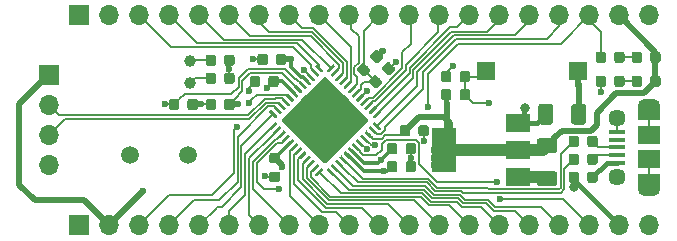
<source format=gtl>
G04 #@! TF.GenerationSoftware,KiCad,Pcbnew,(5.0.2)-1*
G04 #@! TF.CreationDate,2019-03-28T08:34:28+01:00*
G04 #@! TF.ProjectId,mibo48_xmc4,6d69626f-3438-45f7-986d-63342e6b6963,rev?*
G04 #@! TF.SameCoordinates,PX7a53eb0PY5ad6650*
G04 #@! TF.FileFunction,Copper,L1,Top*
G04 #@! TF.FilePolarity,Positive*
%FSLAX46Y46*%
G04 Gerber Fmt 4.6, Leading zero omitted, Abs format (unit mm)*
G04 Created by KiCad (PCBNEW (5.0.2)-1) date 2019-03-28 08:34:28*
%MOMM*%
%LPD*%
G01*
G04 APERTURE LIST*
G04 #@! TA.AperFunction,Conductor*
%ADD10C,0.100000*%
G04 #@! TD*
G04 #@! TA.AperFunction,SMDPad,CuDef*
%ADD11C,1.250000*%
G04 #@! TD*
G04 #@! TA.AperFunction,SMDPad,CuDef*
%ADD12C,0.875000*%
G04 #@! TD*
G04 #@! TA.AperFunction,SMDPad,CuDef*
%ADD13R,1.500000X1.500000*%
G04 #@! TD*
G04 #@! TA.AperFunction,ComponentPad*
%ADD14O,1.700000X1.700000*%
G04 #@! TD*
G04 #@! TA.AperFunction,ComponentPad*
%ADD15R,1.700000X1.700000*%
G04 #@! TD*
G04 #@! TA.AperFunction,SMDPad,CuDef*
%ADD16R,1.900000X1.500000*%
G04 #@! TD*
G04 #@! TA.AperFunction,ComponentPad*
%ADD17C,1.450000*%
G04 #@! TD*
G04 #@! TA.AperFunction,SMDPad,CuDef*
%ADD18R,1.350000X0.400000*%
G04 #@! TD*
G04 #@! TA.AperFunction,ComponentPad*
%ADD19O,1.900000X1.200000*%
G04 #@! TD*
G04 #@! TA.AperFunction,SMDPad,CuDef*
%ADD20R,1.900000X1.200000*%
G04 #@! TD*
G04 #@! TA.AperFunction,ComponentPad*
%ADD21C,1.500000*%
G04 #@! TD*
G04 #@! TA.AperFunction,ComponentPad*
%ADD22C,1.000000*%
G04 #@! TD*
G04 #@! TA.AperFunction,SMDPad,CuDef*
%ADD23C,5.300000*%
G04 #@! TD*
G04 #@! TA.AperFunction,SMDPad,CuDef*
%ADD24C,0.250000*%
G04 #@! TD*
G04 #@! TA.AperFunction,SMDPad,CuDef*
%ADD25R,2.000000X3.800000*%
G04 #@! TD*
G04 #@! TA.AperFunction,SMDPad,CuDef*
%ADD26R,2.000000X1.500000*%
G04 #@! TD*
G04 #@! TA.AperFunction,ViaPad*
%ADD27C,0.600000*%
G04 #@! TD*
G04 #@! TA.AperFunction,ViaPad*
%ADD28C,0.800000*%
G04 #@! TD*
G04 #@! TA.AperFunction,Conductor*
%ADD29C,0.152000*%
G04 #@! TD*
G04 #@! TA.AperFunction,Conductor*
%ADD30C,0.500000*%
G04 #@! TD*
G04 #@! TA.AperFunction,Conductor*
%ADD31C,1.000000*%
G04 #@! TD*
G04 #@! TA.AperFunction,Conductor*
%ADD32C,0.400000*%
G04 #@! TD*
G04 #@! TA.AperFunction,Conductor*
%ADD33C,0.300000*%
G04 #@! TD*
G04 APERTURE END LIST*
D10*
G04 #@! TO.N,GND*
G04 #@! TO.C,C8*
G36*
X49043504Y-8778204D02*
X49067773Y-8781804D01*
X49091571Y-8787765D01*
X49114671Y-8796030D01*
X49136849Y-8806520D01*
X49157893Y-8819133D01*
X49177598Y-8833747D01*
X49195777Y-8850223D01*
X49212253Y-8868402D01*
X49226867Y-8888107D01*
X49239480Y-8909151D01*
X49249970Y-8931329D01*
X49258235Y-8954429D01*
X49264196Y-8978227D01*
X49267796Y-9002496D01*
X49269000Y-9027000D01*
X49269000Y-10277000D01*
X49267796Y-10301504D01*
X49264196Y-10325773D01*
X49258235Y-10349571D01*
X49249970Y-10372671D01*
X49239480Y-10394849D01*
X49226867Y-10415893D01*
X49212253Y-10435598D01*
X49195777Y-10453777D01*
X49177598Y-10470253D01*
X49157893Y-10484867D01*
X49136849Y-10497480D01*
X49114671Y-10507970D01*
X49091571Y-10516235D01*
X49067773Y-10522196D01*
X49043504Y-10525796D01*
X49019000Y-10527000D01*
X48269000Y-10527000D01*
X48244496Y-10525796D01*
X48220227Y-10522196D01*
X48196429Y-10516235D01*
X48173329Y-10507970D01*
X48151151Y-10497480D01*
X48130107Y-10484867D01*
X48110402Y-10470253D01*
X48092223Y-10453777D01*
X48075747Y-10435598D01*
X48061133Y-10415893D01*
X48048520Y-10394849D01*
X48038030Y-10372671D01*
X48029765Y-10349571D01*
X48023804Y-10325773D01*
X48020204Y-10301504D01*
X48019000Y-10277000D01*
X48019000Y-9027000D01*
X48020204Y-9002496D01*
X48023804Y-8978227D01*
X48029765Y-8954429D01*
X48038030Y-8931329D01*
X48048520Y-8909151D01*
X48061133Y-8888107D01*
X48075747Y-8868402D01*
X48092223Y-8850223D01*
X48110402Y-8833747D01*
X48130107Y-8819133D01*
X48151151Y-8806520D01*
X48173329Y-8796030D01*
X48196429Y-8787765D01*
X48220227Y-8781804D01*
X48244496Y-8778204D01*
X48269000Y-8777000D01*
X49019000Y-8777000D01*
X49043504Y-8778204D01*
X49043504Y-8778204D01*
G37*
D11*
G04 #@! TD*
G04 #@! TO.P,C8,2*
G04 #@! TO.N,GND*
X48644000Y-9652000D03*
D10*
G04 #@! TO.N,/5V*
G04 #@! TO.C,C8*
G36*
X46243504Y-8778204D02*
X46267773Y-8781804D01*
X46291571Y-8787765D01*
X46314671Y-8796030D01*
X46336849Y-8806520D01*
X46357893Y-8819133D01*
X46377598Y-8833747D01*
X46395777Y-8850223D01*
X46412253Y-8868402D01*
X46426867Y-8888107D01*
X46439480Y-8909151D01*
X46449970Y-8931329D01*
X46458235Y-8954429D01*
X46464196Y-8978227D01*
X46467796Y-9002496D01*
X46469000Y-9027000D01*
X46469000Y-10277000D01*
X46467796Y-10301504D01*
X46464196Y-10325773D01*
X46458235Y-10349571D01*
X46449970Y-10372671D01*
X46439480Y-10394849D01*
X46426867Y-10415893D01*
X46412253Y-10435598D01*
X46395777Y-10453777D01*
X46377598Y-10470253D01*
X46357893Y-10484867D01*
X46336849Y-10497480D01*
X46314671Y-10507970D01*
X46291571Y-10516235D01*
X46267773Y-10522196D01*
X46243504Y-10525796D01*
X46219000Y-10527000D01*
X45469000Y-10527000D01*
X45444496Y-10525796D01*
X45420227Y-10522196D01*
X45396429Y-10516235D01*
X45373329Y-10507970D01*
X45351151Y-10497480D01*
X45330107Y-10484867D01*
X45310402Y-10470253D01*
X45292223Y-10453777D01*
X45275747Y-10435598D01*
X45261133Y-10415893D01*
X45248520Y-10394849D01*
X45238030Y-10372671D01*
X45229765Y-10349571D01*
X45223804Y-10325773D01*
X45220204Y-10301504D01*
X45219000Y-10277000D01*
X45219000Y-9027000D01*
X45220204Y-9002496D01*
X45223804Y-8978227D01*
X45229765Y-8954429D01*
X45238030Y-8931329D01*
X45248520Y-8909151D01*
X45261133Y-8888107D01*
X45275747Y-8868402D01*
X45292223Y-8850223D01*
X45310402Y-8833747D01*
X45330107Y-8819133D01*
X45351151Y-8806520D01*
X45373329Y-8796030D01*
X45396429Y-8787765D01*
X45420227Y-8781804D01*
X45444496Y-8778204D01*
X45469000Y-8777000D01*
X46219000Y-8777000D01*
X46243504Y-8778204D01*
X46243504Y-8778204D01*
G37*
D11*
G04 #@! TD*
G04 #@! TO.P,C8,1*
G04 #@! TO.N,/5V*
X45844000Y-9652000D03*
D10*
G04 #@! TO.N,+3V3*
G04 #@! TO.C,C11*
G36*
X46623504Y-11692204D02*
X46647773Y-11695804D01*
X46671571Y-11701765D01*
X46694671Y-11710030D01*
X46716849Y-11720520D01*
X46737893Y-11733133D01*
X46757598Y-11747747D01*
X46775777Y-11764223D01*
X46792253Y-11782402D01*
X46806867Y-11802107D01*
X46819480Y-11823151D01*
X46829970Y-11845329D01*
X46838235Y-11868429D01*
X46844196Y-11892227D01*
X46847796Y-11916496D01*
X46849000Y-11941000D01*
X46849000Y-12691000D01*
X46847796Y-12715504D01*
X46844196Y-12739773D01*
X46838235Y-12763571D01*
X46829970Y-12786671D01*
X46819480Y-12808849D01*
X46806867Y-12829893D01*
X46792253Y-12849598D01*
X46775777Y-12867777D01*
X46757598Y-12884253D01*
X46737893Y-12898867D01*
X46716849Y-12911480D01*
X46694671Y-12921970D01*
X46671571Y-12930235D01*
X46647773Y-12936196D01*
X46623504Y-12939796D01*
X46599000Y-12941000D01*
X45349000Y-12941000D01*
X45324496Y-12939796D01*
X45300227Y-12936196D01*
X45276429Y-12930235D01*
X45253329Y-12921970D01*
X45231151Y-12911480D01*
X45210107Y-12898867D01*
X45190402Y-12884253D01*
X45172223Y-12867777D01*
X45155747Y-12849598D01*
X45141133Y-12829893D01*
X45128520Y-12808849D01*
X45118030Y-12786671D01*
X45109765Y-12763571D01*
X45103804Y-12739773D01*
X45100204Y-12715504D01*
X45099000Y-12691000D01*
X45099000Y-11941000D01*
X45100204Y-11916496D01*
X45103804Y-11892227D01*
X45109765Y-11868429D01*
X45118030Y-11845329D01*
X45128520Y-11823151D01*
X45141133Y-11802107D01*
X45155747Y-11782402D01*
X45172223Y-11764223D01*
X45190402Y-11747747D01*
X45210107Y-11733133D01*
X45231151Y-11720520D01*
X45253329Y-11710030D01*
X45276429Y-11701765D01*
X45300227Y-11695804D01*
X45324496Y-11692204D01*
X45349000Y-11691000D01*
X46599000Y-11691000D01*
X46623504Y-11692204D01*
X46623504Y-11692204D01*
G37*
D11*
G04 #@! TD*
G04 #@! TO.P,C11,1*
G04 #@! TO.N,+3V3*
X45974000Y-12316000D03*
D10*
G04 #@! TO.N,GND*
G04 #@! TO.C,C11*
G36*
X46623504Y-14492204D02*
X46647773Y-14495804D01*
X46671571Y-14501765D01*
X46694671Y-14510030D01*
X46716849Y-14520520D01*
X46737893Y-14533133D01*
X46757598Y-14547747D01*
X46775777Y-14564223D01*
X46792253Y-14582402D01*
X46806867Y-14602107D01*
X46819480Y-14623151D01*
X46829970Y-14645329D01*
X46838235Y-14668429D01*
X46844196Y-14692227D01*
X46847796Y-14716496D01*
X46849000Y-14741000D01*
X46849000Y-15491000D01*
X46847796Y-15515504D01*
X46844196Y-15539773D01*
X46838235Y-15563571D01*
X46829970Y-15586671D01*
X46819480Y-15608849D01*
X46806867Y-15629893D01*
X46792253Y-15649598D01*
X46775777Y-15667777D01*
X46757598Y-15684253D01*
X46737893Y-15698867D01*
X46716849Y-15711480D01*
X46694671Y-15721970D01*
X46671571Y-15730235D01*
X46647773Y-15736196D01*
X46623504Y-15739796D01*
X46599000Y-15741000D01*
X45349000Y-15741000D01*
X45324496Y-15739796D01*
X45300227Y-15736196D01*
X45276429Y-15730235D01*
X45253329Y-15721970D01*
X45231151Y-15711480D01*
X45210107Y-15698867D01*
X45190402Y-15684253D01*
X45172223Y-15667777D01*
X45155747Y-15649598D01*
X45141133Y-15629893D01*
X45128520Y-15608849D01*
X45118030Y-15586671D01*
X45109765Y-15563571D01*
X45103804Y-15539773D01*
X45100204Y-15515504D01*
X45099000Y-15491000D01*
X45099000Y-14741000D01*
X45100204Y-14716496D01*
X45103804Y-14692227D01*
X45109765Y-14668429D01*
X45118030Y-14645329D01*
X45128520Y-14623151D01*
X45141133Y-14602107D01*
X45155747Y-14582402D01*
X45172223Y-14564223D01*
X45190402Y-14547747D01*
X45210107Y-14533133D01*
X45231151Y-14520520D01*
X45253329Y-14510030D01*
X45276429Y-14501765D01*
X45300227Y-14495804D01*
X45324496Y-14492204D01*
X45349000Y-14491000D01*
X46599000Y-14491000D01*
X46623504Y-14492204D01*
X46623504Y-14492204D01*
G37*
D11*
G04 #@! TD*
G04 #@! TO.P,C11,2*
G04 #@! TO.N,GND*
X45974000Y-15116000D03*
D10*
G04 #@! TO.N,/5V*
G04 #@! TO.C,FB2*
G36*
X48474691Y-14512053D02*
X48495926Y-14515203D01*
X48516750Y-14520419D01*
X48536962Y-14527651D01*
X48556368Y-14536830D01*
X48574781Y-14547866D01*
X48592024Y-14560654D01*
X48607930Y-14575070D01*
X48622346Y-14590976D01*
X48635134Y-14608219D01*
X48646170Y-14626632D01*
X48655349Y-14646038D01*
X48662581Y-14666250D01*
X48667797Y-14687074D01*
X48670947Y-14708309D01*
X48672000Y-14729750D01*
X48672000Y-15242250D01*
X48670947Y-15263691D01*
X48667797Y-15284926D01*
X48662581Y-15305750D01*
X48655349Y-15325962D01*
X48646170Y-15345368D01*
X48635134Y-15363781D01*
X48622346Y-15381024D01*
X48607930Y-15396930D01*
X48592024Y-15411346D01*
X48574781Y-15424134D01*
X48556368Y-15435170D01*
X48536962Y-15444349D01*
X48516750Y-15451581D01*
X48495926Y-15456797D01*
X48474691Y-15459947D01*
X48453250Y-15461000D01*
X48015750Y-15461000D01*
X47994309Y-15459947D01*
X47973074Y-15456797D01*
X47952250Y-15451581D01*
X47932038Y-15444349D01*
X47912632Y-15435170D01*
X47894219Y-15424134D01*
X47876976Y-15411346D01*
X47861070Y-15396930D01*
X47846654Y-15381024D01*
X47833866Y-15363781D01*
X47822830Y-15345368D01*
X47813651Y-15325962D01*
X47806419Y-15305750D01*
X47801203Y-15284926D01*
X47798053Y-15263691D01*
X47797000Y-15242250D01*
X47797000Y-14729750D01*
X47798053Y-14708309D01*
X47801203Y-14687074D01*
X47806419Y-14666250D01*
X47813651Y-14646038D01*
X47822830Y-14626632D01*
X47833866Y-14608219D01*
X47846654Y-14590976D01*
X47861070Y-14575070D01*
X47876976Y-14560654D01*
X47894219Y-14547866D01*
X47912632Y-14536830D01*
X47932038Y-14527651D01*
X47952250Y-14520419D01*
X47973074Y-14515203D01*
X47994309Y-14512053D01*
X48015750Y-14511000D01*
X48453250Y-14511000D01*
X48474691Y-14512053D01*
X48474691Y-14512053D01*
G37*
D12*
G04 #@! TD*
G04 #@! TO.P,FB2,2*
G04 #@! TO.N,/5V*
X48234500Y-14986000D03*
D10*
G04 #@! TO.N,Net-(FB2-Pad1)*
G04 #@! TO.C,FB2*
G36*
X50049691Y-14512053D02*
X50070926Y-14515203D01*
X50091750Y-14520419D01*
X50111962Y-14527651D01*
X50131368Y-14536830D01*
X50149781Y-14547866D01*
X50167024Y-14560654D01*
X50182930Y-14575070D01*
X50197346Y-14590976D01*
X50210134Y-14608219D01*
X50221170Y-14626632D01*
X50230349Y-14646038D01*
X50237581Y-14666250D01*
X50242797Y-14687074D01*
X50245947Y-14708309D01*
X50247000Y-14729750D01*
X50247000Y-15242250D01*
X50245947Y-15263691D01*
X50242797Y-15284926D01*
X50237581Y-15305750D01*
X50230349Y-15325962D01*
X50221170Y-15345368D01*
X50210134Y-15363781D01*
X50197346Y-15381024D01*
X50182930Y-15396930D01*
X50167024Y-15411346D01*
X50149781Y-15424134D01*
X50131368Y-15435170D01*
X50111962Y-15444349D01*
X50091750Y-15451581D01*
X50070926Y-15456797D01*
X50049691Y-15459947D01*
X50028250Y-15461000D01*
X49590750Y-15461000D01*
X49569309Y-15459947D01*
X49548074Y-15456797D01*
X49527250Y-15451581D01*
X49507038Y-15444349D01*
X49487632Y-15435170D01*
X49469219Y-15424134D01*
X49451976Y-15411346D01*
X49436070Y-15396930D01*
X49421654Y-15381024D01*
X49408866Y-15363781D01*
X49397830Y-15345368D01*
X49388651Y-15325962D01*
X49381419Y-15305750D01*
X49376203Y-15284926D01*
X49373053Y-15263691D01*
X49372000Y-15242250D01*
X49372000Y-14729750D01*
X49373053Y-14708309D01*
X49376203Y-14687074D01*
X49381419Y-14666250D01*
X49388651Y-14646038D01*
X49397830Y-14626632D01*
X49408866Y-14608219D01*
X49421654Y-14590976D01*
X49436070Y-14575070D01*
X49451976Y-14560654D01*
X49469219Y-14547866D01*
X49487632Y-14536830D01*
X49507038Y-14527651D01*
X49527250Y-14520419D01*
X49548074Y-14515203D01*
X49569309Y-14512053D01*
X49590750Y-14511000D01*
X50028250Y-14511000D01*
X50049691Y-14512053D01*
X50049691Y-14512053D01*
G37*
D12*
G04 #@! TD*
G04 #@! TO.P,FB2,1*
G04 #@! TO.N,Net-(FB2-Pad1)*
X49809500Y-14986000D03*
D13*
G04 #@! TO.P,SW1,1*
G04 #@! TO.N,/RESET*
X40804000Y-5969000D03*
G04 #@! TO.P,SW1,2*
G04 #@! TO.N,GND*
X48604000Y-5969000D03*
G04 #@! TD*
D14*
G04 #@! TO.P,J2,20*
G04 #@! TO.N,GND*
X54610000Y-19050000D03*
G04 #@! TO.P,J2,19*
G04 #@! TO.N,/5V*
X52070000Y-19050000D03*
G04 #@! TO.P,J2,18*
G04 #@! TO.N,/HIB_IO*
X49530000Y-19050000D03*
G04 #@! TO.P,J2,17*
G04 #@! TO.N,/P0.0*
X46990000Y-19050000D03*
G04 #@! TO.P,J2,16*
G04 #@! TO.N,/P0.1*
X44450000Y-19050000D03*
G04 #@! TO.P,J2,15*
G04 #@! TO.N,/P0.2*
X41910000Y-19050000D03*
G04 #@! TO.P,J2,14*
G04 #@! TO.N,/P0.3*
X39370000Y-19050000D03*
G04 #@! TO.P,J2,13*
G04 #@! TO.N,/P0.4*
X36830000Y-19050000D03*
G04 #@! TO.P,J2,12*
G04 #@! TO.N,/P0.5*
X34290000Y-19050000D03*
G04 #@! TO.P,J2,11*
G04 #@! TO.N,/P0.6*
X31750000Y-19050000D03*
G04 #@! TO.P,J2,10*
G04 #@! TO.N,/P0.7*
X29210000Y-19050000D03*
G04 #@! TO.P,J2,9*
G04 #@! TO.N,/P0.8*
X26670000Y-19050000D03*
G04 #@! TO.P,J2,8*
G04 #@! TO.N,/P1.1*
X24130000Y-19050000D03*
G04 #@! TO.P,J2,7*
G04 #@! TO.N,/P1.2*
X21590000Y-19050000D03*
G04 #@! TO.P,J2,6*
G04 #@! TO.N,/P1.3*
X19050000Y-19050000D03*
G04 #@! TO.P,J2,5*
G04 #@! TO.N,/P1.4*
X16510000Y-19050000D03*
G04 #@! TO.P,J2,4*
G04 #@! TO.N,/P1.5*
X13970000Y-19050000D03*
G04 #@! TO.P,J2,3*
G04 #@! TO.N,/RESET*
X11430000Y-19050000D03*
G04 #@! TO.P,J2,2*
G04 #@! TO.N,+3V3*
X8890000Y-19050000D03*
D15*
G04 #@! TO.P,J2,1*
G04 #@! TO.N,GND*
X6350000Y-19050000D03*
G04 #@! TD*
D10*
G04 #@! TO.N,/VDDA*
G04 #@! TO.C,C12*
G36*
X31442077Y-6353274D02*
X31463312Y-6356424D01*
X31484136Y-6361640D01*
X31504348Y-6368872D01*
X31523754Y-6378051D01*
X31542167Y-6389087D01*
X31559410Y-6401875D01*
X31575316Y-6416291D01*
X31937709Y-6778684D01*
X31952125Y-6794590D01*
X31964913Y-6811833D01*
X31975949Y-6830246D01*
X31985128Y-6849652D01*
X31992360Y-6869864D01*
X31997576Y-6890688D01*
X32000726Y-6911923D01*
X32001779Y-6933364D01*
X32000726Y-6954805D01*
X31997576Y-6976040D01*
X31992360Y-6996864D01*
X31985128Y-7017076D01*
X31975949Y-7036482D01*
X31964913Y-7054895D01*
X31952125Y-7072138D01*
X31937709Y-7088044D01*
X31628350Y-7397403D01*
X31612444Y-7411819D01*
X31595201Y-7424607D01*
X31576788Y-7435643D01*
X31557382Y-7444822D01*
X31537170Y-7452054D01*
X31516346Y-7457270D01*
X31495111Y-7460420D01*
X31473670Y-7461473D01*
X31452229Y-7460420D01*
X31430994Y-7457270D01*
X31410170Y-7452054D01*
X31389958Y-7444822D01*
X31370552Y-7435643D01*
X31352139Y-7424607D01*
X31334896Y-7411819D01*
X31318990Y-7397403D01*
X30956597Y-7035010D01*
X30942181Y-7019104D01*
X30929393Y-7001861D01*
X30918357Y-6983448D01*
X30909178Y-6964042D01*
X30901946Y-6943830D01*
X30896730Y-6923006D01*
X30893580Y-6901771D01*
X30892527Y-6880330D01*
X30893580Y-6858889D01*
X30896730Y-6837654D01*
X30901946Y-6816830D01*
X30909178Y-6796618D01*
X30918357Y-6777212D01*
X30929393Y-6758799D01*
X30942181Y-6741556D01*
X30956597Y-6725650D01*
X31265956Y-6416291D01*
X31281862Y-6401875D01*
X31299105Y-6389087D01*
X31317518Y-6378051D01*
X31336924Y-6368872D01*
X31357136Y-6361640D01*
X31377960Y-6356424D01*
X31399195Y-6353274D01*
X31420636Y-6352221D01*
X31442077Y-6353274D01*
X31442077Y-6353274D01*
G37*
D12*
G04 #@! TD*
G04 #@! TO.P,C12,1*
G04 #@! TO.N,/VDDA*
X31447153Y-6906847D03*
D10*
G04 #@! TO.N,GND*
G04 #@! TO.C,C12*
G36*
X32555771Y-5239580D02*
X32577006Y-5242730D01*
X32597830Y-5247946D01*
X32618042Y-5255178D01*
X32637448Y-5264357D01*
X32655861Y-5275393D01*
X32673104Y-5288181D01*
X32689010Y-5302597D01*
X33051403Y-5664990D01*
X33065819Y-5680896D01*
X33078607Y-5698139D01*
X33089643Y-5716552D01*
X33098822Y-5735958D01*
X33106054Y-5756170D01*
X33111270Y-5776994D01*
X33114420Y-5798229D01*
X33115473Y-5819670D01*
X33114420Y-5841111D01*
X33111270Y-5862346D01*
X33106054Y-5883170D01*
X33098822Y-5903382D01*
X33089643Y-5922788D01*
X33078607Y-5941201D01*
X33065819Y-5958444D01*
X33051403Y-5974350D01*
X32742044Y-6283709D01*
X32726138Y-6298125D01*
X32708895Y-6310913D01*
X32690482Y-6321949D01*
X32671076Y-6331128D01*
X32650864Y-6338360D01*
X32630040Y-6343576D01*
X32608805Y-6346726D01*
X32587364Y-6347779D01*
X32565923Y-6346726D01*
X32544688Y-6343576D01*
X32523864Y-6338360D01*
X32503652Y-6331128D01*
X32484246Y-6321949D01*
X32465833Y-6310913D01*
X32448590Y-6298125D01*
X32432684Y-6283709D01*
X32070291Y-5921316D01*
X32055875Y-5905410D01*
X32043087Y-5888167D01*
X32032051Y-5869754D01*
X32022872Y-5850348D01*
X32015640Y-5830136D01*
X32010424Y-5809312D01*
X32007274Y-5788077D01*
X32006221Y-5766636D01*
X32007274Y-5745195D01*
X32010424Y-5723960D01*
X32015640Y-5703136D01*
X32022872Y-5682924D01*
X32032051Y-5663518D01*
X32043087Y-5645105D01*
X32055875Y-5627862D01*
X32070291Y-5611956D01*
X32379650Y-5302597D01*
X32395556Y-5288181D01*
X32412799Y-5275393D01*
X32431212Y-5264357D01*
X32450618Y-5255178D01*
X32470830Y-5247946D01*
X32491654Y-5242730D01*
X32512889Y-5239580D01*
X32534330Y-5238527D01*
X32555771Y-5239580D01*
X32555771Y-5239580D01*
G37*
D12*
G04 #@! TD*
G04 #@! TO.P,C12,2*
G04 #@! TO.N,GND*
X32560847Y-5793153D03*
D10*
G04 #@! TO.N,GND*
G04 #@! TO.C,C14*
G36*
X34682691Y-12099053D02*
X34703926Y-12102203D01*
X34724750Y-12107419D01*
X34744962Y-12114651D01*
X34764368Y-12123830D01*
X34782781Y-12134866D01*
X34800024Y-12147654D01*
X34815930Y-12162070D01*
X34830346Y-12177976D01*
X34843134Y-12195219D01*
X34854170Y-12213632D01*
X34863349Y-12233038D01*
X34870581Y-12253250D01*
X34875797Y-12274074D01*
X34878947Y-12295309D01*
X34880000Y-12316750D01*
X34880000Y-12829250D01*
X34878947Y-12850691D01*
X34875797Y-12871926D01*
X34870581Y-12892750D01*
X34863349Y-12912962D01*
X34854170Y-12932368D01*
X34843134Y-12950781D01*
X34830346Y-12968024D01*
X34815930Y-12983930D01*
X34800024Y-12998346D01*
X34782781Y-13011134D01*
X34764368Y-13022170D01*
X34744962Y-13031349D01*
X34724750Y-13038581D01*
X34703926Y-13043797D01*
X34682691Y-13046947D01*
X34661250Y-13048000D01*
X34223750Y-13048000D01*
X34202309Y-13046947D01*
X34181074Y-13043797D01*
X34160250Y-13038581D01*
X34140038Y-13031349D01*
X34120632Y-13022170D01*
X34102219Y-13011134D01*
X34084976Y-12998346D01*
X34069070Y-12983930D01*
X34054654Y-12968024D01*
X34041866Y-12950781D01*
X34030830Y-12932368D01*
X34021651Y-12912962D01*
X34014419Y-12892750D01*
X34009203Y-12871926D01*
X34006053Y-12850691D01*
X34005000Y-12829250D01*
X34005000Y-12316750D01*
X34006053Y-12295309D01*
X34009203Y-12274074D01*
X34014419Y-12253250D01*
X34021651Y-12233038D01*
X34030830Y-12213632D01*
X34041866Y-12195219D01*
X34054654Y-12177976D01*
X34069070Y-12162070D01*
X34084976Y-12147654D01*
X34102219Y-12134866D01*
X34120632Y-12123830D01*
X34140038Y-12114651D01*
X34160250Y-12107419D01*
X34181074Y-12102203D01*
X34202309Y-12099053D01*
X34223750Y-12098000D01*
X34661250Y-12098000D01*
X34682691Y-12099053D01*
X34682691Y-12099053D01*
G37*
D12*
G04 #@! TD*
G04 #@! TO.P,C14,2*
G04 #@! TO.N,GND*
X34442500Y-12573000D03*
D10*
G04 #@! TO.N,/1V2*
G04 #@! TO.C,C14*
G36*
X33107691Y-12099053D02*
X33128926Y-12102203D01*
X33149750Y-12107419D01*
X33169962Y-12114651D01*
X33189368Y-12123830D01*
X33207781Y-12134866D01*
X33225024Y-12147654D01*
X33240930Y-12162070D01*
X33255346Y-12177976D01*
X33268134Y-12195219D01*
X33279170Y-12213632D01*
X33288349Y-12233038D01*
X33295581Y-12253250D01*
X33300797Y-12274074D01*
X33303947Y-12295309D01*
X33305000Y-12316750D01*
X33305000Y-12829250D01*
X33303947Y-12850691D01*
X33300797Y-12871926D01*
X33295581Y-12892750D01*
X33288349Y-12912962D01*
X33279170Y-12932368D01*
X33268134Y-12950781D01*
X33255346Y-12968024D01*
X33240930Y-12983930D01*
X33225024Y-12998346D01*
X33207781Y-13011134D01*
X33189368Y-13022170D01*
X33169962Y-13031349D01*
X33149750Y-13038581D01*
X33128926Y-13043797D01*
X33107691Y-13046947D01*
X33086250Y-13048000D01*
X32648750Y-13048000D01*
X32627309Y-13046947D01*
X32606074Y-13043797D01*
X32585250Y-13038581D01*
X32565038Y-13031349D01*
X32545632Y-13022170D01*
X32527219Y-13011134D01*
X32509976Y-12998346D01*
X32494070Y-12983930D01*
X32479654Y-12968024D01*
X32466866Y-12950781D01*
X32455830Y-12932368D01*
X32446651Y-12912962D01*
X32439419Y-12892750D01*
X32434203Y-12871926D01*
X32431053Y-12850691D01*
X32430000Y-12829250D01*
X32430000Y-12316750D01*
X32431053Y-12295309D01*
X32434203Y-12274074D01*
X32439419Y-12253250D01*
X32446651Y-12233038D01*
X32455830Y-12213632D01*
X32466866Y-12195219D01*
X32479654Y-12177976D01*
X32494070Y-12162070D01*
X32509976Y-12147654D01*
X32527219Y-12134866D01*
X32545632Y-12123830D01*
X32565038Y-12114651D01*
X32585250Y-12107419D01*
X32606074Y-12102203D01*
X32627309Y-12099053D01*
X32648750Y-12098000D01*
X33086250Y-12098000D01*
X33107691Y-12099053D01*
X33107691Y-12099053D01*
G37*
D12*
G04 #@! TD*
G04 #@! TO.P,C14,1*
G04 #@! TO.N,/1V2*
X32867500Y-12573000D03*
D10*
G04 #@! TO.N,/1V2*
G04 #@! TO.C,C15*
G36*
X23062191Y-6384053D02*
X23083426Y-6387203D01*
X23104250Y-6392419D01*
X23124462Y-6399651D01*
X23143868Y-6408830D01*
X23162281Y-6419866D01*
X23179524Y-6432654D01*
X23195430Y-6447070D01*
X23209846Y-6462976D01*
X23222634Y-6480219D01*
X23233670Y-6498632D01*
X23242849Y-6518038D01*
X23250081Y-6538250D01*
X23255297Y-6559074D01*
X23258447Y-6580309D01*
X23259500Y-6601750D01*
X23259500Y-7114250D01*
X23258447Y-7135691D01*
X23255297Y-7156926D01*
X23250081Y-7177750D01*
X23242849Y-7197962D01*
X23233670Y-7217368D01*
X23222634Y-7235781D01*
X23209846Y-7253024D01*
X23195430Y-7268930D01*
X23179524Y-7283346D01*
X23162281Y-7296134D01*
X23143868Y-7307170D01*
X23124462Y-7316349D01*
X23104250Y-7323581D01*
X23083426Y-7328797D01*
X23062191Y-7331947D01*
X23040750Y-7333000D01*
X22603250Y-7333000D01*
X22581809Y-7331947D01*
X22560574Y-7328797D01*
X22539750Y-7323581D01*
X22519538Y-7316349D01*
X22500132Y-7307170D01*
X22481719Y-7296134D01*
X22464476Y-7283346D01*
X22448570Y-7268930D01*
X22434154Y-7253024D01*
X22421366Y-7235781D01*
X22410330Y-7217368D01*
X22401151Y-7197962D01*
X22393919Y-7177750D01*
X22388703Y-7156926D01*
X22385553Y-7135691D01*
X22384500Y-7114250D01*
X22384500Y-6601750D01*
X22385553Y-6580309D01*
X22388703Y-6559074D01*
X22393919Y-6538250D01*
X22401151Y-6518038D01*
X22410330Y-6498632D01*
X22421366Y-6480219D01*
X22434154Y-6462976D01*
X22448570Y-6447070D01*
X22464476Y-6432654D01*
X22481719Y-6419866D01*
X22500132Y-6408830D01*
X22519538Y-6399651D01*
X22539750Y-6392419D01*
X22560574Y-6387203D01*
X22581809Y-6384053D01*
X22603250Y-6383000D01*
X23040750Y-6383000D01*
X23062191Y-6384053D01*
X23062191Y-6384053D01*
G37*
D12*
G04 #@! TD*
G04 #@! TO.P,C15,1*
G04 #@! TO.N,/1V2*
X22822000Y-6858000D03*
D10*
G04 #@! TO.N,GND*
G04 #@! TO.C,C15*
G36*
X21487191Y-6384053D02*
X21508426Y-6387203D01*
X21529250Y-6392419D01*
X21549462Y-6399651D01*
X21568868Y-6408830D01*
X21587281Y-6419866D01*
X21604524Y-6432654D01*
X21620430Y-6447070D01*
X21634846Y-6462976D01*
X21647634Y-6480219D01*
X21658670Y-6498632D01*
X21667849Y-6518038D01*
X21675081Y-6538250D01*
X21680297Y-6559074D01*
X21683447Y-6580309D01*
X21684500Y-6601750D01*
X21684500Y-7114250D01*
X21683447Y-7135691D01*
X21680297Y-7156926D01*
X21675081Y-7177750D01*
X21667849Y-7197962D01*
X21658670Y-7217368D01*
X21647634Y-7235781D01*
X21634846Y-7253024D01*
X21620430Y-7268930D01*
X21604524Y-7283346D01*
X21587281Y-7296134D01*
X21568868Y-7307170D01*
X21549462Y-7316349D01*
X21529250Y-7323581D01*
X21508426Y-7328797D01*
X21487191Y-7331947D01*
X21465750Y-7333000D01*
X21028250Y-7333000D01*
X21006809Y-7331947D01*
X20985574Y-7328797D01*
X20964750Y-7323581D01*
X20944538Y-7316349D01*
X20925132Y-7307170D01*
X20906719Y-7296134D01*
X20889476Y-7283346D01*
X20873570Y-7268930D01*
X20859154Y-7253024D01*
X20846366Y-7235781D01*
X20835330Y-7217368D01*
X20826151Y-7197962D01*
X20818919Y-7177750D01*
X20813703Y-7156926D01*
X20810553Y-7135691D01*
X20809500Y-7114250D01*
X20809500Y-6601750D01*
X20810553Y-6580309D01*
X20813703Y-6559074D01*
X20818919Y-6538250D01*
X20826151Y-6518038D01*
X20835330Y-6498632D01*
X20846366Y-6480219D01*
X20859154Y-6462976D01*
X20873570Y-6447070D01*
X20889476Y-6432654D01*
X20906719Y-6419866D01*
X20925132Y-6408830D01*
X20944538Y-6399651D01*
X20964750Y-6392419D01*
X20985574Y-6387203D01*
X21006809Y-6384053D01*
X21028250Y-6383000D01*
X21465750Y-6383000D01*
X21487191Y-6384053D01*
X21487191Y-6384053D01*
G37*
D12*
G04 #@! TD*
G04 #@! TO.P,C15,2*
G04 #@! TO.N,GND*
X21247000Y-6858000D03*
D10*
G04 #@! TO.N,GND*
G04 #@! TO.C,C16*
G36*
X22122190Y-4542553D02*
X22143425Y-4545703D01*
X22164249Y-4550919D01*
X22184461Y-4558151D01*
X22203867Y-4567330D01*
X22222280Y-4578366D01*
X22239523Y-4591154D01*
X22255429Y-4605570D01*
X22269845Y-4621476D01*
X22282633Y-4638719D01*
X22293669Y-4657132D01*
X22302848Y-4676538D01*
X22310080Y-4696750D01*
X22315296Y-4717574D01*
X22318446Y-4738809D01*
X22319499Y-4760250D01*
X22319499Y-5272750D01*
X22318446Y-5294191D01*
X22315296Y-5315426D01*
X22310080Y-5336250D01*
X22302848Y-5356462D01*
X22293669Y-5375868D01*
X22282633Y-5394281D01*
X22269845Y-5411524D01*
X22255429Y-5427430D01*
X22239523Y-5441846D01*
X22222280Y-5454634D01*
X22203867Y-5465670D01*
X22184461Y-5474849D01*
X22164249Y-5482081D01*
X22143425Y-5487297D01*
X22122190Y-5490447D01*
X22100749Y-5491500D01*
X21663249Y-5491500D01*
X21641808Y-5490447D01*
X21620573Y-5487297D01*
X21599749Y-5482081D01*
X21579537Y-5474849D01*
X21560131Y-5465670D01*
X21541718Y-5454634D01*
X21524475Y-5441846D01*
X21508569Y-5427430D01*
X21494153Y-5411524D01*
X21481365Y-5394281D01*
X21470329Y-5375868D01*
X21461150Y-5356462D01*
X21453918Y-5336250D01*
X21448702Y-5315426D01*
X21445552Y-5294191D01*
X21444499Y-5272750D01*
X21444499Y-4760250D01*
X21445552Y-4738809D01*
X21448702Y-4717574D01*
X21453918Y-4696750D01*
X21461150Y-4676538D01*
X21470329Y-4657132D01*
X21481365Y-4638719D01*
X21494153Y-4621476D01*
X21508569Y-4605570D01*
X21524475Y-4591154D01*
X21541718Y-4578366D01*
X21560131Y-4567330D01*
X21579537Y-4558151D01*
X21599749Y-4550919D01*
X21620573Y-4545703D01*
X21641808Y-4542553D01*
X21663249Y-4541500D01*
X22100749Y-4541500D01*
X22122190Y-4542553D01*
X22122190Y-4542553D01*
G37*
D12*
G04 #@! TD*
G04 #@! TO.P,C16,2*
G04 #@! TO.N,GND*
X21881999Y-5016500D03*
D10*
G04 #@! TO.N,+3V3*
G04 #@! TO.C,C16*
G36*
X23697192Y-4542553D02*
X23718427Y-4545703D01*
X23739251Y-4550919D01*
X23759463Y-4558151D01*
X23778869Y-4567330D01*
X23797282Y-4578366D01*
X23814525Y-4591154D01*
X23830431Y-4605570D01*
X23844847Y-4621476D01*
X23857635Y-4638719D01*
X23868671Y-4657132D01*
X23877850Y-4676538D01*
X23885082Y-4696750D01*
X23890298Y-4717574D01*
X23893448Y-4738809D01*
X23894501Y-4760250D01*
X23894501Y-5272750D01*
X23893448Y-5294191D01*
X23890298Y-5315426D01*
X23885082Y-5336250D01*
X23877850Y-5356462D01*
X23868671Y-5375868D01*
X23857635Y-5394281D01*
X23844847Y-5411524D01*
X23830431Y-5427430D01*
X23814525Y-5441846D01*
X23797282Y-5454634D01*
X23778869Y-5465670D01*
X23759463Y-5474849D01*
X23739251Y-5482081D01*
X23718427Y-5487297D01*
X23697192Y-5490447D01*
X23675751Y-5491500D01*
X23238251Y-5491500D01*
X23216810Y-5490447D01*
X23195575Y-5487297D01*
X23174751Y-5482081D01*
X23154539Y-5474849D01*
X23135133Y-5465670D01*
X23116720Y-5454634D01*
X23099477Y-5441846D01*
X23083571Y-5427430D01*
X23069155Y-5411524D01*
X23056367Y-5394281D01*
X23045331Y-5375868D01*
X23036152Y-5356462D01*
X23028920Y-5336250D01*
X23023704Y-5315426D01*
X23020554Y-5294191D01*
X23019501Y-5272750D01*
X23019501Y-4760250D01*
X23020554Y-4738809D01*
X23023704Y-4717574D01*
X23028920Y-4696750D01*
X23036152Y-4676538D01*
X23045331Y-4657132D01*
X23056367Y-4638719D01*
X23069155Y-4621476D01*
X23083571Y-4605570D01*
X23099477Y-4591154D01*
X23116720Y-4578366D01*
X23135133Y-4567330D01*
X23154539Y-4558151D01*
X23174751Y-4550919D01*
X23195575Y-4545703D01*
X23216810Y-4542553D01*
X23238251Y-4541500D01*
X23675751Y-4541500D01*
X23697192Y-4542553D01*
X23697192Y-4542553D01*
G37*
D12*
G04 #@! TD*
G04 #@! TO.P,C16,1*
G04 #@! TO.N,+3V3*
X23457001Y-5016500D03*
D10*
G04 #@! TO.N,+3V3*
G04 #@! TO.C,FB1*
G36*
X31539771Y-4223580D02*
X31561006Y-4226730D01*
X31581830Y-4231946D01*
X31602042Y-4239178D01*
X31621448Y-4248357D01*
X31639861Y-4259393D01*
X31657104Y-4272181D01*
X31673010Y-4286597D01*
X32035403Y-4648990D01*
X32049819Y-4664896D01*
X32062607Y-4682139D01*
X32073643Y-4700552D01*
X32082822Y-4719958D01*
X32090054Y-4740170D01*
X32095270Y-4760994D01*
X32098420Y-4782229D01*
X32099473Y-4803670D01*
X32098420Y-4825111D01*
X32095270Y-4846346D01*
X32090054Y-4867170D01*
X32082822Y-4887382D01*
X32073643Y-4906788D01*
X32062607Y-4925201D01*
X32049819Y-4942444D01*
X32035403Y-4958350D01*
X31726044Y-5267709D01*
X31710138Y-5282125D01*
X31692895Y-5294913D01*
X31674482Y-5305949D01*
X31655076Y-5315128D01*
X31634864Y-5322360D01*
X31614040Y-5327576D01*
X31592805Y-5330726D01*
X31571364Y-5331779D01*
X31549923Y-5330726D01*
X31528688Y-5327576D01*
X31507864Y-5322360D01*
X31487652Y-5315128D01*
X31468246Y-5305949D01*
X31449833Y-5294913D01*
X31432590Y-5282125D01*
X31416684Y-5267709D01*
X31054291Y-4905316D01*
X31039875Y-4889410D01*
X31027087Y-4872167D01*
X31016051Y-4853754D01*
X31006872Y-4834348D01*
X30999640Y-4814136D01*
X30994424Y-4793312D01*
X30991274Y-4772077D01*
X30990221Y-4750636D01*
X30991274Y-4729195D01*
X30994424Y-4707960D01*
X30999640Y-4687136D01*
X31006872Y-4666924D01*
X31016051Y-4647518D01*
X31027087Y-4629105D01*
X31039875Y-4611862D01*
X31054291Y-4595956D01*
X31363650Y-4286597D01*
X31379556Y-4272181D01*
X31396799Y-4259393D01*
X31415212Y-4248357D01*
X31434618Y-4239178D01*
X31454830Y-4231946D01*
X31475654Y-4226730D01*
X31496889Y-4223580D01*
X31518330Y-4222527D01*
X31539771Y-4223580D01*
X31539771Y-4223580D01*
G37*
D12*
G04 #@! TD*
G04 #@! TO.P,FB1,1*
G04 #@! TO.N,+3V3*
X31544847Y-4777153D03*
D10*
G04 #@! TO.N,/VDDA*
G04 #@! TO.C,FB1*
G36*
X30426077Y-5337274D02*
X30447312Y-5340424D01*
X30468136Y-5345640D01*
X30488348Y-5352872D01*
X30507754Y-5362051D01*
X30526167Y-5373087D01*
X30543410Y-5385875D01*
X30559316Y-5400291D01*
X30921709Y-5762684D01*
X30936125Y-5778590D01*
X30948913Y-5795833D01*
X30959949Y-5814246D01*
X30969128Y-5833652D01*
X30976360Y-5853864D01*
X30981576Y-5874688D01*
X30984726Y-5895923D01*
X30985779Y-5917364D01*
X30984726Y-5938805D01*
X30981576Y-5960040D01*
X30976360Y-5980864D01*
X30969128Y-6001076D01*
X30959949Y-6020482D01*
X30948913Y-6038895D01*
X30936125Y-6056138D01*
X30921709Y-6072044D01*
X30612350Y-6381403D01*
X30596444Y-6395819D01*
X30579201Y-6408607D01*
X30560788Y-6419643D01*
X30541382Y-6428822D01*
X30521170Y-6436054D01*
X30500346Y-6441270D01*
X30479111Y-6444420D01*
X30457670Y-6445473D01*
X30436229Y-6444420D01*
X30414994Y-6441270D01*
X30394170Y-6436054D01*
X30373958Y-6428822D01*
X30354552Y-6419643D01*
X30336139Y-6408607D01*
X30318896Y-6395819D01*
X30302990Y-6381403D01*
X29940597Y-6019010D01*
X29926181Y-6003104D01*
X29913393Y-5985861D01*
X29902357Y-5967448D01*
X29893178Y-5948042D01*
X29885946Y-5927830D01*
X29880730Y-5907006D01*
X29877580Y-5885771D01*
X29876527Y-5864330D01*
X29877580Y-5842889D01*
X29880730Y-5821654D01*
X29885946Y-5800830D01*
X29893178Y-5780618D01*
X29902357Y-5761212D01*
X29913393Y-5742799D01*
X29926181Y-5725556D01*
X29940597Y-5709650D01*
X30249956Y-5400291D01*
X30265862Y-5385875D01*
X30283105Y-5373087D01*
X30301518Y-5362051D01*
X30320924Y-5352872D01*
X30341136Y-5345640D01*
X30361960Y-5340424D01*
X30383195Y-5337274D01*
X30404636Y-5336221D01*
X30426077Y-5337274D01*
X30426077Y-5337274D01*
G37*
D12*
G04 #@! TD*
G04 #@! TO.P,FB1,2*
G04 #@! TO.N,/VDDA*
X30431153Y-5890847D03*
D10*
G04 #@! TO.N,GND*
G04 #@! TO.C,C5*
G36*
X34682691Y-13623053D02*
X34703926Y-13626203D01*
X34724750Y-13631419D01*
X34744962Y-13638651D01*
X34764368Y-13647830D01*
X34782781Y-13658866D01*
X34800024Y-13671654D01*
X34815930Y-13686070D01*
X34830346Y-13701976D01*
X34843134Y-13719219D01*
X34854170Y-13737632D01*
X34863349Y-13757038D01*
X34870581Y-13777250D01*
X34875797Y-13798074D01*
X34878947Y-13819309D01*
X34880000Y-13840750D01*
X34880000Y-14353250D01*
X34878947Y-14374691D01*
X34875797Y-14395926D01*
X34870581Y-14416750D01*
X34863349Y-14436962D01*
X34854170Y-14456368D01*
X34843134Y-14474781D01*
X34830346Y-14492024D01*
X34815930Y-14507930D01*
X34800024Y-14522346D01*
X34782781Y-14535134D01*
X34764368Y-14546170D01*
X34744962Y-14555349D01*
X34724750Y-14562581D01*
X34703926Y-14567797D01*
X34682691Y-14570947D01*
X34661250Y-14572000D01*
X34223750Y-14572000D01*
X34202309Y-14570947D01*
X34181074Y-14567797D01*
X34160250Y-14562581D01*
X34140038Y-14555349D01*
X34120632Y-14546170D01*
X34102219Y-14535134D01*
X34084976Y-14522346D01*
X34069070Y-14507930D01*
X34054654Y-14492024D01*
X34041866Y-14474781D01*
X34030830Y-14456368D01*
X34021651Y-14436962D01*
X34014419Y-14416750D01*
X34009203Y-14395926D01*
X34006053Y-14374691D01*
X34005000Y-14353250D01*
X34005000Y-13840750D01*
X34006053Y-13819309D01*
X34009203Y-13798074D01*
X34014419Y-13777250D01*
X34021651Y-13757038D01*
X34030830Y-13737632D01*
X34041866Y-13719219D01*
X34054654Y-13701976D01*
X34069070Y-13686070D01*
X34084976Y-13671654D01*
X34102219Y-13658866D01*
X34120632Y-13647830D01*
X34140038Y-13638651D01*
X34160250Y-13631419D01*
X34181074Y-13626203D01*
X34202309Y-13623053D01*
X34223750Y-13622000D01*
X34661250Y-13622000D01*
X34682691Y-13623053D01*
X34682691Y-13623053D01*
G37*
D12*
G04 #@! TD*
G04 #@! TO.P,C5,2*
G04 #@! TO.N,GND*
X34442500Y-14097000D03*
D10*
G04 #@! TO.N,+3V3*
G04 #@! TO.C,C5*
G36*
X33107691Y-13623053D02*
X33128926Y-13626203D01*
X33149750Y-13631419D01*
X33169962Y-13638651D01*
X33189368Y-13647830D01*
X33207781Y-13658866D01*
X33225024Y-13671654D01*
X33240930Y-13686070D01*
X33255346Y-13701976D01*
X33268134Y-13719219D01*
X33279170Y-13737632D01*
X33288349Y-13757038D01*
X33295581Y-13777250D01*
X33300797Y-13798074D01*
X33303947Y-13819309D01*
X33305000Y-13840750D01*
X33305000Y-14353250D01*
X33303947Y-14374691D01*
X33300797Y-14395926D01*
X33295581Y-14416750D01*
X33288349Y-14436962D01*
X33279170Y-14456368D01*
X33268134Y-14474781D01*
X33255346Y-14492024D01*
X33240930Y-14507930D01*
X33225024Y-14522346D01*
X33207781Y-14535134D01*
X33189368Y-14546170D01*
X33169962Y-14555349D01*
X33149750Y-14562581D01*
X33128926Y-14567797D01*
X33107691Y-14570947D01*
X33086250Y-14572000D01*
X32648750Y-14572000D01*
X32627309Y-14570947D01*
X32606074Y-14567797D01*
X32585250Y-14562581D01*
X32565038Y-14555349D01*
X32545632Y-14546170D01*
X32527219Y-14535134D01*
X32509976Y-14522346D01*
X32494070Y-14507930D01*
X32479654Y-14492024D01*
X32466866Y-14474781D01*
X32455830Y-14456368D01*
X32446651Y-14436962D01*
X32439419Y-14416750D01*
X32434203Y-14395926D01*
X32431053Y-14374691D01*
X32430000Y-14353250D01*
X32430000Y-13840750D01*
X32431053Y-13819309D01*
X32434203Y-13798074D01*
X32439419Y-13777250D01*
X32446651Y-13757038D01*
X32455830Y-13737632D01*
X32466866Y-13719219D01*
X32479654Y-13701976D01*
X32494070Y-13686070D01*
X32509976Y-13671654D01*
X32527219Y-13658866D01*
X32545632Y-13647830D01*
X32565038Y-13638651D01*
X32585250Y-13631419D01*
X32606074Y-13626203D01*
X32627309Y-13623053D01*
X32648750Y-13622000D01*
X33086250Y-13622000D01*
X33107691Y-13623053D01*
X33107691Y-13623053D01*
G37*
D12*
G04 #@! TD*
G04 #@! TO.P,C5,1*
G04 #@! TO.N,+3V3*
X32867500Y-14097000D03*
D10*
G04 #@! TO.N,GND*
G04 #@! TO.C,C1*
G36*
X16204191Y-8352553D02*
X16225426Y-8355703D01*
X16246250Y-8360919D01*
X16266462Y-8368151D01*
X16285868Y-8377330D01*
X16304281Y-8388366D01*
X16321524Y-8401154D01*
X16337430Y-8415570D01*
X16351846Y-8431476D01*
X16364634Y-8448719D01*
X16375670Y-8467132D01*
X16384849Y-8486538D01*
X16392081Y-8506750D01*
X16397297Y-8527574D01*
X16400447Y-8548809D01*
X16401500Y-8570250D01*
X16401500Y-9082750D01*
X16400447Y-9104191D01*
X16397297Y-9125426D01*
X16392081Y-9146250D01*
X16384849Y-9166462D01*
X16375670Y-9185868D01*
X16364634Y-9204281D01*
X16351846Y-9221524D01*
X16337430Y-9237430D01*
X16321524Y-9251846D01*
X16304281Y-9264634D01*
X16285868Y-9275670D01*
X16266462Y-9284849D01*
X16246250Y-9292081D01*
X16225426Y-9297297D01*
X16204191Y-9300447D01*
X16182750Y-9301500D01*
X15745250Y-9301500D01*
X15723809Y-9300447D01*
X15702574Y-9297297D01*
X15681750Y-9292081D01*
X15661538Y-9284849D01*
X15642132Y-9275670D01*
X15623719Y-9264634D01*
X15606476Y-9251846D01*
X15590570Y-9237430D01*
X15576154Y-9221524D01*
X15563366Y-9204281D01*
X15552330Y-9185868D01*
X15543151Y-9166462D01*
X15535919Y-9146250D01*
X15530703Y-9125426D01*
X15527553Y-9104191D01*
X15526500Y-9082750D01*
X15526500Y-8570250D01*
X15527553Y-8548809D01*
X15530703Y-8527574D01*
X15535919Y-8506750D01*
X15543151Y-8486538D01*
X15552330Y-8467132D01*
X15563366Y-8448719D01*
X15576154Y-8431476D01*
X15590570Y-8415570D01*
X15606476Y-8401154D01*
X15623719Y-8388366D01*
X15642132Y-8377330D01*
X15661538Y-8368151D01*
X15681750Y-8360919D01*
X15702574Y-8355703D01*
X15723809Y-8352553D01*
X15745250Y-8351500D01*
X16182750Y-8351500D01*
X16204191Y-8352553D01*
X16204191Y-8352553D01*
G37*
D12*
G04 #@! TD*
G04 #@! TO.P,C1,2*
G04 #@! TO.N,GND*
X15964000Y-8826500D03*
D10*
G04 #@! TO.N,/OSC_IN*
G04 #@! TO.C,C1*
G36*
X14629191Y-8352553D02*
X14650426Y-8355703D01*
X14671250Y-8360919D01*
X14691462Y-8368151D01*
X14710868Y-8377330D01*
X14729281Y-8388366D01*
X14746524Y-8401154D01*
X14762430Y-8415570D01*
X14776846Y-8431476D01*
X14789634Y-8448719D01*
X14800670Y-8467132D01*
X14809849Y-8486538D01*
X14817081Y-8506750D01*
X14822297Y-8527574D01*
X14825447Y-8548809D01*
X14826500Y-8570250D01*
X14826500Y-9082750D01*
X14825447Y-9104191D01*
X14822297Y-9125426D01*
X14817081Y-9146250D01*
X14809849Y-9166462D01*
X14800670Y-9185868D01*
X14789634Y-9204281D01*
X14776846Y-9221524D01*
X14762430Y-9237430D01*
X14746524Y-9251846D01*
X14729281Y-9264634D01*
X14710868Y-9275670D01*
X14691462Y-9284849D01*
X14671250Y-9292081D01*
X14650426Y-9297297D01*
X14629191Y-9300447D01*
X14607750Y-9301500D01*
X14170250Y-9301500D01*
X14148809Y-9300447D01*
X14127574Y-9297297D01*
X14106750Y-9292081D01*
X14086538Y-9284849D01*
X14067132Y-9275670D01*
X14048719Y-9264634D01*
X14031476Y-9251846D01*
X14015570Y-9237430D01*
X14001154Y-9221524D01*
X13988366Y-9204281D01*
X13977330Y-9185868D01*
X13968151Y-9166462D01*
X13960919Y-9146250D01*
X13955703Y-9125426D01*
X13952553Y-9104191D01*
X13951500Y-9082750D01*
X13951500Y-8570250D01*
X13952553Y-8548809D01*
X13955703Y-8527574D01*
X13960919Y-8506750D01*
X13968151Y-8486538D01*
X13977330Y-8467132D01*
X13988366Y-8448719D01*
X14001154Y-8431476D01*
X14015570Y-8415570D01*
X14031476Y-8401154D01*
X14048719Y-8388366D01*
X14067132Y-8377330D01*
X14086538Y-8368151D01*
X14106750Y-8360919D01*
X14127574Y-8355703D01*
X14148809Y-8352553D01*
X14170250Y-8351500D01*
X14607750Y-8351500D01*
X14629191Y-8352553D01*
X14629191Y-8352553D01*
G37*
D12*
G04 #@! TD*
G04 #@! TO.P,C1,1*
G04 #@! TO.N,/OSC_IN*
X14389000Y-8826500D03*
D10*
G04 #@! TO.N,/OSC_OUT*
G04 #@! TO.C,C2*
G36*
X19315691Y-8352553D02*
X19336926Y-8355703D01*
X19357750Y-8360919D01*
X19377962Y-8368151D01*
X19397368Y-8377330D01*
X19415781Y-8388366D01*
X19433024Y-8401154D01*
X19448930Y-8415570D01*
X19463346Y-8431476D01*
X19476134Y-8448719D01*
X19487170Y-8467132D01*
X19496349Y-8486538D01*
X19503581Y-8506750D01*
X19508797Y-8527574D01*
X19511947Y-8548809D01*
X19513000Y-8570250D01*
X19513000Y-9082750D01*
X19511947Y-9104191D01*
X19508797Y-9125426D01*
X19503581Y-9146250D01*
X19496349Y-9166462D01*
X19487170Y-9185868D01*
X19476134Y-9204281D01*
X19463346Y-9221524D01*
X19448930Y-9237430D01*
X19433024Y-9251846D01*
X19415781Y-9264634D01*
X19397368Y-9275670D01*
X19377962Y-9284849D01*
X19357750Y-9292081D01*
X19336926Y-9297297D01*
X19315691Y-9300447D01*
X19294250Y-9301500D01*
X18856750Y-9301500D01*
X18835309Y-9300447D01*
X18814074Y-9297297D01*
X18793250Y-9292081D01*
X18773038Y-9284849D01*
X18753632Y-9275670D01*
X18735219Y-9264634D01*
X18717976Y-9251846D01*
X18702070Y-9237430D01*
X18687654Y-9221524D01*
X18674866Y-9204281D01*
X18663830Y-9185868D01*
X18654651Y-9166462D01*
X18647419Y-9146250D01*
X18642203Y-9125426D01*
X18639053Y-9104191D01*
X18638000Y-9082750D01*
X18638000Y-8570250D01*
X18639053Y-8548809D01*
X18642203Y-8527574D01*
X18647419Y-8506750D01*
X18654651Y-8486538D01*
X18663830Y-8467132D01*
X18674866Y-8448719D01*
X18687654Y-8431476D01*
X18702070Y-8415570D01*
X18717976Y-8401154D01*
X18735219Y-8388366D01*
X18753632Y-8377330D01*
X18773038Y-8368151D01*
X18793250Y-8360919D01*
X18814074Y-8355703D01*
X18835309Y-8352553D01*
X18856750Y-8351500D01*
X19294250Y-8351500D01*
X19315691Y-8352553D01*
X19315691Y-8352553D01*
G37*
D12*
G04 #@! TD*
G04 #@! TO.P,C2,1*
G04 #@! TO.N,/OSC_OUT*
X19075500Y-8826500D03*
D10*
G04 #@! TO.N,GND*
G04 #@! TO.C,C2*
G36*
X17740691Y-8352553D02*
X17761926Y-8355703D01*
X17782750Y-8360919D01*
X17802962Y-8368151D01*
X17822368Y-8377330D01*
X17840781Y-8388366D01*
X17858024Y-8401154D01*
X17873930Y-8415570D01*
X17888346Y-8431476D01*
X17901134Y-8448719D01*
X17912170Y-8467132D01*
X17921349Y-8486538D01*
X17928581Y-8506750D01*
X17933797Y-8527574D01*
X17936947Y-8548809D01*
X17938000Y-8570250D01*
X17938000Y-9082750D01*
X17936947Y-9104191D01*
X17933797Y-9125426D01*
X17928581Y-9146250D01*
X17921349Y-9166462D01*
X17912170Y-9185868D01*
X17901134Y-9204281D01*
X17888346Y-9221524D01*
X17873930Y-9237430D01*
X17858024Y-9251846D01*
X17840781Y-9264634D01*
X17822368Y-9275670D01*
X17802962Y-9284849D01*
X17782750Y-9292081D01*
X17761926Y-9297297D01*
X17740691Y-9300447D01*
X17719250Y-9301500D01*
X17281750Y-9301500D01*
X17260309Y-9300447D01*
X17239074Y-9297297D01*
X17218250Y-9292081D01*
X17198038Y-9284849D01*
X17178632Y-9275670D01*
X17160219Y-9264634D01*
X17142976Y-9251846D01*
X17127070Y-9237430D01*
X17112654Y-9221524D01*
X17099866Y-9204281D01*
X17088830Y-9185868D01*
X17079651Y-9166462D01*
X17072419Y-9146250D01*
X17067203Y-9125426D01*
X17064053Y-9104191D01*
X17063000Y-9082750D01*
X17063000Y-8570250D01*
X17064053Y-8548809D01*
X17067203Y-8527574D01*
X17072419Y-8506750D01*
X17079651Y-8486538D01*
X17088830Y-8467132D01*
X17099866Y-8448719D01*
X17112654Y-8431476D01*
X17127070Y-8415570D01*
X17142976Y-8401154D01*
X17160219Y-8388366D01*
X17178632Y-8377330D01*
X17198038Y-8368151D01*
X17218250Y-8360919D01*
X17239074Y-8355703D01*
X17260309Y-8352553D01*
X17281750Y-8351500D01*
X17719250Y-8351500D01*
X17740691Y-8352553D01*
X17740691Y-8352553D01*
G37*
D12*
G04 #@! TD*
G04 #@! TO.P,C2,2*
G04 #@! TO.N,GND*
X17500500Y-8826500D03*
D10*
G04 #@! TO.N,/RESET*
G04 #@! TO.C,C3*
G36*
X39254691Y-6003053D02*
X39275926Y-6006203D01*
X39296750Y-6011419D01*
X39316962Y-6018651D01*
X39336368Y-6027830D01*
X39354781Y-6038866D01*
X39372024Y-6051654D01*
X39387930Y-6066070D01*
X39402346Y-6081976D01*
X39415134Y-6099219D01*
X39426170Y-6117632D01*
X39435349Y-6137038D01*
X39442581Y-6157250D01*
X39447797Y-6178074D01*
X39450947Y-6199309D01*
X39452000Y-6220750D01*
X39452000Y-6733250D01*
X39450947Y-6754691D01*
X39447797Y-6775926D01*
X39442581Y-6796750D01*
X39435349Y-6816962D01*
X39426170Y-6836368D01*
X39415134Y-6854781D01*
X39402346Y-6872024D01*
X39387930Y-6887930D01*
X39372024Y-6902346D01*
X39354781Y-6915134D01*
X39336368Y-6926170D01*
X39316962Y-6935349D01*
X39296750Y-6942581D01*
X39275926Y-6947797D01*
X39254691Y-6950947D01*
X39233250Y-6952000D01*
X38795750Y-6952000D01*
X38774309Y-6950947D01*
X38753074Y-6947797D01*
X38732250Y-6942581D01*
X38712038Y-6935349D01*
X38692632Y-6926170D01*
X38674219Y-6915134D01*
X38656976Y-6902346D01*
X38641070Y-6887930D01*
X38626654Y-6872024D01*
X38613866Y-6854781D01*
X38602830Y-6836368D01*
X38593651Y-6816962D01*
X38586419Y-6796750D01*
X38581203Y-6775926D01*
X38578053Y-6754691D01*
X38577000Y-6733250D01*
X38577000Y-6220750D01*
X38578053Y-6199309D01*
X38581203Y-6178074D01*
X38586419Y-6157250D01*
X38593651Y-6137038D01*
X38602830Y-6117632D01*
X38613866Y-6099219D01*
X38626654Y-6081976D01*
X38641070Y-6066070D01*
X38656976Y-6051654D01*
X38674219Y-6038866D01*
X38692632Y-6027830D01*
X38712038Y-6018651D01*
X38732250Y-6011419D01*
X38753074Y-6006203D01*
X38774309Y-6003053D01*
X38795750Y-6002000D01*
X39233250Y-6002000D01*
X39254691Y-6003053D01*
X39254691Y-6003053D01*
G37*
D12*
G04 #@! TD*
G04 #@! TO.P,C3,1*
G04 #@! TO.N,/RESET*
X39014500Y-6477000D03*
D10*
G04 #@! TO.N,GND*
G04 #@! TO.C,C3*
G36*
X37679691Y-6003053D02*
X37700926Y-6006203D01*
X37721750Y-6011419D01*
X37741962Y-6018651D01*
X37761368Y-6027830D01*
X37779781Y-6038866D01*
X37797024Y-6051654D01*
X37812930Y-6066070D01*
X37827346Y-6081976D01*
X37840134Y-6099219D01*
X37851170Y-6117632D01*
X37860349Y-6137038D01*
X37867581Y-6157250D01*
X37872797Y-6178074D01*
X37875947Y-6199309D01*
X37877000Y-6220750D01*
X37877000Y-6733250D01*
X37875947Y-6754691D01*
X37872797Y-6775926D01*
X37867581Y-6796750D01*
X37860349Y-6816962D01*
X37851170Y-6836368D01*
X37840134Y-6854781D01*
X37827346Y-6872024D01*
X37812930Y-6887930D01*
X37797024Y-6902346D01*
X37779781Y-6915134D01*
X37761368Y-6926170D01*
X37741962Y-6935349D01*
X37721750Y-6942581D01*
X37700926Y-6947797D01*
X37679691Y-6950947D01*
X37658250Y-6952000D01*
X37220750Y-6952000D01*
X37199309Y-6950947D01*
X37178074Y-6947797D01*
X37157250Y-6942581D01*
X37137038Y-6935349D01*
X37117632Y-6926170D01*
X37099219Y-6915134D01*
X37081976Y-6902346D01*
X37066070Y-6887930D01*
X37051654Y-6872024D01*
X37038866Y-6854781D01*
X37027830Y-6836368D01*
X37018651Y-6816962D01*
X37011419Y-6796750D01*
X37006203Y-6775926D01*
X37003053Y-6754691D01*
X37002000Y-6733250D01*
X37002000Y-6220750D01*
X37003053Y-6199309D01*
X37006203Y-6178074D01*
X37011419Y-6157250D01*
X37018651Y-6137038D01*
X37027830Y-6117632D01*
X37038866Y-6099219D01*
X37051654Y-6081976D01*
X37066070Y-6066070D01*
X37081976Y-6051654D01*
X37099219Y-6038866D01*
X37117632Y-6027830D01*
X37137038Y-6018651D01*
X37157250Y-6011419D01*
X37178074Y-6006203D01*
X37199309Y-6003053D01*
X37220750Y-6002000D01*
X37658250Y-6002000D01*
X37679691Y-6003053D01*
X37679691Y-6003053D01*
G37*
D12*
G04 #@! TD*
G04 #@! TO.P,C3,2*
G04 #@! TO.N,GND*
X37439500Y-6477000D03*
D10*
G04 #@! TO.N,+3V3*
G04 #@! TO.C,C6*
G36*
X34187191Y-10575053D02*
X34208426Y-10578203D01*
X34229250Y-10583419D01*
X34249462Y-10590651D01*
X34268868Y-10599830D01*
X34287281Y-10610866D01*
X34304524Y-10623654D01*
X34320430Y-10638070D01*
X34334846Y-10653976D01*
X34347634Y-10671219D01*
X34358670Y-10689632D01*
X34367849Y-10709038D01*
X34375081Y-10729250D01*
X34380297Y-10750074D01*
X34383447Y-10771309D01*
X34384500Y-10792750D01*
X34384500Y-11305250D01*
X34383447Y-11326691D01*
X34380297Y-11347926D01*
X34375081Y-11368750D01*
X34367849Y-11388962D01*
X34358670Y-11408368D01*
X34347634Y-11426781D01*
X34334846Y-11444024D01*
X34320430Y-11459930D01*
X34304524Y-11474346D01*
X34287281Y-11487134D01*
X34268868Y-11498170D01*
X34249462Y-11507349D01*
X34229250Y-11514581D01*
X34208426Y-11519797D01*
X34187191Y-11522947D01*
X34165750Y-11524000D01*
X33728250Y-11524000D01*
X33706809Y-11522947D01*
X33685574Y-11519797D01*
X33664750Y-11514581D01*
X33644538Y-11507349D01*
X33625132Y-11498170D01*
X33606719Y-11487134D01*
X33589476Y-11474346D01*
X33573570Y-11459930D01*
X33559154Y-11444024D01*
X33546366Y-11426781D01*
X33535330Y-11408368D01*
X33526151Y-11388962D01*
X33518919Y-11368750D01*
X33513703Y-11347926D01*
X33510553Y-11326691D01*
X33509500Y-11305250D01*
X33509500Y-10792750D01*
X33510553Y-10771309D01*
X33513703Y-10750074D01*
X33518919Y-10729250D01*
X33526151Y-10709038D01*
X33535330Y-10689632D01*
X33546366Y-10671219D01*
X33559154Y-10653976D01*
X33573570Y-10638070D01*
X33589476Y-10623654D01*
X33606719Y-10610866D01*
X33625132Y-10599830D01*
X33644538Y-10590651D01*
X33664750Y-10583419D01*
X33685574Y-10578203D01*
X33706809Y-10575053D01*
X33728250Y-10574000D01*
X34165750Y-10574000D01*
X34187191Y-10575053D01*
X34187191Y-10575053D01*
G37*
D12*
G04 #@! TD*
G04 #@! TO.P,C6,1*
G04 #@! TO.N,+3V3*
X33947000Y-11049000D03*
D10*
G04 #@! TO.N,GND*
G04 #@! TO.C,C6*
G36*
X35762191Y-10575053D02*
X35783426Y-10578203D01*
X35804250Y-10583419D01*
X35824462Y-10590651D01*
X35843868Y-10599830D01*
X35862281Y-10610866D01*
X35879524Y-10623654D01*
X35895430Y-10638070D01*
X35909846Y-10653976D01*
X35922634Y-10671219D01*
X35933670Y-10689632D01*
X35942849Y-10709038D01*
X35950081Y-10729250D01*
X35955297Y-10750074D01*
X35958447Y-10771309D01*
X35959500Y-10792750D01*
X35959500Y-11305250D01*
X35958447Y-11326691D01*
X35955297Y-11347926D01*
X35950081Y-11368750D01*
X35942849Y-11388962D01*
X35933670Y-11408368D01*
X35922634Y-11426781D01*
X35909846Y-11444024D01*
X35895430Y-11459930D01*
X35879524Y-11474346D01*
X35862281Y-11487134D01*
X35843868Y-11498170D01*
X35824462Y-11507349D01*
X35804250Y-11514581D01*
X35783426Y-11519797D01*
X35762191Y-11522947D01*
X35740750Y-11524000D01*
X35303250Y-11524000D01*
X35281809Y-11522947D01*
X35260574Y-11519797D01*
X35239750Y-11514581D01*
X35219538Y-11507349D01*
X35200132Y-11498170D01*
X35181719Y-11487134D01*
X35164476Y-11474346D01*
X35148570Y-11459930D01*
X35134154Y-11444024D01*
X35121366Y-11426781D01*
X35110330Y-11408368D01*
X35101151Y-11388962D01*
X35093919Y-11368750D01*
X35088703Y-11347926D01*
X35085553Y-11326691D01*
X35084500Y-11305250D01*
X35084500Y-10792750D01*
X35085553Y-10771309D01*
X35088703Y-10750074D01*
X35093919Y-10729250D01*
X35101151Y-10709038D01*
X35110330Y-10689632D01*
X35121366Y-10671219D01*
X35134154Y-10653976D01*
X35148570Y-10638070D01*
X35164476Y-10623654D01*
X35181719Y-10610866D01*
X35200132Y-10599830D01*
X35219538Y-10590651D01*
X35239750Y-10583419D01*
X35260574Y-10578203D01*
X35281809Y-10575053D01*
X35303250Y-10574000D01*
X35740750Y-10574000D01*
X35762191Y-10575053D01*
X35762191Y-10575053D01*
G37*
D12*
G04 #@! TD*
G04 #@! TO.P,C6,2*
G04 #@! TO.N,GND*
X35522000Y-11049000D03*
D10*
G04 #@! TO.N,+3V3*
G04 #@! TO.C,C7*
G36*
X23201191Y-12936553D02*
X23222426Y-12939703D01*
X23243250Y-12944919D01*
X23263462Y-12952151D01*
X23282868Y-12961330D01*
X23301281Y-12972366D01*
X23318524Y-12985154D01*
X23334430Y-12999570D01*
X23348846Y-13015476D01*
X23361634Y-13032719D01*
X23372670Y-13051132D01*
X23381849Y-13070538D01*
X23389081Y-13090750D01*
X23394297Y-13111574D01*
X23397447Y-13132809D01*
X23398500Y-13154250D01*
X23398500Y-13591750D01*
X23397447Y-13613191D01*
X23394297Y-13634426D01*
X23389081Y-13655250D01*
X23381849Y-13675462D01*
X23372670Y-13694868D01*
X23361634Y-13713281D01*
X23348846Y-13730524D01*
X23334430Y-13746430D01*
X23318524Y-13760846D01*
X23301281Y-13773634D01*
X23282868Y-13784670D01*
X23263462Y-13793849D01*
X23243250Y-13801081D01*
X23222426Y-13806297D01*
X23201191Y-13809447D01*
X23179750Y-13810500D01*
X22667250Y-13810500D01*
X22645809Y-13809447D01*
X22624574Y-13806297D01*
X22603750Y-13801081D01*
X22583538Y-13793849D01*
X22564132Y-13784670D01*
X22545719Y-13773634D01*
X22528476Y-13760846D01*
X22512570Y-13746430D01*
X22498154Y-13730524D01*
X22485366Y-13713281D01*
X22474330Y-13694868D01*
X22465151Y-13675462D01*
X22457919Y-13655250D01*
X22452703Y-13634426D01*
X22449553Y-13613191D01*
X22448500Y-13591750D01*
X22448500Y-13154250D01*
X22449553Y-13132809D01*
X22452703Y-13111574D01*
X22457919Y-13090750D01*
X22465151Y-13070538D01*
X22474330Y-13051132D01*
X22485366Y-13032719D01*
X22498154Y-13015476D01*
X22512570Y-12999570D01*
X22528476Y-12985154D01*
X22545719Y-12972366D01*
X22564132Y-12961330D01*
X22583538Y-12952151D01*
X22603750Y-12944919D01*
X22624574Y-12939703D01*
X22645809Y-12936553D01*
X22667250Y-12935500D01*
X23179750Y-12935500D01*
X23201191Y-12936553D01*
X23201191Y-12936553D01*
G37*
D12*
G04 #@! TD*
G04 #@! TO.P,C7,1*
G04 #@! TO.N,+3V3*
X22923500Y-13373000D03*
D10*
G04 #@! TO.N,GND*
G04 #@! TO.C,C7*
G36*
X23201191Y-14511553D02*
X23222426Y-14514703D01*
X23243250Y-14519919D01*
X23263462Y-14527151D01*
X23282868Y-14536330D01*
X23301281Y-14547366D01*
X23318524Y-14560154D01*
X23334430Y-14574570D01*
X23348846Y-14590476D01*
X23361634Y-14607719D01*
X23372670Y-14626132D01*
X23381849Y-14645538D01*
X23389081Y-14665750D01*
X23394297Y-14686574D01*
X23397447Y-14707809D01*
X23398500Y-14729250D01*
X23398500Y-15166750D01*
X23397447Y-15188191D01*
X23394297Y-15209426D01*
X23389081Y-15230250D01*
X23381849Y-15250462D01*
X23372670Y-15269868D01*
X23361634Y-15288281D01*
X23348846Y-15305524D01*
X23334430Y-15321430D01*
X23318524Y-15335846D01*
X23301281Y-15348634D01*
X23282868Y-15359670D01*
X23263462Y-15368849D01*
X23243250Y-15376081D01*
X23222426Y-15381297D01*
X23201191Y-15384447D01*
X23179750Y-15385500D01*
X22667250Y-15385500D01*
X22645809Y-15384447D01*
X22624574Y-15381297D01*
X22603750Y-15376081D01*
X22583538Y-15368849D01*
X22564132Y-15359670D01*
X22545719Y-15348634D01*
X22528476Y-15335846D01*
X22512570Y-15321430D01*
X22498154Y-15305524D01*
X22485366Y-15288281D01*
X22474330Y-15269868D01*
X22465151Y-15250462D01*
X22457919Y-15230250D01*
X22452703Y-15209426D01*
X22449553Y-15188191D01*
X22448500Y-15166750D01*
X22448500Y-14729250D01*
X22449553Y-14707809D01*
X22452703Y-14686574D01*
X22457919Y-14665750D01*
X22465151Y-14645538D01*
X22474330Y-14626132D01*
X22485366Y-14607719D01*
X22498154Y-14590476D01*
X22512570Y-14574570D01*
X22528476Y-14560154D01*
X22545719Y-14547366D01*
X22564132Y-14536330D01*
X22583538Y-14527151D01*
X22603750Y-14519919D01*
X22624574Y-14514703D01*
X22645809Y-14511553D01*
X22667250Y-14510500D01*
X23179750Y-14510500D01*
X23201191Y-14511553D01*
X23201191Y-14511553D01*
G37*
D12*
G04 #@! TD*
G04 #@! TO.P,C7,2*
G04 #@! TO.N,GND*
X22923500Y-14948000D03*
D10*
G04 #@! TO.N,/OSC32_IN*
G04 #@! TO.C,C9*
G36*
X17740691Y-4606053D02*
X17761926Y-4609203D01*
X17782750Y-4614419D01*
X17802962Y-4621651D01*
X17822368Y-4630830D01*
X17840781Y-4641866D01*
X17858024Y-4654654D01*
X17873930Y-4669070D01*
X17888346Y-4684976D01*
X17901134Y-4702219D01*
X17912170Y-4720632D01*
X17921349Y-4740038D01*
X17928581Y-4760250D01*
X17933797Y-4781074D01*
X17936947Y-4802309D01*
X17938000Y-4823750D01*
X17938000Y-5336250D01*
X17936947Y-5357691D01*
X17933797Y-5378926D01*
X17928581Y-5399750D01*
X17921349Y-5419962D01*
X17912170Y-5439368D01*
X17901134Y-5457781D01*
X17888346Y-5475024D01*
X17873930Y-5490930D01*
X17858024Y-5505346D01*
X17840781Y-5518134D01*
X17822368Y-5529170D01*
X17802962Y-5538349D01*
X17782750Y-5545581D01*
X17761926Y-5550797D01*
X17740691Y-5553947D01*
X17719250Y-5555000D01*
X17281750Y-5555000D01*
X17260309Y-5553947D01*
X17239074Y-5550797D01*
X17218250Y-5545581D01*
X17198038Y-5538349D01*
X17178632Y-5529170D01*
X17160219Y-5518134D01*
X17142976Y-5505346D01*
X17127070Y-5490930D01*
X17112654Y-5475024D01*
X17099866Y-5457781D01*
X17088830Y-5439368D01*
X17079651Y-5419962D01*
X17072419Y-5399750D01*
X17067203Y-5378926D01*
X17064053Y-5357691D01*
X17063000Y-5336250D01*
X17063000Y-4823750D01*
X17064053Y-4802309D01*
X17067203Y-4781074D01*
X17072419Y-4760250D01*
X17079651Y-4740038D01*
X17088830Y-4720632D01*
X17099866Y-4702219D01*
X17112654Y-4684976D01*
X17127070Y-4669070D01*
X17142976Y-4654654D01*
X17160219Y-4641866D01*
X17178632Y-4630830D01*
X17198038Y-4621651D01*
X17218250Y-4614419D01*
X17239074Y-4609203D01*
X17260309Y-4606053D01*
X17281750Y-4605000D01*
X17719250Y-4605000D01*
X17740691Y-4606053D01*
X17740691Y-4606053D01*
G37*
D12*
G04 #@! TD*
G04 #@! TO.P,C9,1*
G04 #@! TO.N,/OSC32_IN*
X17500500Y-5080000D03*
D10*
G04 #@! TO.N,GND*
G04 #@! TO.C,C9*
G36*
X19315691Y-4606053D02*
X19336926Y-4609203D01*
X19357750Y-4614419D01*
X19377962Y-4621651D01*
X19397368Y-4630830D01*
X19415781Y-4641866D01*
X19433024Y-4654654D01*
X19448930Y-4669070D01*
X19463346Y-4684976D01*
X19476134Y-4702219D01*
X19487170Y-4720632D01*
X19496349Y-4740038D01*
X19503581Y-4760250D01*
X19508797Y-4781074D01*
X19511947Y-4802309D01*
X19513000Y-4823750D01*
X19513000Y-5336250D01*
X19511947Y-5357691D01*
X19508797Y-5378926D01*
X19503581Y-5399750D01*
X19496349Y-5419962D01*
X19487170Y-5439368D01*
X19476134Y-5457781D01*
X19463346Y-5475024D01*
X19448930Y-5490930D01*
X19433024Y-5505346D01*
X19415781Y-5518134D01*
X19397368Y-5529170D01*
X19377962Y-5538349D01*
X19357750Y-5545581D01*
X19336926Y-5550797D01*
X19315691Y-5553947D01*
X19294250Y-5555000D01*
X18856750Y-5555000D01*
X18835309Y-5553947D01*
X18814074Y-5550797D01*
X18793250Y-5545581D01*
X18773038Y-5538349D01*
X18753632Y-5529170D01*
X18735219Y-5518134D01*
X18717976Y-5505346D01*
X18702070Y-5490930D01*
X18687654Y-5475024D01*
X18674866Y-5457781D01*
X18663830Y-5439368D01*
X18654651Y-5419962D01*
X18647419Y-5399750D01*
X18642203Y-5378926D01*
X18639053Y-5357691D01*
X18638000Y-5336250D01*
X18638000Y-4823750D01*
X18639053Y-4802309D01*
X18642203Y-4781074D01*
X18647419Y-4760250D01*
X18654651Y-4740038D01*
X18663830Y-4720632D01*
X18674866Y-4702219D01*
X18687654Y-4684976D01*
X18702070Y-4669070D01*
X18717976Y-4654654D01*
X18735219Y-4641866D01*
X18753632Y-4630830D01*
X18773038Y-4621651D01*
X18793250Y-4614419D01*
X18814074Y-4609203D01*
X18835309Y-4606053D01*
X18856750Y-4605000D01*
X19294250Y-4605000D01*
X19315691Y-4606053D01*
X19315691Y-4606053D01*
G37*
D12*
G04 #@! TD*
G04 #@! TO.P,C9,2*
G04 #@! TO.N,GND*
X19075500Y-5080000D03*
D10*
G04 #@! TO.N,GND*
G04 #@! TO.C,C10*
G36*
X19315691Y-6130053D02*
X19336926Y-6133203D01*
X19357750Y-6138419D01*
X19377962Y-6145651D01*
X19397368Y-6154830D01*
X19415781Y-6165866D01*
X19433024Y-6178654D01*
X19448930Y-6193070D01*
X19463346Y-6208976D01*
X19476134Y-6226219D01*
X19487170Y-6244632D01*
X19496349Y-6264038D01*
X19503581Y-6284250D01*
X19508797Y-6305074D01*
X19511947Y-6326309D01*
X19513000Y-6347750D01*
X19513000Y-6860250D01*
X19511947Y-6881691D01*
X19508797Y-6902926D01*
X19503581Y-6923750D01*
X19496349Y-6943962D01*
X19487170Y-6963368D01*
X19476134Y-6981781D01*
X19463346Y-6999024D01*
X19448930Y-7014930D01*
X19433024Y-7029346D01*
X19415781Y-7042134D01*
X19397368Y-7053170D01*
X19377962Y-7062349D01*
X19357750Y-7069581D01*
X19336926Y-7074797D01*
X19315691Y-7077947D01*
X19294250Y-7079000D01*
X18856750Y-7079000D01*
X18835309Y-7077947D01*
X18814074Y-7074797D01*
X18793250Y-7069581D01*
X18773038Y-7062349D01*
X18753632Y-7053170D01*
X18735219Y-7042134D01*
X18717976Y-7029346D01*
X18702070Y-7014930D01*
X18687654Y-6999024D01*
X18674866Y-6981781D01*
X18663830Y-6963368D01*
X18654651Y-6943962D01*
X18647419Y-6923750D01*
X18642203Y-6902926D01*
X18639053Y-6881691D01*
X18638000Y-6860250D01*
X18638000Y-6347750D01*
X18639053Y-6326309D01*
X18642203Y-6305074D01*
X18647419Y-6284250D01*
X18654651Y-6264038D01*
X18663830Y-6244632D01*
X18674866Y-6226219D01*
X18687654Y-6208976D01*
X18702070Y-6193070D01*
X18717976Y-6178654D01*
X18735219Y-6165866D01*
X18753632Y-6154830D01*
X18773038Y-6145651D01*
X18793250Y-6138419D01*
X18814074Y-6133203D01*
X18835309Y-6130053D01*
X18856750Y-6129000D01*
X19294250Y-6129000D01*
X19315691Y-6130053D01*
X19315691Y-6130053D01*
G37*
D12*
G04 #@! TD*
G04 #@! TO.P,C10,2*
G04 #@! TO.N,GND*
X19075500Y-6604000D03*
D10*
G04 #@! TO.N,/OSC32_OUT*
G04 #@! TO.C,C10*
G36*
X17740691Y-6130053D02*
X17761926Y-6133203D01*
X17782750Y-6138419D01*
X17802962Y-6145651D01*
X17822368Y-6154830D01*
X17840781Y-6165866D01*
X17858024Y-6178654D01*
X17873930Y-6193070D01*
X17888346Y-6208976D01*
X17901134Y-6226219D01*
X17912170Y-6244632D01*
X17921349Y-6264038D01*
X17928581Y-6284250D01*
X17933797Y-6305074D01*
X17936947Y-6326309D01*
X17938000Y-6347750D01*
X17938000Y-6860250D01*
X17936947Y-6881691D01*
X17933797Y-6902926D01*
X17928581Y-6923750D01*
X17921349Y-6943962D01*
X17912170Y-6963368D01*
X17901134Y-6981781D01*
X17888346Y-6999024D01*
X17873930Y-7014930D01*
X17858024Y-7029346D01*
X17840781Y-7042134D01*
X17822368Y-7053170D01*
X17802962Y-7062349D01*
X17782750Y-7069581D01*
X17761926Y-7074797D01*
X17740691Y-7077947D01*
X17719250Y-7079000D01*
X17281750Y-7079000D01*
X17260309Y-7077947D01*
X17239074Y-7074797D01*
X17218250Y-7069581D01*
X17198038Y-7062349D01*
X17178632Y-7053170D01*
X17160219Y-7042134D01*
X17142976Y-7029346D01*
X17127070Y-7014930D01*
X17112654Y-6999024D01*
X17099866Y-6981781D01*
X17088830Y-6963368D01*
X17079651Y-6943962D01*
X17072419Y-6923750D01*
X17067203Y-6902926D01*
X17064053Y-6881691D01*
X17063000Y-6860250D01*
X17063000Y-6347750D01*
X17064053Y-6326309D01*
X17067203Y-6305074D01*
X17072419Y-6284250D01*
X17079651Y-6264038D01*
X17088830Y-6244632D01*
X17099866Y-6226219D01*
X17112654Y-6208976D01*
X17127070Y-6193070D01*
X17142976Y-6178654D01*
X17160219Y-6165866D01*
X17178632Y-6154830D01*
X17198038Y-6145651D01*
X17218250Y-6138419D01*
X17239074Y-6133203D01*
X17260309Y-6130053D01*
X17281750Y-6129000D01*
X17719250Y-6129000D01*
X17740691Y-6130053D01*
X17740691Y-6130053D01*
G37*
D12*
G04 #@! TD*
G04 #@! TO.P,C10,1*
G04 #@! TO.N,/OSC32_OUT*
X17500500Y-6604000D03*
D16*
G04 #@! TO.P,J4,6*
G04 #@! TO.N,GND*
X54577500Y-11446000D03*
D17*
X51877500Y-14946000D03*
D18*
G04 #@! TO.P,J4,2*
G04 #@! TO.N,Net-(J4-Pad2)*
X51877500Y-13096000D03*
G04 #@! TO.P,J4,1*
G04 #@! TO.N,Net-(FB2-Pad1)*
X51877500Y-13746000D03*
G04 #@! TO.P,J4,5*
G04 #@! TO.N,GND*
X51877500Y-11146000D03*
G04 #@! TO.P,J4,4*
G04 #@! TO.N,Net-(J4-Pad4)*
X51877500Y-11796000D03*
G04 #@! TO.P,J4,3*
G04 #@! TO.N,Net-(J4-Pad3)*
X51877500Y-12446000D03*
D17*
G04 #@! TO.P,J4,6*
G04 #@! TO.N,GND*
X51877500Y-9946000D03*
D16*
X54577500Y-13446000D03*
D19*
X54577500Y-15946000D03*
X54577500Y-8946000D03*
D20*
X54577500Y-9546000D03*
X54577500Y-15346000D03*
G04 #@! TD*
D15*
G04 #@! TO.P,J5,1*
G04 #@! TO.N,+3V3*
X3810000Y-6350000D03*
D14*
G04 #@! TO.P,J5,2*
G04 #@! TO.N,/SWDIO*
X3810000Y-8890000D03*
G04 #@! TO.P,J5,3*
G04 #@! TO.N,/SWDCLK*
X3810000Y-11430000D03*
G04 #@! TO.P,J5,4*
G04 #@! TO.N,GND*
X3810000Y-13970000D03*
G04 #@! TD*
D10*
G04 #@! TO.N,+3V3*
G04 #@! TO.C,R2*
G36*
X37679691Y-7527053D02*
X37700926Y-7530203D01*
X37721750Y-7535419D01*
X37741962Y-7542651D01*
X37761368Y-7551830D01*
X37779781Y-7562866D01*
X37797024Y-7575654D01*
X37812930Y-7590070D01*
X37827346Y-7605976D01*
X37840134Y-7623219D01*
X37851170Y-7641632D01*
X37860349Y-7661038D01*
X37867581Y-7681250D01*
X37872797Y-7702074D01*
X37875947Y-7723309D01*
X37877000Y-7744750D01*
X37877000Y-8257250D01*
X37875947Y-8278691D01*
X37872797Y-8299926D01*
X37867581Y-8320750D01*
X37860349Y-8340962D01*
X37851170Y-8360368D01*
X37840134Y-8378781D01*
X37827346Y-8396024D01*
X37812930Y-8411930D01*
X37797024Y-8426346D01*
X37779781Y-8439134D01*
X37761368Y-8450170D01*
X37741962Y-8459349D01*
X37721750Y-8466581D01*
X37700926Y-8471797D01*
X37679691Y-8474947D01*
X37658250Y-8476000D01*
X37220750Y-8476000D01*
X37199309Y-8474947D01*
X37178074Y-8471797D01*
X37157250Y-8466581D01*
X37137038Y-8459349D01*
X37117632Y-8450170D01*
X37099219Y-8439134D01*
X37081976Y-8426346D01*
X37066070Y-8411930D01*
X37051654Y-8396024D01*
X37038866Y-8378781D01*
X37027830Y-8360368D01*
X37018651Y-8340962D01*
X37011419Y-8320750D01*
X37006203Y-8299926D01*
X37003053Y-8278691D01*
X37002000Y-8257250D01*
X37002000Y-7744750D01*
X37003053Y-7723309D01*
X37006203Y-7702074D01*
X37011419Y-7681250D01*
X37018651Y-7661038D01*
X37027830Y-7641632D01*
X37038866Y-7623219D01*
X37051654Y-7605976D01*
X37066070Y-7590070D01*
X37081976Y-7575654D01*
X37099219Y-7562866D01*
X37117632Y-7551830D01*
X37137038Y-7542651D01*
X37157250Y-7535419D01*
X37178074Y-7530203D01*
X37199309Y-7527053D01*
X37220750Y-7526000D01*
X37658250Y-7526000D01*
X37679691Y-7527053D01*
X37679691Y-7527053D01*
G37*
D12*
G04 #@! TD*
G04 #@! TO.P,R2,2*
G04 #@! TO.N,+3V3*
X37439500Y-8001000D03*
D10*
G04 #@! TO.N,/RESET*
G04 #@! TO.C,R2*
G36*
X39254691Y-7527053D02*
X39275926Y-7530203D01*
X39296750Y-7535419D01*
X39316962Y-7542651D01*
X39336368Y-7551830D01*
X39354781Y-7562866D01*
X39372024Y-7575654D01*
X39387930Y-7590070D01*
X39402346Y-7605976D01*
X39415134Y-7623219D01*
X39426170Y-7641632D01*
X39435349Y-7661038D01*
X39442581Y-7681250D01*
X39447797Y-7702074D01*
X39450947Y-7723309D01*
X39452000Y-7744750D01*
X39452000Y-8257250D01*
X39450947Y-8278691D01*
X39447797Y-8299926D01*
X39442581Y-8320750D01*
X39435349Y-8340962D01*
X39426170Y-8360368D01*
X39415134Y-8378781D01*
X39402346Y-8396024D01*
X39387930Y-8411930D01*
X39372024Y-8426346D01*
X39354781Y-8439134D01*
X39336368Y-8450170D01*
X39316962Y-8459349D01*
X39296750Y-8466581D01*
X39275926Y-8471797D01*
X39254691Y-8474947D01*
X39233250Y-8476000D01*
X38795750Y-8476000D01*
X38774309Y-8474947D01*
X38753074Y-8471797D01*
X38732250Y-8466581D01*
X38712038Y-8459349D01*
X38692632Y-8450170D01*
X38674219Y-8439134D01*
X38656976Y-8426346D01*
X38641070Y-8411930D01*
X38626654Y-8396024D01*
X38613866Y-8378781D01*
X38602830Y-8360368D01*
X38593651Y-8340962D01*
X38586419Y-8320750D01*
X38581203Y-8299926D01*
X38578053Y-8278691D01*
X38577000Y-8257250D01*
X38577000Y-7744750D01*
X38578053Y-7723309D01*
X38581203Y-7702074D01*
X38586419Y-7681250D01*
X38593651Y-7661038D01*
X38602830Y-7641632D01*
X38613866Y-7623219D01*
X38626654Y-7605976D01*
X38641070Y-7590070D01*
X38656976Y-7575654D01*
X38674219Y-7562866D01*
X38692632Y-7551830D01*
X38712038Y-7542651D01*
X38732250Y-7535419D01*
X38753074Y-7530203D01*
X38774309Y-7527053D01*
X38795750Y-7526000D01*
X39233250Y-7526000D01*
X39254691Y-7527053D01*
X39254691Y-7527053D01*
G37*
D12*
G04 #@! TD*
G04 #@! TO.P,R2,1*
G04 #@! TO.N,/RESET*
X39014500Y-8001000D03*
D10*
G04 #@! TO.N,Net-(D1-Pad1)*
G04 #@! TO.C,R3*
G36*
X52335691Y-4352053D02*
X52356926Y-4355203D01*
X52377750Y-4360419D01*
X52397962Y-4367651D01*
X52417368Y-4376830D01*
X52435781Y-4387866D01*
X52453024Y-4400654D01*
X52468930Y-4415070D01*
X52483346Y-4430976D01*
X52496134Y-4448219D01*
X52507170Y-4466632D01*
X52516349Y-4486038D01*
X52523581Y-4506250D01*
X52528797Y-4527074D01*
X52531947Y-4548309D01*
X52533000Y-4569750D01*
X52533000Y-5082250D01*
X52531947Y-5103691D01*
X52528797Y-5124926D01*
X52523581Y-5145750D01*
X52516349Y-5165962D01*
X52507170Y-5185368D01*
X52496134Y-5203781D01*
X52483346Y-5221024D01*
X52468930Y-5236930D01*
X52453024Y-5251346D01*
X52435781Y-5264134D01*
X52417368Y-5275170D01*
X52397962Y-5284349D01*
X52377750Y-5291581D01*
X52356926Y-5296797D01*
X52335691Y-5299947D01*
X52314250Y-5301000D01*
X51876750Y-5301000D01*
X51855309Y-5299947D01*
X51834074Y-5296797D01*
X51813250Y-5291581D01*
X51793038Y-5284349D01*
X51773632Y-5275170D01*
X51755219Y-5264134D01*
X51737976Y-5251346D01*
X51722070Y-5236930D01*
X51707654Y-5221024D01*
X51694866Y-5203781D01*
X51683830Y-5185368D01*
X51674651Y-5165962D01*
X51667419Y-5145750D01*
X51662203Y-5124926D01*
X51659053Y-5103691D01*
X51658000Y-5082250D01*
X51658000Y-4569750D01*
X51659053Y-4548309D01*
X51662203Y-4527074D01*
X51667419Y-4506250D01*
X51674651Y-4486038D01*
X51683830Y-4466632D01*
X51694866Y-4448219D01*
X51707654Y-4430976D01*
X51722070Y-4415070D01*
X51737976Y-4400654D01*
X51755219Y-4387866D01*
X51773632Y-4376830D01*
X51793038Y-4367651D01*
X51813250Y-4360419D01*
X51834074Y-4355203D01*
X51855309Y-4352053D01*
X51876750Y-4351000D01*
X52314250Y-4351000D01*
X52335691Y-4352053D01*
X52335691Y-4352053D01*
G37*
D12*
G04 #@! TD*
G04 #@! TO.P,R3,2*
G04 #@! TO.N,Net-(D1-Pad1)*
X52095500Y-4826000D03*
D10*
G04 #@! TO.N,/LED1*
G04 #@! TO.C,R3*
G36*
X50760691Y-4352053D02*
X50781926Y-4355203D01*
X50802750Y-4360419D01*
X50822962Y-4367651D01*
X50842368Y-4376830D01*
X50860781Y-4387866D01*
X50878024Y-4400654D01*
X50893930Y-4415070D01*
X50908346Y-4430976D01*
X50921134Y-4448219D01*
X50932170Y-4466632D01*
X50941349Y-4486038D01*
X50948581Y-4506250D01*
X50953797Y-4527074D01*
X50956947Y-4548309D01*
X50958000Y-4569750D01*
X50958000Y-5082250D01*
X50956947Y-5103691D01*
X50953797Y-5124926D01*
X50948581Y-5145750D01*
X50941349Y-5165962D01*
X50932170Y-5185368D01*
X50921134Y-5203781D01*
X50908346Y-5221024D01*
X50893930Y-5236930D01*
X50878024Y-5251346D01*
X50860781Y-5264134D01*
X50842368Y-5275170D01*
X50822962Y-5284349D01*
X50802750Y-5291581D01*
X50781926Y-5296797D01*
X50760691Y-5299947D01*
X50739250Y-5301000D01*
X50301750Y-5301000D01*
X50280309Y-5299947D01*
X50259074Y-5296797D01*
X50238250Y-5291581D01*
X50218038Y-5284349D01*
X50198632Y-5275170D01*
X50180219Y-5264134D01*
X50162976Y-5251346D01*
X50147070Y-5236930D01*
X50132654Y-5221024D01*
X50119866Y-5203781D01*
X50108830Y-5185368D01*
X50099651Y-5165962D01*
X50092419Y-5145750D01*
X50087203Y-5124926D01*
X50084053Y-5103691D01*
X50083000Y-5082250D01*
X50083000Y-4569750D01*
X50084053Y-4548309D01*
X50087203Y-4527074D01*
X50092419Y-4506250D01*
X50099651Y-4486038D01*
X50108830Y-4466632D01*
X50119866Y-4448219D01*
X50132654Y-4430976D01*
X50147070Y-4415070D01*
X50162976Y-4400654D01*
X50180219Y-4387866D01*
X50198632Y-4376830D01*
X50218038Y-4367651D01*
X50238250Y-4360419D01*
X50259074Y-4355203D01*
X50280309Y-4352053D01*
X50301750Y-4351000D01*
X50739250Y-4351000D01*
X50760691Y-4352053D01*
X50760691Y-4352053D01*
G37*
D12*
G04 #@! TD*
G04 #@! TO.P,R3,1*
G04 #@! TO.N,/LED1*
X50520500Y-4826000D03*
D10*
G04 #@! TO.N,/USB_D+*
G04 #@! TO.C,R8*
G36*
X48474691Y-11464053D02*
X48495926Y-11467203D01*
X48516750Y-11472419D01*
X48536962Y-11479651D01*
X48556368Y-11488830D01*
X48574781Y-11499866D01*
X48592024Y-11512654D01*
X48607930Y-11527070D01*
X48622346Y-11542976D01*
X48635134Y-11560219D01*
X48646170Y-11578632D01*
X48655349Y-11598038D01*
X48662581Y-11618250D01*
X48667797Y-11639074D01*
X48670947Y-11660309D01*
X48672000Y-11681750D01*
X48672000Y-12194250D01*
X48670947Y-12215691D01*
X48667797Y-12236926D01*
X48662581Y-12257750D01*
X48655349Y-12277962D01*
X48646170Y-12297368D01*
X48635134Y-12315781D01*
X48622346Y-12333024D01*
X48607930Y-12348930D01*
X48592024Y-12363346D01*
X48574781Y-12376134D01*
X48556368Y-12387170D01*
X48536962Y-12396349D01*
X48516750Y-12403581D01*
X48495926Y-12408797D01*
X48474691Y-12411947D01*
X48453250Y-12413000D01*
X48015750Y-12413000D01*
X47994309Y-12411947D01*
X47973074Y-12408797D01*
X47952250Y-12403581D01*
X47932038Y-12396349D01*
X47912632Y-12387170D01*
X47894219Y-12376134D01*
X47876976Y-12363346D01*
X47861070Y-12348930D01*
X47846654Y-12333024D01*
X47833866Y-12315781D01*
X47822830Y-12297368D01*
X47813651Y-12277962D01*
X47806419Y-12257750D01*
X47801203Y-12236926D01*
X47798053Y-12215691D01*
X47797000Y-12194250D01*
X47797000Y-11681750D01*
X47798053Y-11660309D01*
X47801203Y-11639074D01*
X47806419Y-11618250D01*
X47813651Y-11598038D01*
X47822830Y-11578632D01*
X47833866Y-11560219D01*
X47846654Y-11542976D01*
X47861070Y-11527070D01*
X47876976Y-11512654D01*
X47894219Y-11499866D01*
X47912632Y-11488830D01*
X47932038Y-11479651D01*
X47952250Y-11472419D01*
X47973074Y-11467203D01*
X47994309Y-11464053D01*
X48015750Y-11463000D01*
X48453250Y-11463000D01*
X48474691Y-11464053D01*
X48474691Y-11464053D01*
G37*
D12*
G04 #@! TD*
G04 #@! TO.P,R8,1*
G04 #@! TO.N,/USB_D+*
X48234500Y-11938000D03*
D10*
G04 #@! TO.N,Net-(J4-Pad3)*
G04 #@! TO.C,R8*
G36*
X50049691Y-11464053D02*
X50070926Y-11467203D01*
X50091750Y-11472419D01*
X50111962Y-11479651D01*
X50131368Y-11488830D01*
X50149781Y-11499866D01*
X50167024Y-11512654D01*
X50182930Y-11527070D01*
X50197346Y-11542976D01*
X50210134Y-11560219D01*
X50221170Y-11578632D01*
X50230349Y-11598038D01*
X50237581Y-11618250D01*
X50242797Y-11639074D01*
X50245947Y-11660309D01*
X50247000Y-11681750D01*
X50247000Y-12194250D01*
X50245947Y-12215691D01*
X50242797Y-12236926D01*
X50237581Y-12257750D01*
X50230349Y-12277962D01*
X50221170Y-12297368D01*
X50210134Y-12315781D01*
X50197346Y-12333024D01*
X50182930Y-12348930D01*
X50167024Y-12363346D01*
X50149781Y-12376134D01*
X50131368Y-12387170D01*
X50111962Y-12396349D01*
X50091750Y-12403581D01*
X50070926Y-12408797D01*
X50049691Y-12411947D01*
X50028250Y-12413000D01*
X49590750Y-12413000D01*
X49569309Y-12411947D01*
X49548074Y-12408797D01*
X49527250Y-12403581D01*
X49507038Y-12396349D01*
X49487632Y-12387170D01*
X49469219Y-12376134D01*
X49451976Y-12363346D01*
X49436070Y-12348930D01*
X49421654Y-12333024D01*
X49408866Y-12315781D01*
X49397830Y-12297368D01*
X49388651Y-12277962D01*
X49381419Y-12257750D01*
X49376203Y-12236926D01*
X49373053Y-12215691D01*
X49372000Y-12194250D01*
X49372000Y-11681750D01*
X49373053Y-11660309D01*
X49376203Y-11639074D01*
X49381419Y-11618250D01*
X49388651Y-11598038D01*
X49397830Y-11578632D01*
X49408866Y-11560219D01*
X49421654Y-11542976D01*
X49436070Y-11527070D01*
X49451976Y-11512654D01*
X49469219Y-11499866D01*
X49487632Y-11488830D01*
X49507038Y-11479651D01*
X49527250Y-11472419D01*
X49548074Y-11467203D01*
X49569309Y-11464053D01*
X49590750Y-11463000D01*
X50028250Y-11463000D01*
X50049691Y-11464053D01*
X50049691Y-11464053D01*
G37*
D12*
G04 #@! TD*
G04 #@! TO.P,R8,2*
G04 #@! TO.N,Net-(J4-Pad3)*
X49809500Y-11938000D03*
D10*
G04 #@! TO.N,Net-(J4-Pad2)*
G04 #@! TO.C,R9*
G36*
X50049691Y-12988053D02*
X50070926Y-12991203D01*
X50091750Y-12996419D01*
X50111962Y-13003651D01*
X50131368Y-13012830D01*
X50149781Y-13023866D01*
X50167024Y-13036654D01*
X50182930Y-13051070D01*
X50197346Y-13066976D01*
X50210134Y-13084219D01*
X50221170Y-13102632D01*
X50230349Y-13122038D01*
X50237581Y-13142250D01*
X50242797Y-13163074D01*
X50245947Y-13184309D01*
X50247000Y-13205750D01*
X50247000Y-13718250D01*
X50245947Y-13739691D01*
X50242797Y-13760926D01*
X50237581Y-13781750D01*
X50230349Y-13801962D01*
X50221170Y-13821368D01*
X50210134Y-13839781D01*
X50197346Y-13857024D01*
X50182930Y-13872930D01*
X50167024Y-13887346D01*
X50149781Y-13900134D01*
X50131368Y-13911170D01*
X50111962Y-13920349D01*
X50091750Y-13927581D01*
X50070926Y-13932797D01*
X50049691Y-13935947D01*
X50028250Y-13937000D01*
X49590750Y-13937000D01*
X49569309Y-13935947D01*
X49548074Y-13932797D01*
X49527250Y-13927581D01*
X49507038Y-13920349D01*
X49487632Y-13911170D01*
X49469219Y-13900134D01*
X49451976Y-13887346D01*
X49436070Y-13872930D01*
X49421654Y-13857024D01*
X49408866Y-13839781D01*
X49397830Y-13821368D01*
X49388651Y-13801962D01*
X49381419Y-13781750D01*
X49376203Y-13760926D01*
X49373053Y-13739691D01*
X49372000Y-13718250D01*
X49372000Y-13205750D01*
X49373053Y-13184309D01*
X49376203Y-13163074D01*
X49381419Y-13142250D01*
X49388651Y-13122038D01*
X49397830Y-13102632D01*
X49408866Y-13084219D01*
X49421654Y-13066976D01*
X49436070Y-13051070D01*
X49451976Y-13036654D01*
X49469219Y-13023866D01*
X49487632Y-13012830D01*
X49507038Y-13003651D01*
X49527250Y-12996419D01*
X49548074Y-12991203D01*
X49569309Y-12988053D01*
X49590750Y-12987000D01*
X50028250Y-12987000D01*
X50049691Y-12988053D01*
X50049691Y-12988053D01*
G37*
D12*
G04 #@! TD*
G04 #@! TO.P,R9,2*
G04 #@! TO.N,Net-(J4-Pad2)*
X49809500Y-13462000D03*
D10*
G04 #@! TO.N,/USB_D-*
G04 #@! TO.C,R9*
G36*
X48474691Y-12988053D02*
X48495926Y-12991203D01*
X48516750Y-12996419D01*
X48536962Y-13003651D01*
X48556368Y-13012830D01*
X48574781Y-13023866D01*
X48592024Y-13036654D01*
X48607930Y-13051070D01*
X48622346Y-13066976D01*
X48635134Y-13084219D01*
X48646170Y-13102632D01*
X48655349Y-13122038D01*
X48662581Y-13142250D01*
X48667797Y-13163074D01*
X48670947Y-13184309D01*
X48672000Y-13205750D01*
X48672000Y-13718250D01*
X48670947Y-13739691D01*
X48667797Y-13760926D01*
X48662581Y-13781750D01*
X48655349Y-13801962D01*
X48646170Y-13821368D01*
X48635134Y-13839781D01*
X48622346Y-13857024D01*
X48607930Y-13872930D01*
X48592024Y-13887346D01*
X48574781Y-13900134D01*
X48556368Y-13911170D01*
X48536962Y-13920349D01*
X48516750Y-13927581D01*
X48495926Y-13932797D01*
X48474691Y-13935947D01*
X48453250Y-13937000D01*
X48015750Y-13937000D01*
X47994309Y-13935947D01*
X47973074Y-13932797D01*
X47952250Y-13927581D01*
X47932038Y-13920349D01*
X47912632Y-13911170D01*
X47894219Y-13900134D01*
X47876976Y-13887346D01*
X47861070Y-13872930D01*
X47846654Y-13857024D01*
X47833866Y-13839781D01*
X47822830Y-13821368D01*
X47813651Y-13801962D01*
X47806419Y-13781750D01*
X47801203Y-13760926D01*
X47798053Y-13739691D01*
X47797000Y-13718250D01*
X47797000Y-13205750D01*
X47798053Y-13184309D01*
X47801203Y-13163074D01*
X47806419Y-13142250D01*
X47813651Y-13122038D01*
X47822830Y-13102632D01*
X47833866Y-13084219D01*
X47846654Y-13066976D01*
X47861070Y-13051070D01*
X47876976Y-13036654D01*
X47894219Y-13023866D01*
X47912632Y-13012830D01*
X47932038Y-13003651D01*
X47952250Y-12996419D01*
X47973074Y-12991203D01*
X47994309Y-12988053D01*
X48015750Y-12987000D01*
X48453250Y-12987000D01*
X48474691Y-12988053D01*
X48474691Y-12988053D01*
G37*
D12*
G04 #@! TD*
G04 #@! TO.P,R9,1*
G04 #@! TO.N,/USB_D-*
X48234500Y-13462000D03*
D10*
G04 #@! TO.N,Net-(D2-Pad1)*
G04 #@! TO.C,R10*
G36*
X52335691Y-6384053D02*
X52356926Y-6387203D01*
X52377750Y-6392419D01*
X52397962Y-6399651D01*
X52417368Y-6408830D01*
X52435781Y-6419866D01*
X52453024Y-6432654D01*
X52468930Y-6447070D01*
X52483346Y-6462976D01*
X52496134Y-6480219D01*
X52507170Y-6498632D01*
X52516349Y-6518038D01*
X52523581Y-6538250D01*
X52528797Y-6559074D01*
X52531947Y-6580309D01*
X52533000Y-6601750D01*
X52533000Y-7114250D01*
X52531947Y-7135691D01*
X52528797Y-7156926D01*
X52523581Y-7177750D01*
X52516349Y-7197962D01*
X52507170Y-7217368D01*
X52496134Y-7235781D01*
X52483346Y-7253024D01*
X52468930Y-7268930D01*
X52453024Y-7283346D01*
X52435781Y-7296134D01*
X52417368Y-7307170D01*
X52397962Y-7316349D01*
X52377750Y-7323581D01*
X52356926Y-7328797D01*
X52335691Y-7331947D01*
X52314250Y-7333000D01*
X51876750Y-7333000D01*
X51855309Y-7331947D01*
X51834074Y-7328797D01*
X51813250Y-7323581D01*
X51793038Y-7316349D01*
X51773632Y-7307170D01*
X51755219Y-7296134D01*
X51737976Y-7283346D01*
X51722070Y-7268930D01*
X51707654Y-7253024D01*
X51694866Y-7235781D01*
X51683830Y-7217368D01*
X51674651Y-7197962D01*
X51667419Y-7177750D01*
X51662203Y-7156926D01*
X51659053Y-7135691D01*
X51658000Y-7114250D01*
X51658000Y-6601750D01*
X51659053Y-6580309D01*
X51662203Y-6559074D01*
X51667419Y-6538250D01*
X51674651Y-6518038D01*
X51683830Y-6498632D01*
X51694866Y-6480219D01*
X51707654Y-6462976D01*
X51722070Y-6447070D01*
X51737976Y-6432654D01*
X51755219Y-6419866D01*
X51773632Y-6408830D01*
X51793038Y-6399651D01*
X51813250Y-6392419D01*
X51834074Y-6387203D01*
X51855309Y-6384053D01*
X51876750Y-6383000D01*
X52314250Y-6383000D01*
X52335691Y-6384053D01*
X52335691Y-6384053D01*
G37*
D12*
G04 #@! TD*
G04 #@! TO.P,R10,2*
G04 #@! TO.N,Net-(D2-Pad1)*
X52095500Y-6858000D03*
D10*
G04 #@! TO.N,GND*
G04 #@! TO.C,R10*
G36*
X50760691Y-6384053D02*
X50781926Y-6387203D01*
X50802750Y-6392419D01*
X50822962Y-6399651D01*
X50842368Y-6408830D01*
X50860781Y-6419866D01*
X50878024Y-6432654D01*
X50893930Y-6447070D01*
X50908346Y-6462976D01*
X50921134Y-6480219D01*
X50932170Y-6498632D01*
X50941349Y-6518038D01*
X50948581Y-6538250D01*
X50953797Y-6559074D01*
X50956947Y-6580309D01*
X50958000Y-6601750D01*
X50958000Y-7114250D01*
X50956947Y-7135691D01*
X50953797Y-7156926D01*
X50948581Y-7177750D01*
X50941349Y-7197962D01*
X50932170Y-7217368D01*
X50921134Y-7235781D01*
X50908346Y-7253024D01*
X50893930Y-7268930D01*
X50878024Y-7283346D01*
X50860781Y-7296134D01*
X50842368Y-7307170D01*
X50822962Y-7316349D01*
X50802750Y-7323581D01*
X50781926Y-7328797D01*
X50760691Y-7331947D01*
X50739250Y-7333000D01*
X50301750Y-7333000D01*
X50280309Y-7331947D01*
X50259074Y-7328797D01*
X50238250Y-7323581D01*
X50218038Y-7316349D01*
X50198632Y-7307170D01*
X50180219Y-7296134D01*
X50162976Y-7283346D01*
X50147070Y-7268930D01*
X50132654Y-7253024D01*
X50119866Y-7235781D01*
X50108830Y-7217368D01*
X50099651Y-7197962D01*
X50092419Y-7177750D01*
X50087203Y-7156926D01*
X50084053Y-7135691D01*
X50083000Y-7114250D01*
X50083000Y-6601750D01*
X50084053Y-6580309D01*
X50087203Y-6559074D01*
X50092419Y-6538250D01*
X50099651Y-6518038D01*
X50108830Y-6498632D01*
X50119866Y-6480219D01*
X50132654Y-6462976D01*
X50147070Y-6447070D01*
X50162976Y-6432654D01*
X50180219Y-6419866D01*
X50198632Y-6408830D01*
X50218038Y-6399651D01*
X50238250Y-6392419D01*
X50259074Y-6387203D01*
X50280309Y-6384053D01*
X50301750Y-6383000D01*
X50739250Y-6383000D01*
X50760691Y-6384053D01*
X50760691Y-6384053D01*
G37*
D12*
G04 #@! TD*
G04 #@! TO.P,R10,1*
G04 #@! TO.N,GND*
X50520500Y-6858000D03*
D21*
G04 #@! TO.P,Y1,1*
G04 #@! TO.N,/OSC_IN*
X10668000Y-13081000D03*
G04 #@! TO.P,Y1,2*
G04 #@! TO.N,/OSC_OUT*
X15548000Y-13081000D03*
G04 #@! TD*
D22*
G04 #@! TO.P,Y2,1*
G04 #@! TO.N,/OSC32_IN*
X15748000Y-5143500D03*
G04 #@! TO.P,Y2,2*
G04 #@! TO.N,/OSC32_OUT*
X15748000Y-7043500D03*
G04 #@! TD*
D10*
G04 #@! TO.N,Net-(D1-Pad1)*
G04 #@! TO.C,D1*
G36*
X53808691Y-4352053D02*
X53829926Y-4355203D01*
X53850750Y-4360419D01*
X53870962Y-4367651D01*
X53890368Y-4376830D01*
X53908781Y-4387866D01*
X53926024Y-4400654D01*
X53941930Y-4415070D01*
X53956346Y-4430976D01*
X53969134Y-4448219D01*
X53980170Y-4466632D01*
X53989349Y-4486038D01*
X53996581Y-4506250D01*
X54001797Y-4527074D01*
X54004947Y-4548309D01*
X54006000Y-4569750D01*
X54006000Y-5082250D01*
X54004947Y-5103691D01*
X54001797Y-5124926D01*
X53996581Y-5145750D01*
X53989349Y-5165962D01*
X53980170Y-5185368D01*
X53969134Y-5203781D01*
X53956346Y-5221024D01*
X53941930Y-5236930D01*
X53926024Y-5251346D01*
X53908781Y-5264134D01*
X53890368Y-5275170D01*
X53870962Y-5284349D01*
X53850750Y-5291581D01*
X53829926Y-5296797D01*
X53808691Y-5299947D01*
X53787250Y-5301000D01*
X53349750Y-5301000D01*
X53328309Y-5299947D01*
X53307074Y-5296797D01*
X53286250Y-5291581D01*
X53266038Y-5284349D01*
X53246632Y-5275170D01*
X53228219Y-5264134D01*
X53210976Y-5251346D01*
X53195070Y-5236930D01*
X53180654Y-5221024D01*
X53167866Y-5203781D01*
X53156830Y-5185368D01*
X53147651Y-5165962D01*
X53140419Y-5145750D01*
X53135203Y-5124926D01*
X53132053Y-5103691D01*
X53131000Y-5082250D01*
X53131000Y-4569750D01*
X53132053Y-4548309D01*
X53135203Y-4527074D01*
X53140419Y-4506250D01*
X53147651Y-4486038D01*
X53156830Y-4466632D01*
X53167866Y-4448219D01*
X53180654Y-4430976D01*
X53195070Y-4415070D01*
X53210976Y-4400654D01*
X53228219Y-4387866D01*
X53246632Y-4376830D01*
X53266038Y-4367651D01*
X53286250Y-4360419D01*
X53307074Y-4355203D01*
X53328309Y-4352053D01*
X53349750Y-4351000D01*
X53787250Y-4351000D01*
X53808691Y-4352053D01*
X53808691Y-4352053D01*
G37*
D12*
G04 #@! TD*
G04 #@! TO.P,D1,1*
G04 #@! TO.N,Net-(D1-Pad1)*
X53568500Y-4826000D03*
D10*
G04 #@! TO.N,+3V3*
G04 #@! TO.C,D1*
G36*
X55383691Y-4352053D02*
X55404926Y-4355203D01*
X55425750Y-4360419D01*
X55445962Y-4367651D01*
X55465368Y-4376830D01*
X55483781Y-4387866D01*
X55501024Y-4400654D01*
X55516930Y-4415070D01*
X55531346Y-4430976D01*
X55544134Y-4448219D01*
X55555170Y-4466632D01*
X55564349Y-4486038D01*
X55571581Y-4506250D01*
X55576797Y-4527074D01*
X55579947Y-4548309D01*
X55581000Y-4569750D01*
X55581000Y-5082250D01*
X55579947Y-5103691D01*
X55576797Y-5124926D01*
X55571581Y-5145750D01*
X55564349Y-5165962D01*
X55555170Y-5185368D01*
X55544134Y-5203781D01*
X55531346Y-5221024D01*
X55516930Y-5236930D01*
X55501024Y-5251346D01*
X55483781Y-5264134D01*
X55465368Y-5275170D01*
X55445962Y-5284349D01*
X55425750Y-5291581D01*
X55404926Y-5296797D01*
X55383691Y-5299947D01*
X55362250Y-5301000D01*
X54924750Y-5301000D01*
X54903309Y-5299947D01*
X54882074Y-5296797D01*
X54861250Y-5291581D01*
X54841038Y-5284349D01*
X54821632Y-5275170D01*
X54803219Y-5264134D01*
X54785976Y-5251346D01*
X54770070Y-5236930D01*
X54755654Y-5221024D01*
X54742866Y-5203781D01*
X54731830Y-5185368D01*
X54722651Y-5165962D01*
X54715419Y-5145750D01*
X54710203Y-5124926D01*
X54707053Y-5103691D01*
X54706000Y-5082250D01*
X54706000Y-4569750D01*
X54707053Y-4548309D01*
X54710203Y-4527074D01*
X54715419Y-4506250D01*
X54722651Y-4486038D01*
X54731830Y-4466632D01*
X54742866Y-4448219D01*
X54755654Y-4430976D01*
X54770070Y-4415070D01*
X54785976Y-4400654D01*
X54803219Y-4387866D01*
X54821632Y-4376830D01*
X54841038Y-4367651D01*
X54861250Y-4360419D01*
X54882074Y-4355203D01*
X54903309Y-4352053D01*
X54924750Y-4351000D01*
X55362250Y-4351000D01*
X55383691Y-4352053D01*
X55383691Y-4352053D01*
G37*
D12*
G04 #@! TD*
G04 #@! TO.P,D1,2*
G04 #@! TO.N,+3V3*
X55143500Y-4826000D03*
D10*
G04 #@! TO.N,+3V3*
G04 #@! TO.C,D2*
G36*
X55383691Y-6384053D02*
X55404926Y-6387203D01*
X55425750Y-6392419D01*
X55445962Y-6399651D01*
X55465368Y-6408830D01*
X55483781Y-6419866D01*
X55501024Y-6432654D01*
X55516930Y-6447070D01*
X55531346Y-6462976D01*
X55544134Y-6480219D01*
X55555170Y-6498632D01*
X55564349Y-6518038D01*
X55571581Y-6538250D01*
X55576797Y-6559074D01*
X55579947Y-6580309D01*
X55581000Y-6601750D01*
X55581000Y-7114250D01*
X55579947Y-7135691D01*
X55576797Y-7156926D01*
X55571581Y-7177750D01*
X55564349Y-7197962D01*
X55555170Y-7217368D01*
X55544134Y-7235781D01*
X55531346Y-7253024D01*
X55516930Y-7268930D01*
X55501024Y-7283346D01*
X55483781Y-7296134D01*
X55465368Y-7307170D01*
X55445962Y-7316349D01*
X55425750Y-7323581D01*
X55404926Y-7328797D01*
X55383691Y-7331947D01*
X55362250Y-7333000D01*
X54924750Y-7333000D01*
X54903309Y-7331947D01*
X54882074Y-7328797D01*
X54861250Y-7323581D01*
X54841038Y-7316349D01*
X54821632Y-7307170D01*
X54803219Y-7296134D01*
X54785976Y-7283346D01*
X54770070Y-7268930D01*
X54755654Y-7253024D01*
X54742866Y-7235781D01*
X54731830Y-7217368D01*
X54722651Y-7197962D01*
X54715419Y-7177750D01*
X54710203Y-7156926D01*
X54707053Y-7135691D01*
X54706000Y-7114250D01*
X54706000Y-6601750D01*
X54707053Y-6580309D01*
X54710203Y-6559074D01*
X54715419Y-6538250D01*
X54722651Y-6518038D01*
X54731830Y-6498632D01*
X54742866Y-6480219D01*
X54755654Y-6462976D01*
X54770070Y-6447070D01*
X54785976Y-6432654D01*
X54803219Y-6419866D01*
X54821632Y-6408830D01*
X54841038Y-6399651D01*
X54861250Y-6392419D01*
X54882074Y-6387203D01*
X54903309Y-6384053D01*
X54924750Y-6383000D01*
X55362250Y-6383000D01*
X55383691Y-6384053D01*
X55383691Y-6384053D01*
G37*
D12*
G04 #@! TD*
G04 #@! TO.P,D2,2*
G04 #@! TO.N,+3V3*
X55143500Y-6858000D03*
D10*
G04 #@! TO.N,Net-(D2-Pad1)*
G04 #@! TO.C,D2*
G36*
X53808691Y-6384053D02*
X53829926Y-6387203D01*
X53850750Y-6392419D01*
X53870962Y-6399651D01*
X53890368Y-6408830D01*
X53908781Y-6419866D01*
X53926024Y-6432654D01*
X53941930Y-6447070D01*
X53956346Y-6462976D01*
X53969134Y-6480219D01*
X53980170Y-6498632D01*
X53989349Y-6518038D01*
X53996581Y-6538250D01*
X54001797Y-6559074D01*
X54004947Y-6580309D01*
X54006000Y-6601750D01*
X54006000Y-7114250D01*
X54004947Y-7135691D01*
X54001797Y-7156926D01*
X53996581Y-7177750D01*
X53989349Y-7197962D01*
X53980170Y-7217368D01*
X53969134Y-7235781D01*
X53956346Y-7253024D01*
X53941930Y-7268930D01*
X53926024Y-7283346D01*
X53908781Y-7296134D01*
X53890368Y-7307170D01*
X53870962Y-7316349D01*
X53850750Y-7323581D01*
X53829926Y-7328797D01*
X53808691Y-7331947D01*
X53787250Y-7333000D01*
X53349750Y-7333000D01*
X53328309Y-7331947D01*
X53307074Y-7328797D01*
X53286250Y-7323581D01*
X53266038Y-7316349D01*
X53246632Y-7307170D01*
X53228219Y-7296134D01*
X53210976Y-7283346D01*
X53195070Y-7268930D01*
X53180654Y-7253024D01*
X53167866Y-7235781D01*
X53156830Y-7217368D01*
X53147651Y-7197962D01*
X53140419Y-7177750D01*
X53135203Y-7156926D01*
X53132053Y-7135691D01*
X53131000Y-7114250D01*
X53131000Y-6601750D01*
X53132053Y-6580309D01*
X53135203Y-6559074D01*
X53140419Y-6538250D01*
X53147651Y-6518038D01*
X53156830Y-6498632D01*
X53167866Y-6480219D01*
X53180654Y-6462976D01*
X53195070Y-6447070D01*
X53210976Y-6432654D01*
X53228219Y-6419866D01*
X53246632Y-6408830D01*
X53266038Y-6399651D01*
X53286250Y-6392419D01*
X53307074Y-6387203D01*
X53328309Y-6384053D01*
X53349750Y-6383000D01*
X53787250Y-6383000D01*
X53808691Y-6384053D01*
X53808691Y-6384053D01*
G37*
D12*
G04 #@! TD*
G04 #@! TO.P,D2,1*
G04 #@! TO.N,Net-(D2-Pad1)*
X53568500Y-6858000D03*
D15*
G04 #@! TO.P,J3,1*
G04 #@! TO.N,GND*
X6350000Y-1270000D03*
D14*
G04 #@! TO.P,J3,2*
G04 #@! TO.N,/5V*
X8890000Y-1270000D03*
G04 #@! TO.P,J3,3*
G04 #@! TO.N,/P2.0*
X11430000Y-1270000D03*
G04 #@! TO.P,J3,4*
G04 #@! TO.N,/P2.1*
X13970000Y-1270000D03*
G04 #@! TO.P,J3,5*
G04 #@! TO.N,/P2.2*
X16510000Y-1270000D03*
G04 #@! TO.P,J3,6*
G04 #@! TO.N,/P2.3*
X19050000Y-1270000D03*
G04 #@! TO.P,J3,7*
G04 #@! TO.N,/P2.4*
X21590000Y-1270000D03*
G04 #@! TO.P,J3,8*
G04 #@! TO.N,/P2.5*
X24130000Y-1270000D03*
G04 #@! TO.P,J3,9*
G04 #@! TO.N,/P14.8*
X26670000Y-1270000D03*
G04 #@! TO.P,J3,10*
G04 #@! TO.N,/P14.9*
X29210000Y-1270000D03*
G04 #@! TO.P,J3,11*
G04 #@! TO.N,/VDDA*
X31750000Y-1270000D03*
G04 #@! TO.P,J3,12*
G04 #@! TO.N,/P14.0*
X34290000Y-1270000D03*
G04 #@! TO.P,J3,13*
G04 #@! TO.N,/P14.3*
X36830000Y-1270000D03*
G04 #@! TO.P,J3,14*
G04 #@! TO.N,/P14.4*
X39370000Y-1270000D03*
G04 #@! TO.P,J3,15*
G04 #@! TO.N,/P14.5*
X41910000Y-1270000D03*
G04 #@! TO.P,J3,16*
G04 #@! TO.N,/P14.6*
X44450000Y-1270000D03*
G04 #@! TO.P,J3,17*
G04 #@! TO.N,/P14.7*
X46990000Y-1270000D03*
G04 #@! TO.P,J3,18*
G04 #@! TO.N,/LED1*
X49530000Y-1270000D03*
G04 #@! TO.P,J3,19*
G04 #@! TO.N,+3V3*
X52070000Y-1270000D03*
G04 #@! TO.P,J3,20*
G04 #@! TO.N,GND*
X54610000Y-1270000D03*
G04 #@! TD*
D10*
G04 #@! TO.N,GND*
G04 #@! TO.C,U1*
G36*
X27202504Y-6517091D02*
X27226773Y-6520691D01*
X27250571Y-6526652D01*
X27273671Y-6534917D01*
X27295849Y-6545407D01*
X27316893Y-6558020D01*
X27336598Y-6572634D01*
X27354777Y-6589110D01*
X30748890Y-9983223D01*
X30765366Y-10001402D01*
X30779980Y-10021107D01*
X30792593Y-10042151D01*
X30803083Y-10064329D01*
X30811348Y-10087429D01*
X30817309Y-10111227D01*
X30820909Y-10135496D01*
X30822113Y-10160000D01*
X30820909Y-10184504D01*
X30817309Y-10208773D01*
X30811348Y-10232571D01*
X30803083Y-10255671D01*
X30792593Y-10277849D01*
X30779980Y-10298893D01*
X30765366Y-10318598D01*
X30748890Y-10336777D01*
X27354777Y-13730890D01*
X27336598Y-13747366D01*
X27316893Y-13761980D01*
X27295849Y-13774593D01*
X27273671Y-13785083D01*
X27250571Y-13793348D01*
X27226773Y-13799309D01*
X27202504Y-13802909D01*
X27178000Y-13804113D01*
X27153496Y-13802909D01*
X27129227Y-13799309D01*
X27105429Y-13793348D01*
X27082329Y-13785083D01*
X27060151Y-13774593D01*
X27039107Y-13761980D01*
X27019402Y-13747366D01*
X27001223Y-13730890D01*
X23607110Y-10336777D01*
X23590634Y-10318598D01*
X23576020Y-10298893D01*
X23563407Y-10277849D01*
X23552917Y-10255671D01*
X23544652Y-10232571D01*
X23538691Y-10208773D01*
X23535091Y-10184504D01*
X23533887Y-10160000D01*
X23535091Y-10135496D01*
X23538691Y-10111227D01*
X23544652Y-10087429D01*
X23552917Y-10064329D01*
X23563407Y-10042151D01*
X23576020Y-10021107D01*
X23590634Y-10001402D01*
X23607110Y-9983223D01*
X27001223Y-6589110D01*
X27019402Y-6572634D01*
X27039107Y-6558020D01*
X27060151Y-6545407D01*
X27082329Y-6534917D01*
X27105429Y-6526652D01*
X27129227Y-6520691D01*
X27153496Y-6517091D01*
X27178000Y-6515887D01*
X27202504Y-6517091D01*
X27202504Y-6517091D01*
G37*
D23*
G04 #@! TD*
G04 #@! TO.P,U1,49*
G04 #@! TO.N,GND*
X27178000Y-10160000D03*
D10*
G04 #@! TO.N,/P0.1*
G04 #@! TO.C,U1*
G36*
X27484647Y-14199020D02*
X27490714Y-14199920D01*
X27496664Y-14201410D01*
X27502439Y-14203477D01*
X27507983Y-14206099D01*
X27513244Y-14209252D01*
X27518171Y-14212906D01*
X27522715Y-14217025D01*
X28000012Y-14694322D01*
X28004131Y-14698866D01*
X28007785Y-14703793D01*
X28010938Y-14709054D01*
X28013560Y-14714598D01*
X28015627Y-14720373D01*
X28017117Y-14726323D01*
X28018017Y-14732390D01*
X28018318Y-14738516D01*
X28018017Y-14744642D01*
X28017117Y-14750709D01*
X28015627Y-14756659D01*
X28013560Y-14762434D01*
X28010938Y-14767978D01*
X28007785Y-14773239D01*
X28004131Y-14778166D01*
X28000012Y-14782710D01*
X27911623Y-14871099D01*
X27907079Y-14875218D01*
X27902152Y-14878872D01*
X27896891Y-14882025D01*
X27891347Y-14884647D01*
X27885572Y-14886714D01*
X27879622Y-14888204D01*
X27873555Y-14889104D01*
X27867429Y-14889405D01*
X27861303Y-14889104D01*
X27855236Y-14888204D01*
X27849286Y-14886714D01*
X27843511Y-14884647D01*
X27837967Y-14882025D01*
X27832706Y-14878872D01*
X27827779Y-14875218D01*
X27823235Y-14871099D01*
X27345938Y-14393802D01*
X27341819Y-14389258D01*
X27338165Y-14384331D01*
X27335012Y-14379070D01*
X27332390Y-14373526D01*
X27330323Y-14367751D01*
X27328833Y-14361801D01*
X27327933Y-14355734D01*
X27327632Y-14349608D01*
X27327933Y-14343482D01*
X27328833Y-14337415D01*
X27330323Y-14331465D01*
X27332390Y-14325690D01*
X27335012Y-14320146D01*
X27338165Y-14314885D01*
X27341819Y-14309958D01*
X27345938Y-14305414D01*
X27434327Y-14217025D01*
X27438871Y-14212906D01*
X27443798Y-14209252D01*
X27449059Y-14206099D01*
X27454603Y-14203477D01*
X27460378Y-14201410D01*
X27466328Y-14199920D01*
X27472395Y-14199020D01*
X27478521Y-14198719D01*
X27484647Y-14199020D01*
X27484647Y-14199020D01*
G37*
D24*
G04 #@! TD*
G04 #@! TO.P,U1,1*
G04 #@! TO.N,/P0.1*
X27672975Y-14544062D03*
D10*
G04 #@! TO.N,/P0.0*
G04 #@! TO.C,U1*
G36*
X27838200Y-13845467D02*
X27844267Y-13846367D01*
X27850217Y-13847857D01*
X27855992Y-13849924D01*
X27861536Y-13852546D01*
X27866797Y-13855699D01*
X27871724Y-13859353D01*
X27876268Y-13863472D01*
X28353565Y-14340769D01*
X28357684Y-14345313D01*
X28361338Y-14350240D01*
X28364491Y-14355501D01*
X28367113Y-14361045D01*
X28369180Y-14366820D01*
X28370670Y-14372770D01*
X28371570Y-14378837D01*
X28371871Y-14384963D01*
X28371570Y-14391089D01*
X28370670Y-14397156D01*
X28369180Y-14403106D01*
X28367113Y-14408881D01*
X28364491Y-14414425D01*
X28361338Y-14419686D01*
X28357684Y-14424613D01*
X28353565Y-14429157D01*
X28265176Y-14517546D01*
X28260632Y-14521665D01*
X28255705Y-14525319D01*
X28250444Y-14528472D01*
X28244900Y-14531094D01*
X28239125Y-14533161D01*
X28233175Y-14534651D01*
X28227108Y-14535551D01*
X28220982Y-14535852D01*
X28214856Y-14535551D01*
X28208789Y-14534651D01*
X28202839Y-14533161D01*
X28197064Y-14531094D01*
X28191520Y-14528472D01*
X28186259Y-14525319D01*
X28181332Y-14521665D01*
X28176788Y-14517546D01*
X27699491Y-14040249D01*
X27695372Y-14035705D01*
X27691718Y-14030778D01*
X27688565Y-14025517D01*
X27685943Y-14019973D01*
X27683876Y-14014198D01*
X27682386Y-14008248D01*
X27681486Y-14002181D01*
X27681185Y-13996055D01*
X27681486Y-13989929D01*
X27682386Y-13983862D01*
X27683876Y-13977912D01*
X27685943Y-13972137D01*
X27688565Y-13966593D01*
X27691718Y-13961332D01*
X27695372Y-13956405D01*
X27699491Y-13951861D01*
X27787880Y-13863472D01*
X27792424Y-13859353D01*
X27797351Y-13855699D01*
X27802612Y-13852546D01*
X27808156Y-13849924D01*
X27813931Y-13847857D01*
X27819881Y-13846367D01*
X27825948Y-13845467D01*
X27832074Y-13845166D01*
X27838200Y-13845467D01*
X27838200Y-13845467D01*
G37*
D24*
G04 #@! TD*
G04 #@! TO.P,U1,2*
G04 #@! TO.N,/P0.0*
X28026528Y-14190509D03*
D10*
G04 #@! TO.N,/USB_D-*
G04 #@! TO.C,U1*
G36*
X28191754Y-13491913D02*
X28197821Y-13492813D01*
X28203771Y-13494303D01*
X28209546Y-13496370D01*
X28215090Y-13498992D01*
X28220351Y-13502145D01*
X28225278Y-13505799D01*
X28229822Y-13509918D01*
X28707119Y-13987215D01*
X28711238Y-13991759D01*
X28714892Y-13996686D01*
X28718045Y-14001947D01*
X28720667Y-14007491D01*
X28722734Y-14013266D01*
X28724224Y-14019216D01*
X28725124Y-14025283D01*
X28725425Y-14031409D01*
X28725124Y-14037535D01*
X28724224Y-14043602D01*
X28722734Y-14049552D01*
X28720667Y-14055327D01*
X28718045Y-14060871D01*
X28714892Y-14066132D01*
X28711238Y-14071059D01*
X28707119Y-14075603D01*
X28618730Y-14163992D01*
X28614186Y-14168111D01*
X28609259Y-14171765D01*
X28603998Y-14174918D01*
X28598454Y-14177540D01*
X28592679Y-14179607D01*
X28586729Y-14181097D01*
X28580662Y-14181997D01*
X28574536Y-14182298D01*
X28568410Y-14181997D01*
X28562343Y-14181097D01*
X28556393Y-14179607D01*
X28550618Y-14177540D01*
X28545074Y-14174918D01*
X28539813Y-14171765D01*
X28534886Y-14168111D01*
X28530342Y-14163992D01*
X28053045Y-13686695D01*
X28048926Y-13682151D01*
X28045272Y-13677224D01*
X28042119Y-13671963D01*
X28039497Y-13666419D01*
X28037430Y-13660644D01*
X28035940Y-13654694D01*
X28035040Y-13648627D01*
X28034739Y-13642501D01*
X28035040Y-13636375D01*
X28035940Y-13630308D01*
X28037430Y-13624358D01*
X28039497Y-13618583D01*
X28042119Y-13613039D01*
X28045272Y-13607778D01*
X28048926Y-13602851D01*
X28053045Y-13598307D01*
X28141434Y-13509918D01*
X28145978Y-13505799D01*
X28150905Y-13502145D01*
X28156166Y-13498992D01*
X28161710Y-13496370D01*
X28167485Y-13494303D01*
X28173435Y-13492813D01*
X28179502Y-13491913D01*
X28185628Y-13491612D01*
X28191754Y-13491913D01*
X28191754Y-13491913D01*
G37*
D24*
G04 #@! TD*
G04 #@! TO.P,U1,3*
G04 #@! TO.N,/USB_D-*
X28380082Y-13836955D03*
D10*
G04 #@! TO.N,/USB_D+*
G04 #@! TO.C,U1*
G36*
X28545307Y-13138360D02*
X28551374Y-13139260D01*
X28557324Y-13140750D01*
X28563099Y-13142817D01*
X28568643Y-13145439D01*
X28573904Y-13148592D01*
X28578831Y-13152246D01*
X28583375Y-13156365D01*
X29060672Y-13633662D01*
X29064791Y-13638206D01*
X29068445Y-13643133D01*
X29071598Y-13648394D01*
X29074220Y-13653938D01*
X29076287Y-13659713D01*
X29077777Y-13665663D01*
X29078677Y-13671730D01*
X29078978Y-13677856D01*
X29078677Y-13683982D01*
X29077777Y-13690049D01*
X29076287Y-13695999D01*
X29074220Y-13701774D01*
X29071598Y-13707318D01*
X29068445Y-13712579D01*
X29064791Y-13717506D01*
X29060672Y-13722050D01*
X28972283Y-13810439D01*
X28967739Y-13814558D01*
X28962812Y-13818212D01*
X28957551Y-13821365D01*
X28952007Y-13823987D01*
X28946232Y-13826054D01*
X28940282Y-13827544D01*
X28934215Y-13828444D01*
X28928089Y-13828745D01*
X28921963Y-13828444D01*
X28915896Y-13827544D01*
X28909946Y-13826054D01*
X28904171Y-13823987D01*
X28898627Y-13821365D01*
X28893366Y-13818212D01*
X28888439Y-13814558D01*
X28883895Y-13810439D01*
X28406598Y-13333142D01*
X28402479Y-13328598D01*
X28398825Y-13323671D01*
X28395672Y-13318410D01*
X28393050Y-13312866D01*
X28390983Y-13307091D01*
X28389493Y-13301141D01*
X28388593Y-13295074D01*
X28388292Y-13288948D01*
X28388593Y-13282822D01*
X28389493Y-13276755D01*
X28390983Y-13270805D01*
X28393050Y-13265030D01*
X28395672Y-13259486D01*
X28398825Y-13254225D01*
X28402479Y-13249298D01*
X28406598Y-13244754D01*
X28494987Y-13156365D01*
X28499531Y-13152246D01*
X28504458Y-13148592D01*
X28509719Y-13145439D01*
X28515263Y-13142817D01*
X28521038Y-13140750D01*
X28526988Y-13139260D01*
X28533055Y-13138360D01*
X28539181Y-13138059D01*
X28545307Y-13138360D01*
X28545307Y-13138360D01*
G37*
D24*
G04 #@! TD*
G04 #@! TO.P,U1,4*
G04 #@! TO.N,/USB_D+*
X28733635Y-13483402D03*
D10*
G04 #@! TO.N,+3V3*
G04 #@! TO.C,U1*
G36*
X28898860Y-12784806D02*
X28904927Y-12785706D01*
X28910877Y-12787196D01*
X28916652Y-12789263D01*
X28922196Y-12791885D01*
X28927457Y-12795038D01*
X28932384Y-12798692D01*
X28936928Y-12802811D01*
X29414225Y-13280108D01*
X29418344Y-13284652D01*
X29421998Y-13289579D01*
X29425151Y-13294840D01*
X29427773Y-13300384D01*
X29429840Y-13306159D01*
X29431330Y-13312109D01*
X29432230Y-13318176D01*
X29432531Y-13324302D01*
X29432230Y-13330428D01*
X29431330Y-13336495D01*
X29429840Y-13342445D01*
X29427773Y-13348220D01*
X29425151Y-13353764D01*
X29421998Y-13359025D01*
X29418344Y-13363952D01*
X29414225Y-13368496D01*
X29325836Y-13456885D01*
X29321292Y-13461004D01*
X29316365Y-13464658D01*
X29311104Y-13467811D01*
X29305560Y-13470433D01*
X29299785Y-13472500D01*
X29293835Y-13473990D01*
X29287768Y-13474890D01*
X29281642Y-13475191D01*
X29275516Y-13474890D01*
X29269449Y-13473990D01*
X29263499Y-13472500D01*
X29257724Y-13470433D01*
X29252180Y-13467811D01*
X29246919Y-13464658D01*
X29241992Y-13461004D01*
X29237448Y-13456885D01*
X28760151Y-12979588D01*
X28756032Y-12975044D01*
X28752378Y-12970117D01*
X28749225Y-12964856D01*
X28746603Y-12959312D01*
X28744536Y-12953537D01*
X28743046Y-12947587D01*
X28742146Y-12941520D01*
X28741845Y-12935394D01*
X28742146Y-12929268D01*
X28743046Y-12923201D01*
X28744536Y-12917251D01*
X28746603Y-12911476D01*
X28749225Y-12905932D01*
X28752378Y-12900671D01*
X28756032Y-12895744D01*
X28760151Y-12891200D01*
X28848540Y-12802811D01*
X28853084Y-12798692D01*
X28858011Y-12795038D01*
X28863272Y-12791885D01*
X28868816Y-12789263D01*
X28874591Y-12787196D01*
X28880541Y-12785706D01*
X28886608Y-12784806D01*
X28892734Y-12784505D01*
X28898860Y-12784806D01*
X28898860Y-12784806D01*
G37*
D24*
G04 #@! TD*
G04 #@! TO.P,U1,5*
G04 #@! TO.N,+3V3*
X29087188Y-13129848D03*
D10*
G04 #@! TO.N,/1V2*
G04 #@! TO.C,U1*
G36*
X29252414Y-12431253D02*
X29258481Y-12432153D01*
X29264431Y-12433643D01*
X29270206Y-12435710D01*
X29275750Y-12438332D01*
X29281011Y-12441485D01*
X29285938Y-12445139D01*
X29290482Y-12449258D01*
X29767779Y-12926555D01*
X29771898Y-12931099D01*
X29775552Y-12936026D01*
X29778705Y-12941287D01*
X29781327Y-12946831D01*
X29783394Y-12952606D01*
X29784884Y-12958556D01*
X29785784Y-12964623D01*
X29786085Y-12970749D01*
X29785784Y-12976875D01*
X29784884Y-12982942D01*
X29783394Y-12988892D01*
X29781327Y-12994667D01*
X29778705Y-13000211D01*
X29775552Y-13005472D01*
X29771898Y-13010399D01*
X29767779Y-13014943D01*
X29679390Y-13103332D01*
X29674846Y-13107451D01*
X29669919Y-13111105D01*
X29664658Y-13114258D01*
X29659114Y-13116880D01*
X29653339Y-13118947D01*
X29647389Y-13120437D01*
X29641322Y-13121337D01*
X29635196Y-13121638D01*
X29629070Y-13121337D01*
X29623003Y-13120437D01*
X29617053Y-13118947D01*
X29611278Y-13116880D01*
X29605734Y-13114258D01*
X29600473Y-13111105D01*
X29595546Y-13107451D01*
X29591002Y-13103332D01*
X29113705Y-12626035D01*
X29109586Y-12621491D01*
X29105932Y-12616564D01*
X29102779Y-12611303D01*
X29100157Y-12605759D01*
X29098090Y-12599984D01*
X29096600Y-12594034D01*
X29095700Y-12587967D01*
X29095399Y-12581841D01*
X29095700Y-12575715D01*
X29096600Y-12569648D01*
X29098090Y-12563698D01*
X29100157Y-12557923D01*
X29102779Y-12552379D01*
X29105932Y-12547118D01*
X29109586Y-12542191D01*
X29113705Y-12537647D01*
X29202094Y-12449258D01*
X29206638Y-12445139D01*
X29211565Y-12441485D01*
X29216826Y-12438332D01*
X29222370Y-12435710D01*
X29228145Y-12433643D01*
X29234095Y-12432153D01*
X29240162Y-12431253D01*
X29246288Y-12430952D01*
X29252414Y-12431253D01*
X29252414Y-12431253D01*
G37*
D24*
G04 #@! TD*
G04 #@! TO.P,U1,6*
G04 #@! TO.N,/1V2*
X29440742Y-12776295D03*
D10*
G04 #@! TO.N,/HIB_IO*
G04 #@! TO.C,U1*
G36*
X29605967Y-12077700D02*
X29612034Y-12078600D01*
X29617984Y-12080090D01*
X29623759Y-12082157D01*
X29629303Y-12084779D01*
X29634564Y-12087932D01*
X29639491Y-12091586D01*
X29644035Y-12095705D01*
X30121332Y-12573002D01*
X30125451Y-12577546D01*
X30129105Y-12582473D01*
X30132258Y-12587734D01*
X30134880Y-12593278D01*
X30136947Y-12599053D01*
X30138437Y-12605003D01*
X30139337Y-12611070D01*
X30139638Y-12617196D01*
X30139337Y-12623322D01*
X30138437Y-12629389D01*
X30136947Y-12635339D01*
X30134880Y-12641114D01*
X30132258Y-12646658D01*
X30129105Y-12651919D01*
X30125451Y-12656846D01*
X30121332Y-12661390D01*
X30032943Y-12749779D01*
X30028399Y-12753898D01*
X30023472Y-12757552D01*
X30018211Y-12760705D01*
X30012667Y-12763327D01*
X30006892Y-12765394D01*
X30000942Y-12766884D01*
X29994875Y-12767784D01*
X29988749Y-12768085D01*
X29982623Y-12767784D01*
X29976556Y-12766884D01*
X29970606Y-12765394D01*
X29964831Y-12763327D01*
X29959287Y-12760705D01*
X29954026Y-12757552D01*
X29949099Y-12753898D01*
X29944555Y-12749779D01*
X29467258Y-12272482D01*
X29463139Y-12267938D01*
X29459485Y-12263011D01*
X29456332Y-12257750D01*
X29453710Y-12252206D01*
X29451643Y-12246431D01*
X29450153Y-12240481D01*
X29449253Y-12234414D01*
X29448952Y-12228288D01*
X29449253Y-12222162D01*
X29450153Y-12216095D01*
X29451643Y-12210145D01*
X29453710Y-12204370D01*
X29456332Y-12198826D01*
X29459485Y-12193565D01*
X29463139Y-12188638D01*
X29467258Y-12184094D01*
X29555647Y-12095705D01*
X29560191Y-12091586D01*
X29565118Y-12087932D01*
X29570379Y-12084779D01*
X29575923Y-12082157D01*
X29581698Y-12080090D01*
X29587648Y-12078600D01*
X29593715Y-12077700D01*
X29599841Y-12077399D01*
X29605967Y-12077700D01*
X29605967Y-12077700D01*
G37*
D24*
G04 #@! TD*
G04 #@! TO.P,U1,7*
G04 #@! TO.N,/HIB_IO*
X29794295Y-12422742D03*
D10*
G04 #@! TO.N,/OSC32_IN*
G04 #@! TO.C,U1*
G36*
X29959520Y-11724146D02*
X29965587Y-11725046D01*
X29971537Y-11726536D01*
X29977312Y-11728603D01*
X29982856Y-11731225D01*
X29988117Y-11734378D01*
X29993044Y-11738032D01*
X29997588Y-11742151D01*
X30474885Y-12219448D01*
X30479004Y-12223992D01*
X30482658Y-12228919D01*
X30485811Y-12234180D01*
X30488433Y-12239724D01*
X30490500Y-12245499D01*
X30491990Y-12251449D01*
X30492890Y-12257516D01*
X30493191Y-12263642D01*
X30492890Y-12269768D01*
X30491990Y-12275835D01*
X30490500Y-12281785D01*
X30488433Y-12287560D01*
X30485811Y-12293104D01*
X30482658Y-12298365D01*
X30479004Y-12303292D01*
X30474885Y-12307836D01*
X30386496Y-12396225D01*
X30381952Y-12400344D01*
X30377025Y-12403998D01*
X30371764Y-12407151D01*
X30366220Y-12409773D01*
X30360445Y-12411840D01*
X30354495Y-12413330D01*
X30348428Y-12414230D01*
X30342302Y-12414531D01*
X30336176Y-12414230D01*
X30330109Y-12413330D01*
X30324159Y-12411840D01*
X30318384Y-12409773D01*
X30312840Y-12407151D01*
X30307579Y-12403998D01*
X30302652Y-12400344D01*
X30298108Y-12396225D01*
X29820811Y-11918928D01*
X29816692Y-11914384D01*
X29813038Y-11909457D01*
X29809885Y-11904196D01*
X29807263Y-11898652D01*
X29805196Y-11892877D01*
X29803706Y-11886927D01*
X29802806Y-11880860D01*
X29802505Y-11874734D01*
X29802806Y-11868608D01*
X29803706Y-11862541D01*
X29805196Y-11856591D01*
X29807263Y-11850816D01*
X29809885Y-11845272D01*
X29813038Y-11840011D01*
X29816692Y-11835084D01*
X29820811Y-11830540D01*
X29909200Y-11742151D01*
X29913744Y-11738032D01*
X29918671Y-11734378D01*
X29923932Y-11731225D01*
X29929476Y-11728603D01*
X29935251Y-11726536D01*
X29941201Y-11725046D01*
X29947268Y-11724146D01*
X29953394Y-11723845D01*
X29959520Y-11724146D01*
X29959520Y-11724146D01*
G37*
D24*
G04 #@! TD*
G04 #@! TO.P,U1,8*
G04 #@! TO.N,/OSC32_IN*
X30147848Y-12069188D03*
D10*
G04 #@! TO.N,/OSC32_OUT*
G04 #@! TO.C,U1*
G36*
X30313074Y-11370593D02*
X30319141Y-11371493D01*
X30325091Y-11372983D01*
X30330866Y-11375050D01*
X30336410Y-11377672D01*
X30341671Y-11380825D01*
X30346598Y-11384479D01*
X30351142Y-11388598D01*
X30828439Y-11865895D01*
X30832558Y-11870439D01*
X30836212Y-11875366D01*
X30839365Y-11880627D01*
X30841987Y-11886171D01*
X30844054Y-11891946D01*
X30845544Y-11897896D01*
X30846444Y-11903963D01*
X30846745Y-11910089D01*
X30846444Y-11916215D01*
X30845544Y-11922282D01*
X30844054Y-11928232D01*
X30841987Y-11934007D01*
X30839365Y-11939551D01*
X30836212Y-11944812D01*
X30832558Y-11949739D01*
X30828439Y-11954283D01*
X30740050Y-12042672D01*
X30735506Y-12046791D01*
X30730579Y-12050445D01*
X30725318Y-12053598D01*
X30719774Y-12056220D01*
X30713999Y-12058287D01*
X30708049Y-12059777D01*
X30701982Y-12060677D01*
X30695856Y-12060978D01*
X30689730Y-12060677D01*
X30683663Y-12059777D01*
X30677713Y-12058287D01*
X30671938Y-12056220D01*
X30666394Y-12053598D01*
X30661133Y-12050445D01*
X30656206Y-12046791D01*
X30651662Y-12042672D01*
X30174365Y-11565375D01*
X30170246Y-11560831D01*
X30166592Y-11555904D01*
X30163439Y-11550643D01*
X30160817Y-11545099D01*
X30158750Y-11539324D01*
X30157260Y-11533374D01*
X30156360Y-11527307D01*
X30156059Y-11521181D01*
X30156360Y-11515055D01*
X30157260Y-11508988D01*
X30158750Y-11503038D01*
X30160817Y-11497263D01*
X30163439Y-11491719D01*
X30166592Y-11486458D01*
X30170246Y-11481531D01*
X30174365Y-11476987D01*
X30262754Y-11388598D01*
X30267298Y-11384479D01*
X30272225Y-11380825D01*
X30277486Y-11377672D01*
X30283030Y-11375050D01*
X30288805Y-11372983D01*
X30294755Y-11371493D01*
X30300822Y-11370593D01*
X30306948Y-11370292D01*
X30313074Y-11370593D01*
X30313074Y-11370593D01*
G37*
D24*
G04 #@! TD*
G04 #@! TO.P,U1,9*
G04 #@! TO.N,/OSC32_OUT*
X30501402Y-11715635D03*
D10*
G04 #@! TO.N,+3V3*
G04 #@! TO.C,U1*
G36*
X30666627Y-11017040D02*
X30672694Y-11017940D01*
X30678644Y-11019430D01*
X30684419Y-11021497D01*
X30689963Y-11024119D01*
X30695224Y-11027272D01*
X30700151Y-11030926D01*
X30704695Y-11035045D01*
X31181992Y-11512342D01*
X31186111Y-11516886D01*
X31189765Y-11521813D01*
X31192918Y-11527074D01*
X31195540Y-11532618D01*
X31197607Y-11538393D01*
X31199097Y-11544343D01*
X31199997Y-11550410D01*
X31200298Y-11556536D01*
X31199997Y-11562662D01*
X31199097Y-11568729D01*
X31197607Y-11574679D01*
X31195540Y-11580454D01*
X31192918Y-11585998D01*
X31189765Y-11591259D01*
X31186111Y-11596186D01*
X31181992Y-11600730D01*
X31093603Y-11689119D01*
X31089059Y-11693238D01*
X31084132Y-11696892D01*
X31078871Y-11700045D01*
X31073327Y-11702667D01*
X31067552Y-11704734D01*
X31061602Y-11706224D01*
X31055535Y-11707124D01*
X31049409Y-11707425D01*
X31043283Y-11707124D01*
X31037216Y-11706224D01*
X31031266Y-11704734D01*
X31025491Y-11702667D01*
X31019947Y-11700045D01*
X31014686Y-11696892D01*
X31009759Y-11693238D01*
X31005215Y-11689119D01*
X30527918Y-11211822D01*
X30523799Y-11207278D01*
X30520145Y-11202351D01*
X30516992Y-11197090D01*
X30514370Y-11191546D01*
X30512303Y-11185771D01*
X30510813Y-11179821D01*
X30509913Y-11173754D01*
X30509612Y-11167628D01*
X30509913Y-11161502D01*
X30510813Y-11155435D01*
X30512303Y-11149485D01*
X30514370Y-11143710D01*
X30516992Y-11138166D01*
X30520145Y-11132905D01*
X30523799Y-11127978D01*
X30527918Y-11123434D01*
X30616307Y-11035045D01*
X30620851Y-11030926D01*
X30625778Y-11027272D01*
X30631039Y-11024119D01*
X30636583Y-11021497D01*
X30642358Y-11019430D01*
X30648308Y-11017940D01*
X30654375Y-11017040D01*
X30660501Y-11016739D01*
X30666627Y-11017040D01*
X30666627Y-11017040D01*
G37*
D24*
G04 #@! TD*
G04 #@! TO.P,U1,10*
G04 #@! TO.N,+3V3*
X30854955Y-11362082D03*
D10*
G04 #@! TO.N,/P14.7*
G04 #@! TO.C,U1*
G36*
X31020181Y-10663486D02*
X31026248Y-10664386D01*
X31032198Y-10665876D01*
X31037973Y-10667943D01*
X31043517Y-10670565D01*
X31048778Y-10673718D01*
X31053705Y-10677372D01*
X31058249Y-10681491D01*
X31535546Y-11158788D01*
X31539665Y-11163332D01*
X31543319Y-11168259D01*
X31546472Y-11173520D01*
X31549094Y-11179064D01*
X31551161Y-11184839D01*
X31552651Y-11190789D01*
X31553551Y-11196856D01*
X31553852Y-11202982D01*
X31553551Y-11209108D01*
X31552651Y-11215175D01*
X31551161Y-11221125D01*
X31549094Y-11226900D01*
X31546472Y-11232444D01*
X31543319Y-11237705D01*
X31539665Y-11242632D01*
X31535546Y-11247176D01*
X31447157Y-11335565D01*
X31442613Y-11339684D01*
X31437686Y-11343338D01*
X31432425Y-11346491D01*
X31426881Y-11349113D01*
X31421106Y-11351180D01*
X31415156Y-11352670D01*
X31409089Y-11353570D01*
X31402963Y-11353871D01*
X31396837Y-11353570D01*
X31390770Y-11352670D01*
X31384820Y-11351180D01*
X31379045Y-11349113D01*
X31373501Y-11346491D01*
X31368240Y-11343338D01*
X31363313Y-11339684D01*
X31358769Y-11335565D01*
X30881472Y-10858268D01*
X30877353Y-10853724D01*
X30873699Y-10848797D01*
X30870546Y-10843536D01*
X30867924Y-10837992D01*
X30865857Y-10832217D01*
X30864367Y-10826267D01*
X30863467Y-10820200D01*
X30863166Y-10814074D01*
X30863467Y-10807948D01*
X30864367Y-10801881D01*
X30865857Y-10795931D01*
X30867924Y-10790156D01*
X30870546Y-10784612D01*
X30873699Y-10779351D01*
X30877353Y-10774424D01*
X30881472Y-10769880D01*
X30969861Y-10681491D01*
X30974405Y-10677372D01*
X30979332Y-10673718D01*
X30984593Y-10670565D01*
X30990137Y-10667943D01*
X30995912Y-10665876D01*
X31001862Y-10664386D01*
X31007929Y-10663486D01*
X31014055Y-10663185D01*
X31020181Y-10663486D01*
X31020181Y-10663486D01*
G37*
D24*
G04 #@! TD*
G04 #@! TO.P,U1,11*
G04 #@! TO.N,/P14.7*
X31208509Y-11008528D03*
D10*
G04 #@! TO.N,/P14.6*
G04 #@! TO.C,U1*
G36*
X31373734Y-10309933D02*
X31379801Y-10310833D01*
X31385751Y-10312323D01*
X31391526Y-10314390D01*
X31397070Y-10317012D01*
X31402331Y-10320165D01*
X31407258Y-10323819D01*
X31411802Y-10327938D01*
X31889099Y-10805235D01*
X31893218Y-10809779D01*
X31896872Y-10814706D01*
X31900025Y-10819967D01*
X31902647Y-10825511D01*
X31904714Y-10831286D01*
X31906204Y-10837236D01*
X31907104Y-10843303D01*
X31907405Y-10849429D01*
X31907104Y-10855555D01*
X31906204Y-10861622D01*
X31904714Y-10867572D01*
X31902647Y-10873347D01*
X31900025Y-10878891D01*
X31896872Y-10884152D01*
X31893218Y-10889079D01*
X31889099Y-10893623D01*
X31800710Y-10982012D01*
X31796166Y-10986131D01*
X31791239Y-10989785D01*
X31785978Y-10992938D01*
X31780434Y-10995560D01*
X31774659Y-10997627D01*
X31768709Y-10999117D01*
X31762642Y-11000017D01*
X31756516Y-11000318D01*
X31750390Y-11000017D01*
X31744323Y-10999117D01*
X31738373Y-10997627D01*
X31732598Y-10995560D01*
X31727054Y-10992938D01*
X31721793Y-10989785D01*
X31716866Y-10986131D01*
X31712322Y-10982012D01*
X31235025Y-10504715D01*
X31230906Y-10500171D01*
X31227252Y-10495244D01*
X31224099Y-10489983D01*
X31221477Y-10484439D01*
X31219410Y-10478664D01*
X31217920Y-10472714D01*
X31217020Y-10466647D01*
X31216719Y-10460521D01*
X31217020Y-10454395D01*
X31217920Y-10448328D01*
X31219410Y-10442378D01*
X31221477Y-10436603D01*
X31224099Y-10431059D01*
X31227252Y-10425798D01*
X31230906Y-10420871D01*
X31235025Y-10416327D01*
X31323414Y-10327938D01*
X31327958Y-10323819D01*
X31332885Y-10320165D01*
X31338146Y-10317012D01*
X31343690Y-10314390D01*
X31349465Y-10312323D01*
X31355415Y-10310833D01*
X31361482Y-10309933D01*
X31367608Y-10309632D01*
X31373734Y-10309933D01*
X31373734Y-10309933D01*
G37*
D24*
G04 #@! TD*
G04 #@! TO.P,U1,12*
G04 #@! TO.N,/P14.6*
X31562062Y-10654975D03*
D10*
G04 #@! TO.N,/P14.5*
G04 #@! TO.C,U1*
G36*
X31762642Y-9319983D02*
X31768709Y-9320883D01*
X31774659Y-9322373D01*
X31780434Y-9324440D01*
X31785978Y-9327062D01*
X31791239Y-9330215D01*
X31796166Y-9333869D01*
X31800710Y-9337988D01*
X31889099Y-9426377D01*
X31893218Y-9430921D01*
X31896872Y-9435848D01*
X31900025Y-9441109D01*
X31902647Y-9446653D01*
X31904714Y-9452428D01*
X31906204Y-9458378D01*
X31907104Y-9464445D01*
X31907405Y-9470571D01*
X31907104Y-9476697D01*
X31906204Y-9482764D01*
X31904714Y-9488714D01*
X31902647Y-9494489D01*
X31900025Y-9500033D01*
X31896872Y-9505294D01*
X31893218Y-9510221D01*
X31889099Y-9514765D01*
X31411802Y-9992062D01*
X31407258Y-9996181D01*
X31402331Y-9999835D01*
X31397070Y-10002988D01*
X31391526Y-10005610D01*
X31385751Y-10007677D01*
X31379801Y-10009167D01*
X31373734Y-10010067D01*
X31367608Y-10010368D01*
X31361482Y-10010067D01*
X31355415Y-10009167D01*
X31349465Y-10007677D01*
X31343690Y-10005610D01*
X31338146Y-10002988D01*
X31332885Y-9999835D01*
X31327958Y-9996181D01*
X31323414Y-9992062D01*
X31235025Y-9903673D01*
X31230906Y-9899129D01*
X31227252Y-9894202D01*
X31224099Y-9888941D01*
X31221477Y-9883397D01*
X31219410Y-9877622D01*
X31217920Y-9871672D01*
X31217020Y-9865605D01*
X31216719Y-9859479D01*
X31217020Y-9853353D01*
X31217920Y-9847286D01*
X31219410Y-9841336D01*
X31221477Y-9835561D01*
X31224099Y-9830017D01*
X31227252Y-9824756D01*
X31230906Y-9819829D01*
X31235025Y-9815285D01*
X31712322Y-9337988D01*
X31716866Y-9333869D01*
X31721793Y-9330215D01*
X31727054Y-9327062D01*
X31732598Y-9324440D01*
X31738373Y-9322373D01*
X31744323Y-9320883D01*
X31750390Y-9319983D01*
X31756516Y-9319682D01*
X31762642Y-9319983D01*
X31762642Y-9319983D01*
G37*
D24*
G04 #@! TD*
G04 #@! TO.P,U1,13*
G04 #@! TO.N,/P14.5*
X31562062Y-9665025D03*
D10*
G04 #@! TO.N,/P14.4*
G04 #@! TO.C,U1*
G36*
X31409089Y-8966430D02*
X31415156Y-8967330D01*
X31421106Y-8968820D01*
X31426881Y-8970887D01*
X31432425Y-8973509D01*
X31437686Y-8976662D01*
X31442613Y-8980316D01*
X31447157Y-8984435D01*
X31535546Y-9072824D01*
X31539665Y-9077368D01*
X31543319Y-9082295D01*
X31546472Y-9087556D01*
X31549094Y-9093100D01*
X31551161Y-9098875D01*
X31552651Y-9104825D01*
X31553551Y-9110892D01*
X31553852Y-9117018D01*
X31553551Y-9123144D01*
X31552651Y-9129211D01*
X31551161Y-9135161D01*
X31549094Y-9140936D01*
X31546472Y-9146480D01*
X31543319Y-9151741D01*
X31539665Y-9156668D01*
X31535546Y-9161212D01*
X31058249Y-9638509D01*
X31053705Y-9642628D01*
X31048778Y-9646282D01*
X31043517Y-9649435D01*
X31037973Y-9652057D01*
X31032198Y-9654124D01*
X31026248Y-9655614D01*
X31020181Y-9656514D01*
X31014055Y-9656815D01*
X31007929Y-9656514D01*
X31001862Y-9655614D01*
X30995912Y-9654124D01*
X30990137Y-9652057D01*
X30984593Y-9649435D01*
X30979332Y-9646282D01*
X30974405Y-9642628D01*
X30969861Y-9638509D01*
X30881472Y-9550120D01*
X30877353Y-9545576D01*
X30873699Y-9540649D01*
X30870546Y-9535388D01*
X30867924Y-9529844D01*
X30865857Y-9524069D01*
X30864367Y-9518119D01*
X30863467Y-9512052D01*
X30863166Y-9505926D01*
X30863467Y-9499800D01*
X30864367Y-9493733D01*
X30865857Y-9487783D01*
X30867924Y-9482008D01*
X30870546Y-9476464D01*
X30873699Y-9471203D01*
X30877353Y-9466276D01*
X30881472Y-9461732D01*
X31358769Y-8984435D01*
X31363313Y-8980316D01*
X31368240Y-8976662D01*
X31373501Y-8973509D01*
X31379045Y-8970887D01*
X31384820Y-8968820D01*
X31390770Y-8967330D01*
X31396837Y-8966430D01*
X31402963Y-8966129D01*
X31409089Y-8966430D01*
X31409089Y-8966430D01*
G37*
D24*
G04 #@! TD*
G04 #@! TO.P,U1,14*
G04 #@! TO.N,/P14.4*
X31208509Y-9311472D03*
D10*
G04 #@! TO.N,/P14.3*
G04 #@! TO.C,U1*
G36*
X31055535Y-8612876D02*
X31061602Y-8613776D01*
X31067552Y-8615266D01*
X31073327Y-8617333D01*
X31078871Y-8619955D01*
X31084132Y-8623108D01*
X31089059Y-8626762D01*
X31093603Y-8630881D01*
X31181992Y-8719270D01*
X31186111Y-8723814D01*
X31189765Y-8728741D01*
X31192918Y-8734002D01*
X31195540Y-8739546D01*
X31197607Y-8745321D01*
X31199097Y-8751271D01*
X31199997Y-8757338D01*
X31200298Y-8763464D01*
X31199997Y-8769590D01*
X31199097Y-8775657D01*
X31197607Y-8781607D01*
X31195540Y-8787382D01*
X31192918Y-8792926D01*
X31189765Y-8798187D01*
X31186111Y-8803114D01*
X31181992Y-8807658D01*
X30704695Y-9284955D01*
X30700151Y-9289074D01*
X30695224Y-9292728D01*
X30689963Y-9295881D01*
X30684419Y-9298503D01*
X30678644Y-9300570D01*
X30672694Y-9302060D01*
X30666627Y-9302960D01*
X30660501Y-9303261D01*
X30654375Y-9302960D01*
X30648308Y-9302060D01*
X30642358Y-9300570D01*
X30636583Y-9298503D01*
X30631039Y-9295881D01*
X30625778Y-9292728D01*
X30620851Y-9289074D01*
X30616307Y-9284955D01*
X30527918Y-9196566D01*
X30523799Y-9192022D01*
X30520145Y-9187095D01*
X30516992Y-9181834D01*
X30514370Y-9176290D01*
X30512303Y-9170515D01*
X30510813Y-9164565D01*
X30509913Y-9158498D01*
X30509612Y-9152372D01*
X30509913Y-9146246D01*
X30510813Y-9140179D01*
X30512303Y-9134229D01*
X30514370Y-9128454D01*
X30516992Y-9122910D01*
X30520145Y-9117649D01*
X30523799Y-9112722D01*
X30527918Y-9108178D01*
X31005215Y-8630881D01*
X31009759Y-8626762D01*
X31014686Y-8623108D01*
X31019947Y-8619955D01*
X31025491Y-8617333D01*
X31031266Y-8615266D01*
X31037216Y-8613776D01*
X31043283Y-8612876D01*
X31049409Y-8612575D01*
X31055535Y-8612876D01*
X31055535Y-8612876D01*
G37*
D24*
G04 #@! TD*
G04 #@! TO.P,U1,15*
G04 #@! TO.N,/P14.3*
X30854955Y-8957918D03*
D10*
G04 #@! TO.N,/P14.0*
G04 #@! TO.C,U1*
G36*
X30701982Y-8259323D02*
X30708049Y-8260223D01*
X30713999Y-8261713D01*
X30719774Y-8263780D01*
X30725318Y-8266402D01*
X30730579Y-8269555D01*
X30735506Y-8273209D01*
X30740050Y-8277328D01*
X30828439Y-8365717D01*
X30832558Y-8370261D01*
X30836212Y-8375188D01*
X30839365Y-8380449D01*
X30841987Y-8385993D01*
X30844054Y-8391768D01*
X30845544Y-8397718D01*
X30846444Y-8403785D01*
X30846745Y-8409911D01*
X30846444Y-8416037D01*
X30845544Y-8422104D01*
X30844054Y-8428054D01*
X30841987Y-8433829D01*
X30839365Y-8439373D01*
X30836212Y-8444634D01*
X30832558Y-8449561D01*
X30828439Y-8454105D01*
X30351142Y-8931402D01*
X30346598Y-8935521D01*
X30341671Y-8939175D01*
X30336410Y-8942328D01*
X30330866Y-8944950D01*
X30325091Y-8947017D01*
X30319141Y-8948507D01*
X30313074Y-8949407D01*
X30306948Y-8949708D01*
X30300822Y-8949407D01*
X30294755Y-8948507D01*
X30288805Y-8947017D01*
X30283030Y-8944950D01*
X30277486Y-8942328D01*
X30272225Y-8939175D01*
X30267298Y-8935521D01*
X30262754Y-8931402D01*
X30174365Y-8843013D01*
X30170246Y-8838469D01*
X30166592Y-8833542D01*
X30163439Y-8828281D01*
X30160817Y-8822737D01*
X30158750Y-8816962D01*
X30157260Y-8811012D01*
X30156360Y-8804945D01*
X30156059Y-8798819D01*
X30156360Y-8792693D01*
X30157260Y-8786626D01*
X30158750Y-8780676D01*
X30160817Y-8774901D01*
X30163439Y-8769357D01*
X30166592Y-8764096D01*
X30170246Y-8759169D01*
X30174365Y-8754625D01*
X30651662Y-8277328D01*
X30656206Y-8273209D01*
X30661133Y-8269555D01*
X30666394Y-8266402D01*
X30671938Y-8263780D01*
X30677713Y-8261713D01*
X30683663Y-8260223D01*
X30689730Y-8259323D01*
X30695856Y-8259022D01*
X30701982Y-8259323D01*
X30701982Y-8259323D01*
G37*
D24*
G04 #@! TD*
G04 #@! TO.P,U1,16*
G04 #@! TO.N,/P14.0*
X30501402Y-8604365D03*
D10*
G04 #@! TO.N,GND*
G04 #@! TO.C,U1*
G36*
X30348428Y-7905770D02*
X30354495Y-7906670D01*
X30360445Y-7908160D01*
X30366220Y-7910227D01*
X30371764Y-7912849D01*
X30377025Y-7916002D01*
X30381952Y-7919656D01*
X30386496Y-7923775D01*
X30474885Y-8012164D01*
X30479004Y-8016708D01*
X30482658Y-8021635D01*
X30485811Y-8026896D01*
X30488433Y-8032440D01*
X30490500Y-8038215D01*
X30491990Y-8044165D01*
X30492890Y-8050232D01*
X30493191Y-8056358D01*
X30492890Y-8062484D01*
X30491990Y-8068551D01*
X30490500Y-8074501D01*
X30488433Y-8080276D01*
X30485811Y-8085820D01*
X30482658Y-8091081D01*
X30479004Y-8096008D01*
X30474885Y-8100552D01*
X29997588Y-8577849D01*
X29993044Y-8581968D01*
X29988117Y-8585622D01*
X29982856Y-8588775D01*
X29977312Y-8591397D01*
X29971537Y-8593464D01*
X29965587Y-8594954D01*
X29959520Y-8595854D01*
X29953394Y-8596155D01*
X29947268Y-8595854D01*
X29941201Y-8594954D01*
X29935251Y-8593464D01*
X29929476Y-8591397D01*
X29923932Y-8588775D01*
X29918671Y-8585622D01*
X29913744Y-8581968D01*
X29909200Y-8577849D01*
X29820811Y-8489460D01*
X29816692Y-8484916D01*
X29813038Y-8479989D01*
X29809885Y-8474728D01*
X29807263Y-8469184D01*
X29805196Y-8463409D01*
X29803706Y-8457459D01*
X29802806Y-8451392D01*
X29802505Y-8445266D01*
X29802806Y-8439140D01*
X29803706Y-8433073D01*
X29805196Y-8427123D01*
X29807263Y-8421348D01*
X29809885Y-8415804D01*
X29813038Y-8410543D01*
X29816692Y-8405616D01*
X29820811Y-8401072D01*
X30298108Y-7923775D01*
X30302652Y-7919656D01*
X30307579Y-7916002D01*
X30312840Y-7912849D01*
X30318384Y-7910227D01*
X30324159Y-7908160D01*
X30330109Y-7906670D01*
X30336176Y-7905770D01*
X30342302Y-7905469D01*
X30348428Y-7905770D01*
X30348428Y-7905770D01*
G37*
D24*
G04 #@! TD*
G04 #@! TO.P,U1,17*
G04 #@! TO.N,GND*
X30147848Y-8250812D03*
D10*
G04 #@! TO.N,/VDDA*
G04 #@! TO.C,U1*
G36*
X29994875Y-7552216D02*
X30000942Y-7553116D01*
X30006892Y-7554606D01*
X30012667Y-7556673D01*
X30018211Y-7559295D01*
X30023472Y-7562448D01*
X30028399Y-7566102D01*
X30032943Y-7570221D01*
X30121332Y-7658610D01*
X30125451Y-7663154D01*
X30129105Y-7668081D01*
X30132258Y-7673342D01*
X30134880Y-7678886D01*
X30136947Y-7684661D01*
X30138437Y-7690611D01*
X30139337Y-7696678D01*
X30139638Y-7702804D01*
X30139337Y-7708930D01*
X30138437Y-7714997D01*
X30136947Y-7720947D01*
X30134880Y-7726722D01*
X30132258Y-7732266D01*
X30129105Y-7737527D01*
X30125451Y-7742454D01*
X30121332Y-7746998D01*
X29644035Y-8224295D01*
X29639491Y-8228414D01*
X29634564Y-8232068D01*
X29629303Y-8235221D01*
X29623759Y-8237843D01*
X29617984Y-8239910D01*
X29612034Y-8241400D01*
X29605967Y-8242300D01*
X29599841Y-8242601D01*
X29593715Y-8242300D01*
X29587648Y-8241400D01*
X29581698Y-8239910D01*
X29575923Y-8237843D01*
X29570379Y-8235221D01*
X29565118Y-8232068D01*
X29560191Y-8228414D01*
X29555647Y-8224295D01*
X29467258Y-8135906D01*
X29463139Y-8131362D01*
X29459485Y-8126435D01*
X29456332Y-8121174D01*
X29453710Y-8115630D01*
X29451643Y-8109855D01*
X29450153Y-8103905D01*
X29449253Y-8097838D01*
X29448952Y-8091712D01*
X29449253Y-8085586D01*
X29450153Y-8079519D01*
X29451643Y-8073569D01*
X29453710Y-8067794D01*
X29456332Y-8062250D01*
X29459485Y-8056989D01*
X29463139Y-8052062D01*
X29467258Y-8047518D01*
X29944555Y-7570221D01*
X29949099Y-7566102D01*
X29954026Y-7562448D01*
X29959287Y-7559295D01*
X29964831Y-7556673D01*
X29970606Y-7554606D01*
X29976556Y-7553116D01*
X29982623Y-7552216D01*
X29988749Y-7551915D01*
X29994875Y-7552216D01*
X29994875Y-7552216D01*
G37*
D24*
G04 #@! TD*
G04 #@! TO.P,U1,18*
G04 #@! TO.N,/VDDA*
X29794295Y-7897258D03*
D10*
G04 #@! TO.N,/P14.9*
G04 #@! TO.C,U1*
G36*
X29641322Y-7198663D02*
X29647389Y-7199563D01*
X29653339Y-7201053D01*
X29659114Y-7203120D01*
X29664658Y-7205742D01*
X29669919Y-7208895D01*
X29674846Y-7212549D01*
X29679390Y-7216668D01*
X29767779Y-7305057D01*
X29771898Y-7309601D01*
X29775552Y-7314528D01*
X29778705Y-7319789D01*
X29781327Y-7325333D01*
X29783394Y-7331108D01*
X29784884Y-7337058D01*
X29785784Y-7343125D01*
X29786085Y-7349251D01*
X29785784Y-7355377D01*
X29784884Y-7361444D01*
X29783394Y-7367394D01*
X29781327Y-7373169D01*
X29778705Y-7378713D01*
X29775552Y-7383974D01*
X29771898Y-7388901D01*
X29767779Y-7393445D01*
X29290482Y-7870742D01*
X29285938Y-7874861D01*
X29281011Y-7878515D01*
X29275750Y-7881668D01*
X29270206Y-7884290D01*
X29264431Y-7886357D01*
X29258481Y-7887847D01*
X29252414Y-7888747D01*
X29246288Y-7889048D01*
X29240162Y-7888747D01*
X29234095Y-7887847D01*
X29228145Y-7886357D01*
X29222370Y-7884290D01*
X29216826Y-7881668D01*
X29211565Y-7878515D01*
X29206638Y-7874861D01*
X29202094Y-7870742D01*
X29113705Y-7782353D01*
X29109586Y-7777809D01*
X29105932Y-7772882D01*
X29102779Y-7767621D01*
X29100157Y-7762077D01*
X29098090Y-7756302D01*
X29096600Y-7750352D01*
X29095700Y-7744285D01*
X29095399Y-7738159D01*
X29095700Y-7732033D01*
X29096600Y-7725966D01*
X29098090Y-7720016D01*
X29100157Y-7714241D01*
X29102779Y-7708697D01*
X29105932Y-7703436D01*
X29109586Y-7698509D01*
X29113705Y-7693965D01*
X29591002Y-7216668D01*
X29595546Y-7212549D01*
X29600473Y-7208895D01*
X29605734Y-7205742D01*
X29611278Y-7203120D01*
X29617053Y-7201053D01*
X29623003Y-7199563D01*
X29629070Y-7198663D01*
X29635196Y-7198362D01*
X29641322Y-7198663D01*
X29641322Y-7198663D01*
G37*
D24*
G04 #@! TD*
G04 #@! TO.P,U1,19*
G04 #@! TO.N,/P14.9*
X29440742Y-7543705D03*
D10*
G04 #@! TO.N,/P14.8*
G04 #@! TO.C,U1*
G36*
X29287768Y-6845110D02*
X29293835Y-6846010D01*
X29299785Y-6847500D01*
X29305560Y-6849567D01*
X29311104Y-6852189D01*
X29316365Y-6855342D01*
X29321292Y-6858996D01*
X29325836Y-6863115D01*
X29414225Y-6951504D01*
X29418344Y-6956048D01*
X29421998Y-6960975D01*
X29425151Y-6966236D01*
X29427773Y-6971780D01*
X29429840Y-6977555D01*
X29431330Y-6983505D01*
X29432230Y-6989572D01*
X29432531Y-6995698D01*
X29432230Y-7001824D01*
X29431330Y-7007891D01*
X29429840Y-7013841D01*
X29427773Y-7019616D01*
X29425151Y-7025160D01*
X29421998Y-7030421D01*
X29418344Y-7035348D01*
X29414225Y-7039892D01*
X28936928Y-7517189D01*
X28932384Y-7521308D01*
X28927457Y-7524962D01*
X28922196Y-7528115D01*
X28916652Y-7530737D01*
X28910877Y-7532804D01*
X28904927Y-7534294D01*
X28898860Y-7535194D01*
X28892734Y-7535495D01*
X28886608Y-7535194D01*
X28880541Y-7534294D01*
X28874591Y-7532804D01*
X28868816Y-7530737D01*
X28863272Y-7528115D01*
X28858011Y-7524962D01*
X28853084Y-7521308D01*
X28848540Y-7517189D01*
X28760151Y-7428800D01*
X28756032Y-7424256D01*
X28752378Y-7419329D01*
X28749225Y-7414068D01*
X28746603Y-7408524D01*
X28744536Y-7402749D01*
X28743046Y-7396799D01*
X28742146Y-7390732D01*
X28741845Y-7384606D01*
X28742146Y-7378480D01*
X28743046Y-7372413D01*
X28744536Y-7366463D01*
X28746603Y-7360688D01*
X28749225Y-7355144D01*
X28752378Y-7349883D01*
X28756032Y-7344956D01*
X28760151Y-7340412D01*
X29237448Y-6863115D01*
X29241992Y-6858996D01*
X29246919Y-6855342D01*
X29252180Y-6852189D01*
X29257724Y-6849567D01*
X29263499Y-6847500D01*
X29269449Y-6846010D01*
X29275516Y-6845110D01*
X29281642Y-6844809D01*
X29287768Y-6845110D01*
X29287768Y-6845110D01*
G37*
D24*
G04 #@! TD*
G04 #@! TO.P,U1,20*
G04 #@! TO.N,/P14.8*
X29087188Y-7190152D03*
D10*
G04 #@! TO.N,/P2.5*
G04 #@! TO.C,U1*
G36*
X28934215Y-6491556D02*
X28940282Y-6492456D01*
X28946232Y-6493946D01*
X28952007Y-6496013D01*
X28957551Y-6498635D01*
X28962812Y-6501788D01*
X28967739Y-6505442D01*
X28972283Y-6509561D01*
X29060672Y-6597950D01*
X29064791Y-6602494D01*
X29068445Y-6607421D01*
X29071598Y-6612682D01*
X29074220Y-6618226D01*
X29076287Y-6624001D01*
X29077777Y-6629951D01*
X29078677Y-6636018D01*
X29078978Y-6642144D01*
X29078677Y-6648270D01*
X29077777Y-6654337D01*
X29076287Y-6660287D01*
X29074220Y-6666062D01*
X29071598Y-6671606D01*
X29068445Y-6676867D01*
X29064791Y-6681794D01*
X29060672Y-6686338D01*
X28583375Y-7163635D01*
X28578831Y-7167754D01*
X28573904Y-7171408D01*
X28568643Y-7174561D01*
X28563099Y-7177183D01*
X28557324Y-7179250D01*
X28551374Y-7180740D01*
X28545307Y-7181640D01*
X28539181Y-7181941D01*
X28533055Y-7181640D01*
X28526988Y-7180740D01*
X28521038Y-7179250D01*
X28515263Y-7177183D01*
X28509719Y-7174561D01*
X28504458Y-7171408D01*
X28499531Y-7167754D01*
X28494987Y-7163635D01*
X28406598Y-7075246D01*
X28402479Y-7070702D01*
X28398825Y-7065775D01*
X28395672Y-7060514D01*
X28393050Y-7054970D01*
X28390983Y-7049195D01*
X28389493Y-7043245D01*
X28388593Y-7037178D01*
X28388292Y-7031052D01*
X28388593Y-7024926D01*
X28389493Y-7018859D01*
X28390983Y-7012909D01*
X28393050Y-7007134D01*
X28395672Y-7001590D01*
X28398825Y-6996329D01*
X28402479Y-6991402D01*
X28406598Y-6986858D01*
X28883895Y-6509561D01*
X28888439Y-6505442D01*
X28893366Y-6501788D01*
X28898627Y-6498635D01*
X28904171Y-6496013D01*
X28909946Y-6493946D01*
X28915896Y-6492456D01*
X28921963Y-6491556D01*
X28928089Y-6491255D01*
X28934215Y-6491556D01*
X28934215Y-6491556D01*
G37*
D24*
G04 #@! TD*
G04 #@! TO.P,U1,21*
G04 #@! TO.N,/P2.5*
X28733635Y-6836598D03*
D10*
G04 #@! TO.N,/P2.4*
G04 #@! TO.C,U1*
G36*
X28580662Y-6138003D02*
X28586729Y-6138903D01*
X28592679Y-6140393D01*
X28598454Y-6142460D01*
X28603998Y-6145082D01*
X28609259Y-6148235D01*
X28614186Y-6151889D01*
X28618730Y-6156008D01*
X28707119Y-6244397D01*
X28711238Y-6248941D01*
X28714892Y-6253868D01*
X28718045Y-6259129D01*
X28720667Y-6264673D01*
X28722734Y-6270448D01*
X28724224Y-6276398D01*
X28725124Y-6282465D01*
X28725425Y-6288591D01*
X28725124Y-6294717D01*
X28724224Y-6300784D01*
X28722734Y-6306734D01*
X28720667Y-6312509D01*
X28718045Y-6318053D01*
X28714892Y-6323314D01*
X28711238Y-6328241D01*
X28707119Y-6332785D01*
X28229822Y-6810082D01*
X28225278Y-6814201D01*
X28220351Y-6817855D01*
X28215090Y-6821008D01*
X28209546Y-6823630D01*
X28203771Y-6825697D01*
X28197821Y-6827187D01*
X28191754Y-6828087D01*
X28185628Y-6828388D01*
X28179502Y-6828087D01*
X28173435Y-6827187D01*
X28167485Y-6825697D01*
X28161710Y-6823630D01*
X28156166Y-6821008D01*
X28150905Y-6817855D01*
X28145978Y-6814201D01*
X28141434Y-6810082D01*
X28053045Y-6721693D01*
X28048926Y-6717149D01*
X28045272Y-6712222D01*
X28042119Y-6706961D01*
X28039497Y-6701417D01*
X28037430Y-6695642D01*
X28035940Y-6689692D01*
X28035040Y-6683625D01*
X28034739Y-6677499D01*
X28035040Y-6671373D01*
X28035940Y-6665306D01*
X28037430Y-6659356D01*
X28039497Y-6653581D01*
X28042119Y-6648037D01*
X28045272Y-6642776D01*
X28048926Y-6637849D01*
X28053045Y-6633305D01*
X28530342Y-6156008D01*
X28534886Y-6151889D01*
X28539813Y-6148235D01*
X28545074Y-6145082D01*
X28550618Y-6142460D01*
X28556393Y-6140393D01*
X28562343Y-6138903D01*
X28568410Y-6138003D01*
X28574536Y-6137702D01*
X28580662Y-6138003D01*
X28580662Y-6138003D01*
G37*
D24*
G04 #@! TD*
G04 #@! TO.P,U1,22*
G04 #@! TO.N,/P2.4*
X28380082Y-6483045D03*
D10*
G04 #@! TO.N,/P2.3*
G04 #@! TO.C,U1*
G36*
X28227108Y-5784449D02*
X28233175Y-5785349D01*
X28239125Y-5786839D01*
X28244900Y-5788906D01*
X28250444Y-5791528D01*
X28255705Y-5794681D01*
X28260632Y-5798335D01*
X28265176Y-5802454D01*
X28353565Y-5890843D01*
X28357684Y-5895387D01*
X28361338Y-5900314D01*
X28364491Y-5905575D01*
X28367113Y-5911119D01*
X28369180Y-5916894D01*
X28370670Y-5922844D01*
X28371570Y-5928911D01*
X28371871Y-5935037D01*
X28371570Y-5941163D01*
X28370670Y-5947230D01*
X28369180Y-5953180D01*
X28367113Y-5958955D01*
X28364491Y-5964499D01*
X28361338Y-5969760D01*
X28357684Y-5974687D01*
X28353565Y-5979231D01*
X27876268Y-6456528D01*
X27871724Y-6460647D01*
X27866797Y-6464301D01*
X27861536Y-6467454D01*
X27855992Y-6470076D01*
X27850217Y-6472143D01*
X27844267Y-6473633D01*
X27838200Y-6474533D01*
X27832074Y-6474834D01*
X27825948Y-6474533D01*
X27819881Y-6473633D01*
X27813931Y-6472143D01*
X27808156Y-6470076D01*
X27802612Y-6467454D01*
X27797351Y-6464301D01*
X27792424Y-6460647D01*
X27787880Y-6456528D01*
X27699491Y-6368139D01*
X27695372Y-6363595D01*
X27691718Y-6358668D01*
X27688565Y-6353407D01*
X27685943Y-6347863D01*
X27683876Y-6342088D01*
X27682386Y-6336138D01*
X27681486Y-6330071D01*
X27681185Y-6323945D01*
X27681486Y-6317819D01*
X27682386Y-6311752D01*
X27683876Y-6305802D01*
X27685943Y-6300027D01*
X27688565Y-6294483D01*
X27691718Y-6289222D01*
X27695372Y-6284295D01*
X27699491Y-6279751D01*
X28176788Y-5802454D01*
X28181332Y-5798335D01*
X28186259Y-5794681D01*
X28191520Y-5791528D01*
X28197064Y-5788906D01*
X28202839Y-5786839D01*
X28208789Y-5785349D01*
X28214856Y-5784449D01*
X28220982Y-5784148D01*
X28227108Y-5784449D01*
X28227108Y-5784449D01*
G37*
D24*
G04 #@! TD*
G04 #@! TO.P,U1,23*
G04 #@! TO.N,/P2.3*
X28026528Y-6129491D03*
D10*
G04 #@! TO.N,/P2.2*
G04 #@! TO.C,U1*
G36*
X27873555Y-5430896D02*
X27879622Y-5431796D01*
X27885572Y-5433286D01*
X27891347Y-5435353D01*
X27896891Y-5437975D01*
X27902152Y-5441128D01*
X27907079Y-5444782D01*
X27911623Y-5448901D01*
X28000012Y-5537290D01*
X28004131Y-5541834D01*
X28007785Y-5546761D01*
X28010938Y-5552022D01*
X28013560Y-5557566D01*
X28015627Y-5563341D01*
X28017117Y-5569291D01*
X28018017Y-5575358D01*
X28018318Y-5581484D01*
X28018017Y-5587610D01*
X28017117Y-5593677D01*
X28015627Y-5599627D01*
X28013560Y-5605402D01*
X28010938Y-5610946D01*
X28007785Y-5616207D01*
X28004131Y-5621134D01*
X28000012Y-5625678D01*
X27522715Y-6102975D01*
X27518171Y-6107094D01*
X27513244Y-6110748D01*
X27507983Y-6113901D01*
X27502439Y-6116523D01*
X27496664Y-6118590D01*
X27490714Y-6120080D01*
X27484647Y-6120980D01*
X27478521Y-6121281D01*
X27472395Y-6120980D01*
X27466328Y-6120080D01*
X27460378Y-6118590D01*
X27454603Y-6116523D01*
X27449059Y-6113901D01*
X27443798Y-6110748D01*
X27438871Y-6107094D01*
X27434327Y-6102975D01*
X27345938Y-6014586D01*
X27341819Y-6010042D01*
X27338165Y-6005115D01*
X27335012Y-5999854D01*
X27332390Y-5994310D01*
X27330323Y-5988535D01*
X27328833Y-5982585D01*
X27327933Y-5976518D01*
X27327632Y-5970392D01*
X27327933Y-5964266D01*
X27328833Y-5958199D01*
X27330323Y-5952249D01*
X27332390Y-5946474D01*
X27335012Y-5940930D01*
X27338165Y-5935669D01*
X27341819Y-5930742D01*
X27345938Y-5926198D01*
X27823235Y-5448901D01*
X27827779Y-5444782D01*
X27832706Y-5441128D01*
X27837967Y-5437975D01*
X27843511Y-5435353D01*
X27849286Y-5433286D01*
X27855236Y-5431796D01*
X27861303Y-5430896D01*
X27867429Y-5430595D01*
X27873555Y-5430896D01*
X27873555Y-5430896D01*
G37*
D24*
G04 #@! TD*
G04 #@! TO.P,U1,24*
G04 #@! TO.N,/P2.2*
X27672975Y-5775938D03*
D10*
G04 #@! TO.N,/P2.1*
G04 #@! TO.C,U1*
G36*
X26494697Y-5430896D02*
X26500764Y-5431796D01*
X26506714Y-5433286D01*
X26512489Y-5435353D01*
X26518033Y-5437975D01*
X26523294Y-5441128D01*
X26528221Y-5444782D01*
X26532765Y-5448901D01*
X27010062Y-5926198D01*
X27014181Y-5930742D01*
X27017835Y-5935669D01*
X27020988Y-5940930D01*
X27023610Y-5946474D01*
X27025677Y-5952249D01*
X27027167Y-5958199D01*
X27028067Y-5964266D01*
X27028368Y-5970392D01*
X27028067Y-5976518D01*
X27027167Y-5982585D01*
X27025677Y-5988535D01*
X27023610Y-5994310D01*
X27020988Y-5999854D01*
X27017835Y-6005115D01*
X27014181Y-6010042D01*
X27010062Y-6014586D01*
X26921673Y-6102975D01*
X26917129Y-6107094D01*
X26912202Y-6110748D01*
X26906941Y-6113901D01*
X26901397Y-6116523D01*
X26895622Y-6118590D01*
X26889672Y-6120080D01*
X26883605Y-6120980D01*
X26877479Y-6121281D01*
X26871353Y-6120980D01*
X26865286Y-6120080D01*
X26859336Y-6118590D01*
X26853561Y-6116523D01*
X26848017Y-6113901D01*
X26842756Y-6110748D01*
X26837829Y-6107094D01*
X26833285Y-6102975D01*
X26355988Y-5625678D01*
X26351869Y-5621134D01*
X26348215Y-5616207D01*
X26345062Y-5610946D01*
X26342440Y-5605402D01*
X26340373Y-5599627D01*
X26338883Y-5593677D01*
X26337983Y-5587610D01*
X26337682Y-5581484D01*
X26337983Y-5575358D01*
X26338883Y-5569291D01*
X26340373Y-5563341D01*
X26342440Y-5557566D01*
X26345062Y-5552022D01*
X26348215Y-5546761D01*
X26351869Y-5541834D01*
X26355988Y-5537290D01*
X26444377Y-5448901D01*
X26448921Y-5444782D01*
X26453848Y-5441128D01*
X26459109Y-5437975D01*
X26464653Y-5435353D01*
X26470428Y-5433286D01*
X26476378Y-5431796D01*
X26482445Y-5430896D01*
X26488571Y-5430595D01*
X26494697Y-5430896D01*
X26494697Y-5430896D01*
G37*
D24*
G04 #@! TD*
G04 #@! TO.P,U1,25*
G04 #@! TO.N,/P2.1*
X26683025Y-5775938D03*
D10*
G04 #@! TO.N,/P2.0*
G04 #@! TO.C,U1*
G36*
X26141144Y-5784449D02*
X26147211Y-5785349D01*
X26153161Y-5786839D01*
X26158936Y-5788906D01*
X26164480Y-5791528D01*
X26169741Y-5794681D01*
X26174668Y-5798335D01*
X26179212Y-5802454D01*
X26656509Y-6279751D01*
X26660628Y-6284295D01*
X26664282Y-6289222D01*
X26667435Y-6294483D01*
X26670057Y-6300027D01*
X26672124Y-6305802D01*
X26673614Y-6311752D01*
X26674514Y-6317819D01*
X26674815Y-6323945D01*
X26674514Y-6330071D01*
X26673614Y-6336138D01*
X26672124Y-6342088D01*
X26670057Y-6347863D01*
X26667435Y-6353407D01*
X26664282Y-6358668D01*
X26660628Y-6363595D01*
X26656509Y-6368139D01*
X26568120Y-6456528D01*
X26563576Y-6460647D01*
X26558649Y-6464301D01*
X26553388Y-6467454D01*
X26547844Y-6470076D01*
X26542069Y-6472143D01*
X26536119Y-6473633D01*
X26530052Y-6474533D01*
X26523926Y-6474834D01*
X26517800Y-6474533D01*
X26511733Y-6473633D01*
X26505783Y-6472143D01*
X26500008Y-6470076D01*
X26494464Y-6467454D01*
X26489203Y-6464301D01*
X26484276Y-6460647D01*
X26479732Y-6456528D01*
X26002435Y-5979231D01*
X25998316Y-5974687D01*
X25994662Y-5969760D01*
X25991509Y-5964499D01*
X25988887Y-5958955D01*
X25986820Y-5953180D01*
X25985330Y-5947230D01*
X25984430Y-5941163D01*
X25984129Y-5935037D01*
X25984430Y-5928911D01*
X25985330Y-5922844D01*
X25986820Y-5916894D01*
X25988887Y-5911119D01*
X25991509Y-5905575D01*
X25994662Y-5900314D01*
X25998316Y-5895387D01*
X26002435Y-5890843D01*
X26090824Y-5802454D01*
X26095368Y-5798335D01*
X26100295Y-5794681D01*
X26105556Y-5791528D01*
X26111100Y-5788906D01*
X26116875Y-5786839D01*
X26122825Y-5785349D01*
X26128892Y-5784449D01*
X26135018Y-5784148D01*
X26141144Y-5784449D01*
X26141144Y-5784449D01*
G37*
D24*
G04 #@! TD*
G04 #@! TO.P,U1,26*
G04 #@! TO.N,/P2.0*
X26329472Y-6129491D03*
D10*
G04 #@! TO.N,GND*
G04 #@! TO.C,U1*
G36*
X25787590Y-6138003D02*
X25793657Y-6138903D01*
X25799607Y-6140393D01*
X25805382Y-6142460D01*
X25810926Y-6145082D01*
X25816187Y-6148235D01*
X25821114Y-6151889D01*
X25825658Y-6156008D01*
X26302955Y-6633305D01*
X26307074Y-6637849D01*
X26310728Y-6642776D01*
X26313881Y-6648037D01*
X26316503Y-6653581D01*
X26318570Y-6659356D01*
X26320060Y-6665306D01*
X26320960Y-6671373D01*
X26321261Y-6677499D01*
X26320960Y-6683625D01*
X26320060Y-6689692D01*
X26318570Y-6695642D01*
X26316503Y-6701417D01*
X26313881Y-6706961D01*
X26310728Y-6712222D01*
X26307074Y-6717149D01*
X26302955Y-6721693D01*
X26214566Y-6810082D01*
X26210022Y-6814201D01*
X26205095Y-6817855D01*
X26199834Y-6821008D01*
X26194290Y-6823630D01*
X26188515Y-6825697D01*
X26182565Y-6827187D01*
X26176498Y-6828087D01*
X26170372Y-6828388D01*
X26164246Y-6828087D01*
X26158179Y-6827187D01*
X26152229Y-6825697D01*
X26146454Y-6823630D01*
X26140910Y-6821008D01*
X26135649Y-6817855D01*
X26130722Y-6814201D01*
X26126178Y-6810082D01*
X25648881Y-6332785D01*
X25644762Y-6328241D01*
X25641108Y-6323314D01*
X25637955Y-6318053D01*
X25635333Y-6312509D01*
X25633266Y-6306734D01*
X25631776Y-6300784D01*
X25630876Y-6294717D01*
X25630575Y-6288591D01*
X25630876Y-6282465D01*
X25631776Y-6276398D01*
X25633266Y-6270448D01*
X25635333Y-6264673D01*
X25637955Y-6259129D01*
X25641108Y-6253868D01*
X25644762Y-6248941D01*
X25648881Y-6244397D01*
X25737270Y-6156008D01*
X25741814Y-6151889D01*
X25746741Y-6148235D01*
X25752002Y-6145082D01*
X25757546Y-6142460D01*
X25763321Y-6140393D01*
X25769271Y-6138903D01*
X25775338Y-6138003D01*
X25781464Y-6137702D01*
X25787590Y-6138003D01*
X25787590Y-6138003D01*
G37*
D24*
G04 #@! TD*
G04 #@! TO.P,U1,27*
G04 #@! TO.N,GND*
X25975918Y-6483045D03*
D10*
G04 #@! TO.N,+3V3*
G04 #@! TO.C,U1*
G36*
X25434037Y-6491556D02*
X25440104Y-6492456D01*
X25446054Y-6493946D01*
X25451829Y-6496013D01*
X25457373Y-6498635D01*
X25462634Y-6501788D01*
X25467561Y-6505442D01*
X25472105Y-6509561D01*
X25949402Y-6986858D01*
X25953521Y-6991402D01*
X25957175Y-6996329D01*
X25960328Y-7001590D01*
X25962950Y-7007134D01*
X25965017Y-7012909D01*
X25966507Y-7018859D01*
X25967407Y-7024926D01*
X25967708Y-7031052D01*
X25967407Y-7037178D01*
X25966507Y-7043245D01*
X25965017Y-7049195D01*
X25962950Y-7054970D01*
X25960328Y-7060514D01*
X25957175Y-7065775D01*
X25953521Y-7070702D01*
X25949402Y-7075246D01*
X25861013Y-7163635D01*
X25856469Y-7167754D01*
X25851542Y-7171408D01*
X25846281Y-7174561D01*
X25840737Y-7177183D01*
X25834962Y-7179250D01*
X25829012Y-7180740D01*
X25822945Y-7181640D01*
X25816819Y-7181941D01*
X25810693Y-7181640D01*
X25804626Y-7180740D01*
X25798676Y-7179250D01*
X25792901Y-7177183D01*
X25787357Y-7174561D01*
X25782096Y-7171408D01*
X25777169Y-7167754D01*
X25772625Y-7163635D01*
X25295328Y-6686338D01*
X25291209Y-6681794D01*
X25287555Y-6676867D01*
X25284402Y-6671606D01*
X25281780Y-6666062D01*
X25279713Y-6660287D01*
X25278223Y-6654337D01*
X25277323Y-6648270D01*
X25277022Y-6642144D01*
X25277323Y-6636018D01*
X25278223Y-6629951D01*
X25279713Y-6624001D01*
X25281780Y-6618226D01*
X25284402Y-6612682D01*
X25287555Y-6607421D01*
X25291209Y-6602494D01*
X25295328Y-6597950D01*
X25383717Y-6509561D01*
X25388261Y-6505442D01*
X25393188Y-6501788D01*
X25398449Y-6498635D01*
X25403993Y-6496013D01*
X25409768Y-6493946D01*
X25415718Y-6492456D01*
X25421785Y-6491556D01*
X25427911Y-6491255D01*
X25434037Y-6491556D01*
X25434037Y-6491556D01*
G37*
D24*
G04 #@! TD*
G04 #@! TO.P,U1,28*
G04 #@! TO.N,+3V3*
X25622365Y-6836598D03*
D10*
G04 #@! TO.N,/OSC_IN*
G04 #@! TO.C,U1*
G36*
X25080484Y-6845110D02*
X25086551Y-6846010D01*
X25092501Y-6847500D01*
X25098276Y-6849567D01*
X25103820Y-6852189D01*
X25109081Y-6855342D01*
X25114008Y-6858996D01*
X25118552Y-6863115D01*
X25595849Y-7340412D01*
X25599968Y-7344956D01*
X25603622Y-7349883D01*
X25606775Y-7355144D01*
X25609397Y-7360688D01*
X25611464Y-7366463D01*
X25612954Y-7372413D01*
X25613854Y-7378480D01*
X25614155Y-7384606D01*
X25613854Y-7390732D01*
X25612954Y-7396799D01*
X25611464Y-7402749D01*
X25609397Y-7408524D01*
X25606775Y-7414068D01*
X25603622Y-7419329D01*
X25599968Y-7424256D01*
X25595849Y-7428800D01*
X25507460Y-7517189D01*
X25502916Y-7521308D01*
X25497989Y-7524962D01*
X25492728Y-7528115D01*
X25487184Y-7530737D01*
X25481409Y-7532804D01*
X25475459Y-7534294D01*
X25469392Y-7535194D01*
X25463266Y-7535495D01*
X25457140Y-7535194D01*
X25451073Y-7534294D01*
X25445123Y-7532804D01*
X25439348Y-7530737D01*
X25433804Y-7528115D01*
X25428543Y-7524962D01*
X25423616Y-7521308D01*
X25419072Y-7517189D01*
X24941775Y-7039892D01*
X24937656Y-7035348D01*
X24934002Y-7030421D01*
X24930849Y-7025160D01*
X24928227Y-7019616D01*
X24926160Y-7013841D01*
X24924670Y-7007891D01*
X24923770Y-7001824D01*
X24923469Y-6995698D01*
X24923770Y-6989572D01*
X24924670Y-6983505D01*
X24926160Y-6977555D01*
X24928227Y-6971780D01*
X24930849Y-6966236D01*
X24934002Y-6960975D01*
X24937656Y-6956048D01*
X24941775Y-6951504D01*
X25030164Y-6863115D01*
X25034708Y-6858996D01*
X25039635Y-6855342D01*
X25044896Y-6852189D01*
X25050440Y-6849567D01*
X25056215Y-6847500D01*
X25062165Y-6846010D01*
X25068232Y-6845110D01*
X25074358Y-6844809D01*
X25080484Y-6845110D01*
X25080484Y-6845110D01*
G37*
D24*
G04 #@! TD*
G04 #@! TO.P,U1,29*
G04 #@! TO.N,/OSC_IN*
X25268812Y-7190152D03*
D10*
G04 #@! TO.N,/OSC_OUT*
G04 #@! TO.C,U1*
G36*
X24726930Y-7198663D02*
X24732997Y-7199563D01*
X24738947Y-7201053D01*
X24744722Y-7203120D01*
X24750266Y-7205742D01*
X24755527Y-7208895D01*
X24760454Y-7212549D01*
X24764998Y-7216668D01*
X25242295Y-7693965D01*
X25246414Y-7698509D01*
X25250068Y-7703436D01*
X25253221Y-7708697D01*
X25255843Y-7714241D01*
X25257910Y-7720016D01*
X25259400Y-7725966D01*
X25260300Y-7732033D01*
X25260601Y-7738159D01*
X25260300Y-7744285D01*
X25259400Y-7750352D01*
X25257910Y-7756302D01*
X25255843Y-7762077D01*
X25253221Y-7767621D01*
X25250068Y-7772882D01*
X25246414Y-7777809D01*
X25242295Y-7782353D01*
X25153906Y-7870742D01*
X25149362Y-7874861D01*
X25144435Y-7878515D01*
X25139174Y-7881668D01*
X25133630Y-7884290D01*
X25127855Y-7886357D01*
X25121905Y-7887847D01*
X25115838Y-7888747D01*
X25109712Y-7889048D01*
X25103586Y-7888747D01*
X25097519Y-7887847D01*
X25091569Y-7886357D01*
X25085794Y-7884290D01*
X25080250Y-7881668D01*
X25074989Y-7878515D01*
X25070062Y-7874861D01*
X25065518Y-7870742D01*
X24588221Y-7393445D01*
X24584102Y-7388901D01*
X24580448Y-7383974D01*
X24577295Y-7378713D01*
X24574673Y-7373169D01*
X24572606Y-7367394D01*
X24571116Y-7361444D01*
X24570216Y-7355377D01*
X24569915Y-7349251D01*
X24570216Y-7343125D01*
X24571116Y-7337058D01*
X24572606Y-7331108D01*
X24574673Y-7325333D01*
X24577295Y-7319789D01*
X24580448Y-7314528D01*
X24584102Y-7309601D01*
X24588221Y-7305057D01*
X24676610Y-7216668D01*
X24681154Y-7212549D01*
X24686081Y-7208895D01*
X24691342Y-7205742D01*
X24696886Y-7203120D01*
X24702661Y-7201053D01*
X24708611Y-7199563D01*
X24714678Y-7198663D01*
X24720804Y-7198362D01*
X24726930Y-7198663D01*
X24726930Y-7198663D01*
G37*
D24*
G04 #@! TD*
G04 #@! TO.P,U1,30*
G04 #@! TO.N,/OSC_OUT*
X24915258Y-7543705D03*
D10*
G04 #@! TO.N,/1V2*
G04 #@! TO.C,U1*
G36*
X24373377Y-7552216D02*
X24379444Y-7553116D01*
X24385394Y-7554606D01*
X24391169Y-7556673D01*
X24396713Y-7559295D01*
X24401974Y-7562448D01*
X24406901Y-7566102D01*
X24411445Y-7570221D01*
X24888742Y-8047518D01*
X24892861Y-8052062D01*
X24896515Y-8056989D01*
X24899668Y-8062250D01*
X24902290Y-8067794D01*
X24904357Y-8073569D01*
X24905847Y-8079519D01*
X24906747Y-8085586D01*
X24907048Y-8091712D01*
X24906747Y-8097838D01*
X24905847Y-8103905D01*
X24904357Y-8109855D01*
X24902290Y-8115630D01*
X24899668Y-8121174D01*
X24896515Y-8126435D01*
X24892861Y-8131362D01*
X24888742Y-8135906D01*
X24800353Y-8224295D01*
X24795809Y-8228414D01*
X24790882Y-8232068D01*
X24785621Y-8235221D01*
X24780077Y-8237843D01*
X24774302Y-8239910D01*
X24768352Y-8241400D01*
X24762285Y-8242300D01*
X24756159Y-8242601D01*
X24750033Y-8242300D01*
X24743966Y-8241400D01*
X24738016Y-8239910D01*
X24732241Y-8237843D01*
X24726697Y-8235221D01*
X24721436Y-8232068D01*
X24716509Y-8228414D01*
X24711965Y-8224295D01*
X24234668Y-7746998D01*
X24230549Y-7742454D01*
X24226895Y-7737527D01*
X24223742Y-7732266D01*
X24221120Y-7726722D01*
X24219053Y-7720947D01*
X24217563Y-7714997D01*
X24216663Y-7708930D01*
X24216362Y-7702804D01*
X24216663Y-7696678D01*
X24217563Y-7690611D01*
X24219053Y-7684661D01*
X24221120Y-7678886D01*
X24223742Y-7673342D01*
X24226895Y-7668081D01*
X24230549Y-7663154D01*
X24234668Y-7658610D01*
X24323057Y-7570221D01*
X24327601Y-7566102D01*
X24332528Y-7562448D01*
X24337789Y-7559295D01*
X24343333Y-7556673D01*
X24349108Y-7554606D01*
X24355058Y-7553116D01*
X24361125Y-7552216D01*
X24367251Y-7551915D01*
X24373377Y-7552216D01*
X24373377Y-7552216D01*
G37*
D24*
G04 #@! TD*
G04 #@! TO.P,U1,31*
G04 #@! TO.N,/1V2*
X24561705Y-7897258D03*
D10*
G04 #@! TO.N,/RESET*
G04 #@! TO.C,U1*
G36*
X24019824Y-7905770D02*
X24025891Y-7906670D01*
X24031841Y-7908160D01*
X24037616Y-7910227D01*
X24043160Y-7912849D01*
X24048421Y-7916002D01*
X24053348Y-7919656D01*
X24057892Y-7923775D01*
X24535189Y-8401072D01*
X24539308Y-8405616D01*
X24542962Y-8410543D01*
X24546115Y-8415804D01*
X24548737Y-8421348D01*
X24550804Y-8427123D01*
X24552294Y-8433073D01*
X24553194Y-8439140D01*
X24553495Y-8445266D01*
X24553194Y-8451392D01*
X24552294Y-8457459D01*
X24550804Y-8463409D01*
X24548737Y-8469184D01*
X24546115Y-8474728D01*
X24542962Y-8479989D01*
X24539308Y-8484916D01*
X24535189Y-8489460D01*
X24446800Y-8577849D01*
X24442256Y-8581968D01*
X24437329Y-8585622D01*
X24432068Y-8588775D01*
X24426524Y-8591397D01*
X24420749Y-8593464D01*
X24414799Y-8594954D01*
X24408732Y-8595854D01*
X24402606Y-8596155D01*
X24396480Y-8595854D01*
X24390413Y-8594954D01*
X24384463Y-8593464D01*
X24378688Y-8591397D01*
X24373144Y-8588775D01*
X24367883Y-8585622D01*
X24362956Y-8581968D01*
X24358412Y-8577849D01*
X23881115Y-8100552D01*
X23876996Y-8096008D01*
X23873342Y-8091081D01*
X23870189Y-8085820D01*
X23867567Y-8080276D01*
X23865500Y-8074501D01*
X23864010Y-8068551D01*
X23863110Y-8062484D01*
X23862809Y-8056358D01*
X23863110Y-8050232D01*
X23864010Y-8044165D01*
X23865500Y-8038215D01*
X23867567Y-8032440D01*
X23870189Y-8026896D01*
X23873342Y-8021635D01*
X23876996Y-8016708D01*
X23881115Y-8012164D01*
X23969504Y-7923775D01*
X23974048Y-7919656D01*
X23978975Y-7916002D01*
X23984236Y-7912849D01*
X23989780Y-7910227D01*
X23995555Y-7908160D01*
X24001505Y-7906670D01*
X24007572Y-7905770D01*
X24013698Y-7905469D01*
X24019824Y-7905770D01*
X24019824Y-7905770D01*
G37*
D24*
G04 #@! TD*
G04 #@! TO.P,U1,32*
G04 #@! TO.N,/RESET*
X24208152Y-8250812D03*
D10*
G04 #@! TO.N,/SWDIO*
G04 #@! TO.C,U1*
G36*
X23666270Y-8259323D02*
X23672337Y-8260223D01*
X23678287Y-8261713D01*
X23684062Y-8263780D01*
X23689606Y-8266402D01*
X23694867Y-8269555D01*
X23699794Y-8273209D01*
X23704338Y-8277328D01*
X24181635Y-8754625D01*
X24185754Y-8759169D01*
X24189408Y-8764096D01*
X24192561Y-8769357D01*
X24195183Y-8774901D01*
X24197250Y-8780676D01*
X24198740Y-8786626D01*
X24199640Y-8792693D01*
X24199941Y-8798819D01*
X24199640Y-8804945D01*
X24198740Y-8811012D01*
X24197250Y-8816962D01*
X24195183Y-8822737D01*
X24192561Y-8828281D01*
X24189408Y-8833542D01*
X24185754Y-8838469D01*
X24181635Y-8843013D01*
X24093246Y-8931402D01*
X24088702Y-8935521D01*
X24083775Y-8939175D01*
X24078514Y-8942328D01*
X24072970Y-8944950D01*
X24067195Y-8947017D01*
X24061245Y-8948507D01*
X24055178Y-8949407D01*
X24049052Y-8949708D01*
X24042926Y-8949407D01*
X24036859Y-8948507D01*
X24030909Y-8947017D01*
X24025134Y-8944950D01*
X24019590Y-8942328D01*
X24014329Y-8939175D01*
X24009402Y-8935521D01*
X24004858Y-8931402D01*
X23527561Y-8454105D01*
X23523442Y-8449561D01*
X23519788Y-8444634D01*
X23516635Y-8439373D01*
X23514013Y-8433829D01*
X23511946Y-8428054D01*
X23510456Y-8422104D01*
X23509556Y-8416037D01*
X23509255Y-8409911D01*
X23509556Y-8403785D01*
X23510456Y-8397718D01*
X23511946Y-8391768D01*
X23514013Y-8385993D01*
X23516635Y-8380449D01*
X23519788Y-8375188D01*
X23523442Y-8370261D01*
X23527561Y-8365717D01*
X23615950Y-8277328D01*
X23620494Y-8273209D01*
X23625421Y-8269555D01*
X23630682Y-8266402D01*
X23636226Y-8263780D01*
X23642001Y-8261713D01*
X23647951Y-8260223D01*
X23654018Y-8259323D01*
X23660144Y-8259022D01*
X23666270Y-8259323D01*
X23666270Y-8259323D01*
G37*
D24*
G04 #@! TD*
G04 #@! TO.P,U1,33*
G04 #@! TO.N,/SWDIO*
X23854598Y-8604365D03*
D10*
G04 #@! TO.N,/SWDCLK*
G04 #@! TO.C,U1*
G36*
X23312717Y-8612876D02*
X23318784Y-8613776D01*
X23324734Y-8615266D01*
X23330509Y-8617333D01*
X23336053Y-8619955D01*
X23341314Y-8623108D01*
X23346241Y-8626762D01*
X23350785Y-8630881D01*
X23828082Y-9108178D01*
X23832201Y-9112722D01*
X23835855Y-9117649D01*
X23839008Y-9122910D01*
X23841630Y-9128454D01*
X23843697Y-9134229D01*
X23845187Y-9140179D01*
X23846087Y-9146246D01*
X23846388Y-9152372D01*
X23846087Y-9158498D01*
X23845187Y-9164565D01*
X23843697Y-9170515D01*
X23841630Y-9176290D01*
X23839008Y-9181834D01*
X23835855Y-9187095D01*
X23832201Y-9192022D01*
X23828082Y-9196566D01*
X23739693Y-9284955D01*
X23735149Y-9289074D01*
X23730222Y-9292728D01*
X23724961Y-9295881D01*
X23719417Y-9298503D01*
X23713642Y-9300570D01*
X23707692Y-9302060D01*
X23701625Y-9302960D01*
X23695499Y-9303261D01*
X23689373Y-9302960D01*
X23683306Y-9302060D01*
X23677356Y-9300570D01*
X23671581Y-9298503D01*
X23666037Y-9295881D01*
X23660776Y-9292728D01*
X23655849Y-9289074D01*
X23651305Y-9284955D01*
X23174008Y-8807658D01*
X23169889Y-8803114D01*
X23166235Y-8798187D01*
X23163082Y-8792926D01*
X23160460Y-8787382D01*
X23158393Y-8781607D01*
X23156903Y-8775657D01*
X23156003Y-8769590D01*
X23155702Y-8763464D01*
X23156003Y-8757338D01*
X23156903Y-8751271D01*
X23158393Y-8745321D01*
X23160460Y-8739546D01*
X23163082Y-8734002D01*
X23166235Y-8728741D01*
X23169889Y-8723814D01*
X23174008Y-8719270D01*
X23262397Y-8630881D01*
X23266941Y-8626762D01*
X23271868Y-8623108D01*
X23277129Y-8619955D01*
X23282673Y-8617333D01*
X23288448Y-8615266D01*
X23294398Y-8613776D01*
X23300465Y-8612876D01*
X23306591Y-8612575D01*
X23312717Y-8612876D01*
X23312717Y-8612876D01*
G37*
D24*
G04 #@! TD*
G04 #@! TO.P,U1,34*
G04 #@! TO.N,/SWDCLK*
X23501045Y-8957918D03*
D10*
G04 #@! TO.N,/P1.5*
G04 #@! TO.C,U1*
G36*
X22959163Y-8966430D02*
X22965230Y-8967330D01*
X22971180Y-8968820D01*
X22976955Y-8970887D01*
X22982499Y-8973509D01*
X22987760Y-8976662D01*
X22992687Y-8980316D01*
X22997231Y-8984435D01*
X23474528Y-9461732D01*
X23478647Y-9466276D01*
X23482301Y-9471203D01*
X23485454Y-9476464D01*
X23488076Y-9482008D01*
X23490143Y-9487783D01*
X23491633Y-9493733D01*
X23492533Y-9499800D01*
X23492834Y-9505926D01*
X23492533Y-9512052D01*
X23491633Y-9518119D01*
X23490143Y-9524069D01*
X23488076Y-9529844D01*
X23485454Y-9535388D01*
X23482301Y-9540649D01*
X23478647Y-9545576D01*
X23474528Y-9550120D01*
X23386139Y-9638509D01*
X23381595Y-9642628D01*
X23376668Y-9646282D01*
X23371407Y-9649435D01*
X23365863Y-9652057D01*
X23360088Y-9654124D01*
X23354138Y-9655614D01*
X23348071Y-9656514D01*
X23341945Y-9656815D01*
X23335819Y-9656514D01*
X23329752Y-9655614D01*
X23323802Y-9654124D01*
X23318027Y-9652057D01*
X23312483Y-9649435D01*
X23307222Y-9646282D01*
X23302295Y-9642628D01*
X23297751Y-9638509D01*
X22820454Y-9161212D01*
X22816335Y-9156668D01*
X22812681Y-9151741D01*
X22809528Y-9146480D01*
X22806906Y-9140936D01*
X22804839Y-9135161D01*
X22803349Y-9129211D01*
X22802449Y-9123144D01*
X22802148Y-9117018D01*
X22802449Y-9110892D01*
X22803349Y-9104825D01*
X22804839Y-9098875D01*
X22806906Y-9093100D01*
X22809528Y-9087556D01*
X22812681Y-9082295D01*
X22816335Y-9077368D01*
X22820454Y-9072824D01*
X22908843Y-8984435D01*
X22913387Y-8980316D01*
X22918314Y-8976662D01*
X22923575Y-8973509D01*
X22929119Y-8970887D01*
X22934894Y-8968820D01*
X22940844Y-8967330D01*
X22946911Y-8966430D01*
X22953037Y-8966129D01*
X22959163Y-8966430D01*
X22959163Y-8966430D01*
G37*
D24*
G04 #@! TD*
G04 #@! TO.P,U1,35*
G04 #@! TO.N,/P1.5*
X23147491Y-9311472D03*
D10*
G04 #@! TO.N,/P1.4*
G04 #@! TO.C,U1*
G36*
X22605610Y-9319983D02*
X22611677Y-9320883D01*
X22617627Y-9322373D01*
X22623402Y-9324440D01*
X22628946Y-9327062D01*
X22634207Y-9330215D01*
X22639134Y-9333869D01*
X22643678Y-9337988D01*
X23120975Y-9815285D01*
X23125094Y-9819829D01*
X23128748Y-9824756D01*
X23131901Y-9830017D01*
X23134523Y-9835561D01*
X23136590Y-9841336D01*
X23138080Y-9847286D01*
X23138980Y-9853353D01*
X23139281Y-9859479D01*
X23138980Y-9865605D01*
X23138080Y-9871672D01*
X23136590Y-9877622D01*
X23134523Y-9883397D01*
X23131901Y-9888941D01*
X23128748Y-9894202D01*
X23125094Y-9899129D01*
X23120975Y-9903673D01*
X23032586Y-9992062D01*
X23028042Y-9996181D01*
X23023115Y-9999835D01*
X23017854Y-10002988D01*
X23012310Y-10005610D01*
X23006535Y-10007677D01*
X23000585Y-10009167D01*
X22994518Y-10010067D01*
X22988392Y-10010368D01*
X22982266Y-10010067D01*
X22976199Y-10009167D01*
X22970249Y-10007677D01*
X22964474Y-10005610D01*
X22958930Y-10002988D01*
X22953669Y-9999835D01*
X22948742Y-9996181D01*
X22944198Y-9992062D01*
X22466901Y-9514765D01*
X22462782Y-9510221D01*
X22459128Y-9505294D01*
X22455975Y-9500033D01*
X22453353Y-9494489D01*
X22451286Y-9488714D01*
X22449796Y-9482764D01*
X22448896Y-9476697D01*
X22448595Y-9470571D01*
X22448896Y-9464445D01*
X22449796Y-9458378D01*
X22451286Y-9452428D01*
X22453353Y-9446653D01*
X22455975Y-9441109D01*
X22459128Y-9435848D01*
X22462782Y-9430921D01*
X22466901Y-9426377D01*
X22555290Y-9337988D01*
X22559834Y-9333869D01*
X22564761Y-9330215D01*
X22570022Y-9327062D01*
X22575566Y-9324440D01*
X22581341Y-9322373D01*
X22587291Y-9320883D01*
X22593358Y-9319983D01*
X22599484Y-9319682D01*
X22605610Y-9319983D01*
X22605610Y-9319983D01*
G37*
D24*
G04 #@! TD*
G04 #@! TO.P,U1,36*
G04 #@! TO.N,/P1.4*
X22793938Y-9665025D03*
D10*
G04 #@! TO.N,/P1.3*
G04 #@! TO.C,U1*
G36*
X22994518Y-10309933D02*
X23000585Y-10310833D01*
X23006535Y-10312323D01*
X23012310Y-10314390D01*
X23017854Y-10317012D01*
X23023115Y-10320165D01*
X23028042Y-10323819D01*
X23032586Y-10327938D01*
X23120975Y-10416327D01*
X23125094Y-10420871D01*
X23128748Y-10425798D01*
X23131901Y-10431059D01*
X23134523Y-10436603D01*
X23136590Y-10442378D01*
X23138080Y-10448328D01*
X23138980Y-10454395D01*
X23139281Y-10460521D01*
X23138980Y-10466647D01*
X23138080Y-10472714D01*
X23136590Y-10478664D01*
X23134523Y-10484439D01*
X23131901Y-10489983D01*
X23128748Y-10495244D01*
X23125094Y-10500171D01*
X23120975Y-10504715D01*
X22643678Y-10982012D01*
X22639134Y-10986131D01*
X22634207Y-10989785D01*
X22628946Y-10992938D01*
X22623402Y-10995560D01*
X22617627Y-10997627D01*
X22611677Y-10999117D01*
X22605610Y-11000017D01*
X22599484Y-11000318D01*
X22593358Y-11000017D01*
X22587291Y-10999117D01*
X22581341Y-10997627D01*
X22575566Y-10995560D01*
X22570022Y-10992938D01*
X22564761Y-10989785D01*
X22559834Y-10986131D01*
X22555290Y-10982012D01*
X22466901Y-10893623D01*
X22462782Y-10889079D01*
X22459128Y-10884152D01*
X22455975Y-10878891D01*
X22453353Y-10873347D01*
X22451286Y-10867572D01*
X22449796Y-10861622D01*
X22448896Y-10855555D01*
X22448595Y-10849429D01*
X22448896Y-10843303D01*
X22449796Y-10837236D01*
X22451286Y-10831286D01*
X22453353Y-10825511D01*
X22455975Y-10819967D01*
X22459128Y-10814706D01*
X22462782Y-10809779D01*
X22466901Y-10805235D01*
X22944198Y-10327938D01*
X22948742Y-10323819D01*
X22953669Y-10320165D01*
X22958930Y-10317012D01*
X22964474Y-10314390D01*
X22970249Y-10312323D01*
X22976199Y-10310833D01*
X22982266Y-10309933D01*
X22988392Y-10309632D01*
X22994518Y-10309933D01*
X22994518Y-10309933D01*
G37*
D24*
G04 #@! TD*
G04 #@! TO.P,U1,37*
G04 #@! TO.N,/P1.3*
X22793938Y-10654975D03*
D10*
G04 #@! TO.N,/P1.2*
G04 #@! TO.C,U1*
G36*
X23348071Y-10663486D02*
X23354138Y-10664386D01*
X23360088Y-10665876D01*
X23365863Y-10667943D01*
X23371407Y-10670565D01*
X23376668Y-10673718D01*
X23381595Y-10677372D01*
X23386139Y-10681491D01*
X23474528Y-10769880D01*
X23478647Y-10774424D01*
X23482301Y-10779351D01*
X23485454Y-10784612D01*
X23488076Y-10790156D01*
X23490143Y-10795931D01*
X23491633Y-10801881D01*
X23492533Y-10807948D01*
X23492834Y-10814074D01*
X23492533Y-10820200D01*
X23491633Y-10826267D01*
X23490143Y-10832217D01*
X23488076Y-10837992D01*
X23485454Y-10843536D01*
X23482301Y-10848797D01*
X23478647Y-10853724D01*
X23474528Y-10858268D01*
X22997231Y-11335565D01*
X22992687Y-11339684D01*
X22987760Y-11343338D01*
X22982499Y-11346491D01*
X22976955Y-11349113D01*
X22971180Y-11351180D01*
X22965230Y-11352670D01*
X22959163Y-11353570D01*
X22953037Y-11353871D01*
X22946911Y-11353570D01*
X22940844Y-11352670D01*
X22934894Y-11351180D01*
X22929119Y-11349113D01*
X22923575Y-11346491D01*
X22918314Y-11343338D01*
X22913387Y-11339684D01*
X22908843Y-11335565D01*
X22820454Y-11247176D01*
X22816335Y-11242632D01*
X22812681Y-11237705D01*
X22809528Y-11232444D01*
X22806906Y-11226900D01*
X22804839Y-11221125D01*
X22803349Y-11215175D01*
X22802449Y-11209108D01*
X22802148Y-11202982D01*
X22802449Y-11196856D01*
X22803349Y-11190789D01*
X22804839Y-11184839D01*
X22806906Y-11179064D01*
X22809528Y-11173520D01*
X22812681Y-11168259D01*
X22816335Y-11163332D01*
X22820454Y-11158788D01*
X23297751Y-10681491D01*
X23302295Y-10677372D01*
X23307222Y-10673718D01*
X23312483Y-10670565D01*
X23318027Y-10667943D01*
X23323802Y-10665876D01*
X23329752Y-10664386D01*
X23335819Y-10663486D01*
X23341945Y-10663185D01*
X23348071Y-10663486D01*
X23348071Y-10663486D01*
G37*
D24*
G04 #@! TD*
G04 #@! TO.P,U1,38*
G04 #@! TO.N,/P1.2*
X23147491Y-11008528D03*
D10*
G04 #@! TO.N,/P1.1*
G04 #@! TO.C,U1*
G36*
X23701625Y-11017040D02*
X23707692Y-11017940D01*
X23713642Y-11019430D01*
X23719417Y-11021497D01*
X23724961Y-11024119D01*
X23730222Y-11027272D01*
X23735149Y-11030926D01*
X23739693Y-11035045D01*
X23828082Y-11123434D01*
X23832201Y-11127978D01*
X23835855Y-11132905D01*
X23839008Y-11138166D01*
X23841630Y-11143710D01*
X23843697Y-11149485D01*
X23845187Y-11155435D01*
X23846087Y-11161502D01*
X23846388Y-11167628D01*
X23846087Y-11173754D01*
X23845187Y-11179821D01*
X23843697Y-11185771D01*
X23841630Y-11191546D01*
X23839008Y-11197090D01*
X23835855Y-11202351D01*
X23832201Y-11207278D01*
X23828082Y-11211822D01*
X23350785Y-11689119D01*
X23346241Y-11693238D01*
X23341314Y-11696892D01*
X23336053Y-11700045D01*
X23330509Y-11702667D01*
X23324734Y-11704734D01*
X23318784Y-11706224D01*
X23312717Y-11707124D01*
X23306591Y-11707425D01*
X23300465Y-11707124D01*
X23294398Y-11706224D01*
X23288448Y-11704734D01*
X23282673Y-11702667D01*
X23277129Y-11700045D01*
X23271868Y-11696892D01*
X23266941Y-11693238D01*
X23262397Y-11689119D01*
X23174008Y-11600730D01*
X23169889Y-11596186D01*
X23166235Y-11591259D01*
X23163082Y-11585998D01*
X23160460Y-11580454D01*
X23158393Y-11574679D01*
X23156903Y-11568729D01*
X23156003Y-11562662D01*
X23155702Y-11556536D01*
X23156003Y-11550410D01*
X23156903Y-11544343D01*
X23158393Y-11538393D01*
X23160460Y-11532618D01*
X23163082Y-11527074D01*
X23166235Y-11521813D01*
X23169889Y-11516886D01*
X23174008Y-11512342D01*
X23651305Y-11035045D01*
X23655849Y-11030926D01*
X23660776Y-11027272D01*
X23666037Y-11024119D01*
X23671581Y-11021497D01*
X23677356Y-11019430D01*
X23683306Y-11017940D01*
X23689373Y-11017040D01*
X23695499Y-11016739D01*
X23701625Y-11017040D01*
X23701625Y-11017040D01*
G37*
D24*
G04 #@! TD*
G04 #@! TO.P,U1,39*
G04 #@! TO.N,/P1.1*
X23501045Y-11362082D03*
D10*
G04 #@! TO.N,/LED1*
G04 #@! TO.C,U1*
G36*
X24055178Y-11370593D02*
X24061245Y-11371493D01*
X24067195Y-11372983D01*
X24072970Y-11375050D01*
X24078514Y-11377672D01*
X24083775Y-11380825D01*
X24088702Y-11384479D01*
X24093246Y-11388598D01*
X24181635Y-11476987D01*
X24185754Y-11481531D01*
X24189408Y-11486458D01*
X24192561Y-11491719D01*
X24195183Y-11497263D01*
X24197250Y-11503038D01*
X24198740Y-11508988D01*
X24199640Y-11515055D01*
X24199941Y-11521181D01*
X24199640Y-11527307D01*
X24198740Y-11533374D01*
X24197250Y-11539324D01*
X24195183Y-11545099D01*
X24192561Y-11550643D01*
X24189408Y-11555904D01*
X24185754Y-11560831D01*
X24181635Y-11565375D01*
X23704338Y-12042672D01*
X23699794Y-12046791D01*
X23694867Y-12050445D01*
X23689606Y-12053598D01*
X23684062Y-12056220D01*
X23678287Y-12058287D01*
X23672337Y-12059777D01*
X23666270Y-12060677D01*
X23660144Y-12060978D01*
X23654018Y-12060677D01*
X23647951Y-12059777D01*
X23642001Y-12058287D01*
X23636226Y-12056220D01*
X23630682Y-12053598D01*
X23625421Y-12050445D01*
X23620494Y-12046791D01*
X23615950Y-12042672D01*
X23527561Y-11954283D01*
X23523442Y-11949739D01*
X23519788Y-11944812D01*
X23516635Y-11939551D01*
X23514013Y-11934007D01*
X23511946Y-11928232D01*
X23510456Y-11922282D01*
X23509556Y-11916215D01*
X23509255Y-11910089D01*
X23509556Y-11903963D01*
X23510456Y-11897896D01*
X23511946Y-11891946D01*
X23514013Y-11886171D01*
X23516635Y-11880627D01*
X23519788Y-11875366D01*
X23523442Y-11870439D01*
X23527561Y-11865895D01*
X24004858Y-11388598D01*
X24009402Y-11384479D01*
X24014329Y-11380825D01*
X24019590Y-11377672D01*
X24025134Y-11375050D01*
X24030909Y-11372983D01*
X24036859Y-11371493D01*
X24042926Y-11370593D01*
X24049052Y-11370292D01*
X24055178Y-11370593D01*
X24055178Y-11370593D01*
G37*
D24*
G04 #@! TD*
G04 #@! TO.P,U1,40*
G04 #@! TO.N,/LED1*
X23854598Y-11715635D03*
D10*
G04 #@! TO.N,+3V3*
G04 #@! TO.C,U1*
G36*
X24408732Y-11724146D02*
X24414799Y-11725046D01*
X24420749Y-11726536D01*
X24426524Y-11728603D01*
X24432068Y-11731225D01*
X24437329Y-11734378D01*
X24442256Y-11738032D01*
X24446800Y-11742151D01*
X24535189Y-11830540D01*
X24539308Y-11835084D01*
X24542962Y-11840011D01*
X24546115Y-11845272D01*
X24548737Y-11850816D01*
X24550804Y-11856591D01*
X24552294Y-11862541D01*
X24553194Y-11868608D01*
X24553495Y-11874734D01*
X24553194Y-11880860D01*
X24552294Y-11886927D01*
X24550804Y-11892877D01*
X24548737Y-11898652D01*
X24546115Y-11904196D01*
X24542962Y-11909457D01*
X24539308Y-11914384D01*
X24535189Y-11918928D01*
X24057892Y-12396225D01*
X24053348Y-12400344D01*
X24048421Y-12403998D01*
X24043160Y-12407151D01*
X24037616Y-12409773D01*
X24031841Y-12411840D01*
X24025891Y-12413330D01*
X24019824Y-12414230D01*
X24013698Y-12414531D01*
X24007572Y-12414230D01*
X24001505Y-12413330D01*
X23995555Y-12411840D01*
X23989780Y-12409773D01*
X23984236Y-12407151D01*
X23978975Y-12403998D01*
X23974048Y-12400344D01*
X23969504Y-12396225D01*
X23881115Y-12307836D01*
X23876996Y-12303292D01*
X23873342Y-12298365D01*
X23870189Y-12293104D01*
X23867567Y-12287560D01*
X23865500Y-12281785D01*
X23864010Y-12275835D01*
X23863110Y-12269768D01*
X23862809Y-12263642D01*
X23863110Y-12257516D01*
X23864010Y-12251449D01*
X23865500Y-12245499D01*
X23867567Y-12239724D01*
X23870189Y-12234180D01*
X23873342Y-12228919D01*
X23876996Y-12223992D01*
X23881115Y-12219448D01*
X24358412Y-11742151D01*
X24362956Y-11738032D01*
X24367883Y-11734378D01*
X24373144Y-11731225D01*
X24378688Y-11728603D01*
X24384463Y-11726536D01*
X24390413Y-11725046D01*
X24396480Y-11724146D01*
X24402606Y-11723845D01*
X24408732Y-11724146D01*
X24408732Y-11724146D01*
G37*
D24*
G04 #@! TD*
G04 #@! TO.P,U1,41*
G04 #@! TO.N,+3V3*
X24208152Y-12069188D03*
D10*
G04 #@! TO.N,/P0.8*
G04 #@! TO.C,U1*
G36*
X24762285Y-12077700D02*
X24768352Y-12078600D01*
X24774302Y-12080090D01*
X24780077Y-12082157D01*
X24785621Y-12084779D01*
X24790882Y-12087932D01*
X24795809Y-12091586D01*
X24800353Y-12095705D01*
X24888742Y-12184094D01*
X24892861Y-12188638D01*
X24896515Y-12193565D01*
X24899668Y-12198826D01*
X24902290Y-12204370D01*
X24904357Y-12210145D01*
X24905847Y-12216095D01*
X24906747Y-12222162D01*
X24907048Y-12228288D01*
X24906747Y-12234414D01*
X24905847Y-12240481D01*
X24904357Y-12246431D01*
X24902290Y-12252206D01*
X24899668Y-12257750D01*
X24896515Y-12263011D01*
X24892861Y-12267938D01*
X24888742Y-12272482D01*
X24411445Y-12749779D01*
X24406901Y-12753898D01*
X24401974Y-12757552D01*
X24396713Y-12760705D01*
X24391169Y-12763327D01*
X24385394Y-12765394D01*
X24379444Y-12766884D01*
X24373377Y-12767784D01*
X24367251Y-12768085D01*
X24361125Y-12767784D01*
X24355058Y-12766884D01*
X24349108Y-12765394D01*
X24343333Y-12763327D01*
X24337789Y-12760705D01*
X24332528Y-12757552D01*
X24327601Y-12753898D01*
X24323057Y-12749779D01*
X24234668Y-12661390D01*
X24230549Y-12656846D01*
X24226895Y-12651919D01*
X24223742Y-12646658D01*
X24221120Y-12641114D01*
X24219053Y-12635339D01*
X24217563Y-12629389D01*
X24216663Y-12623322D01*
X24216362Y-12617196D01*
X24216663Y-12611070D01*
X24217563Y-12605003D01*
X24219053Y-12599053D01*
X24221120Y-12593278D01*
X24223742Y-12587734D01*
X24226895Y-12582473D01*
X24230549Y-12577546D01*
X24234668Y-12573002D01*
X24711965Y-12095705D01*
X24716509Y-12091586D01*
X24721436Y-12087932D01*
X24726697Y-12084779D01*
X24732241Y-12082157D01*
X24738016Y-12080090D01*
X24743966Y-12078600D01*
X24750033Y-12077700D01*
X24756159Y-12077399D01*
X24762285Y-12077700D01*
X24762285Y-12077700D01*
G37*
D24*
G04 #@! TD*
G04 #@! TO.P,U1,42*
G04 #@! TO.N,/P0.8*
X24561705Y-12422742D03*
D10*
G04 #@! TO.N,/P0.7*
G04 #@! TO.C,U1*
G36*
X25115838Y-12431253D02*
X25121905Y-12432153D01*
X25127855Y-12433643D01*
X25133630Y-12435710D01*
X25139174Y-12438332D01*
X25144435Y-12441485D01*
X25149362Y-12445139D01*
X25153906Y-12449258D01*
X25242295Y-12537647D01*
X25246414Y-12542191D01*
X25250068Y-12547118D01*
X25253221Y-12552379D01*
X25255843Y-12557923D01*
X25257910Y-12563698D01*
X25259400Y-12569648D01*
X25260300Y-12575715D01*
X25260601Y-12581841D01*
X25260300Y-12587967D01*
X25259400Y-12594034D01*
X25257910Y-12599984D01*
X25255843Y-12605759D01*
X25253221Y-12611303D01*
X25250068Y-12616564D01*
X25246414Y-12621491D01*
X25242295Y-12626035D01*
X24764998Y-13103332D01*
X24760454Y-13107451D01*
X24755527Y-13111105D01*
X24750266Y-13114258D01*
X24744722Y-13116880D01*
X24738947Y-13118947D01*
X24732997Y-13120437D01*
X24726930Y-13121337D01*
X24720804Y-13121638D01*
X24714678Y-13121337D01*
X24708611Y-13120437D01*
X24702661Y-13118947D01*
X24696886Y-13116880D01*
X24691342Y-13114258D01*
X24686081Y-13111105D01*
X24681154Y-13107451D01*
X24676610Y-13103332D01*
X24588221Y-13014943D01*
X24584102Y-13010399D01*
X24580448Y-13005472D01*
X24577295Y-13000211D01*
X24574673Y-12994667D01*
X24572606Y-12988892D01*
X24571116Y-12982942D01*
X24570216Y-12976875D01*
X24569915Y-12970749D01*
X24570216Y-12964623D01*
X24571116Y-12958556D01*
X24572606Y-12952606D01*
X24574673Y-12946831D01*
X24577295Y-12941287D01*
X24580448Y-12936026D01*
X24584102Y-12931099D01*
X24588221Y-12926555D01*
X25065518Y-12449258D01*
X25070062Y-12445139D01*
X25074989Y-12441485D01*
X25080250Y-12438332D01*
X25085794Y-12435710D01*
X25091569Y-12433643D01*
X25097519Y-12432153D01*
X25103586Y-12431253D01*
X25109712Y-12430952D01*
X25115838Y-12431253D01*
X25115838Y-12431253D01*
G37*
D24*
G04 #@! TD*
G04 #@! TO.P,U1,43*
G04 #@! TO.N,/P0.7*
X24915258Y-12776295D03*
D10*
G04 #@! TO.N,/P0.6*
G04 #@! TO.C,U1*
G36*
X25469392Y-12784806D02*
X25475459Y-12785706D01*
X25481409Y-12787196D01*
X25487184Y-12789263D01*
X25492728Y-12791885D01*
X25497989Y-12795038D01*
X25502916Y-12798692D01*
X25507460Y-12802811D01*
X25595849Y-12891200D01*
X25599968Y-12895744D01*
X25603622Y-12900671D01*
X25606775Y-12905932D01*
X25609397Y-12911476D01*
X25611464Y-12917251D01*
X25612954Y-12923201D01*
X25613854Y-12929268D01*
X25614155Y-12935394D01*
X25613854Y-12941520D01*
X25612954Y-12947587D01*
X25611464Y-12953537D01*
X25609397Y-12959312D01*
X25606775Y-12964856D01*
X25603622Y-12970117D01*
X25599968Y-12975044D01*
X25595849Y-12979588D01*
X25118552Y-13456885D01*
X25114008Y-13461004D01*
X25109081Y-13464658D01*
X25103820Y-13467811D01*
X25098276Y-13470433D01*
X25092501Y-13472500D01*
X25086551Y-13473990D01*
X25080484Y-13474890D01*
X25074358Y-13475191D01*
X25068232Y-13474890D01*
X25062165Y-13473990D01*
X25056215Y-13472500D01*
X25050440Y-13470433D01*
X25044896Y-13467811D01*
X25039635Y-13464658D01*
X25034708Y-13461004D01*
X25030164Y-13456885D01*
X24941775Y-13368496D01*
X24937656Y-13363952D01*
X24934002Y-13359025D01*
X24930849Y-13353764D01*
X24928227Y-13348220D01*
X24926160Y-13342445D01*
X24924670Y-13336495D01*
X24923770Y-13330428D01*
X24923469Y-13324302D01*
X24923770Y-13318176D01*
X24924670Y-13312109D01*
X24926160Y-13306159D01*
X24928227Y-13300384D01*
X24930849Y-13294840D01*
X24934002Y-13289579D01*
X24937656Y-13284652D01*
X24941775Y-13280108D01*
X25419072Y-12802811D01*
X25423616Y-12798692D01*
X25428543Y-12795038D01*
X25433804Y-12791885D01*
X25439348Y-12789263D01*
X25445123Y-12787196D01*
X25451073Y-12785706D01*
X25457140Y-12784806D01*
X25463266Y-12784505D01*
X25469392Y-12784806D01*
X25469392Y-12784806D01*
G37*
D24*
G04 #@! TD*
G04 #@! TO.P,U1,44*
G04 #@! TO.N,/P0.6*
X25268812Y-13129848D03*
D10*
G04 #@! TO.N,/P0.5*
G04 #@! TO.C,U1*
G36*
X25822945Y-13138360D02*
X25829012Y-13139260D01*
X25834962Y-13140750D01*
X25840737Y-13142817D01*
X25846281Y-13145439D01*
X25851542Y-13148592D01*
X25856469Y-13152246D01*
X25861013Y-13156365D01*
X25949402Y-13244754D01*
X25953521Y-13249298D01*
X25957175Y-13254225D01*
X25960328Y-13259486D01*
X25962950Y-13265030D01*
X25965017Y-13270805D01*
X25966507Y-13276755D01*
X25967407Y-13282822D01*
X25967708Y-13288948D01*
X25967407Y-13295074D01*
X25966507Y-13301141D01*
X25965017Y-13307091D01*
X25962950Y-13312866D01*
X25960328Y-13318410D01*
X25957175Y-13323671D01*
X25953521Y-13328598D01*
X25949402Y-13333142D01*
X25472105Y-13810439D01*
X25467561Y-13814558D01*
X25462634Y-13818212D01*
X25457373Y-13821365D01*
X25451829Y-13823987D01*
X25446054Y-13826054D01*
X25440104Y-13827544D01*
X25434037Y-13828444D01*
X25427911Y-13828745D01*
X25421785Y-13828444D01*
X25415718Y-13827544D01*
X25409768Y-13826054D01*
X25403993Y-13823987D01*
X25398449Y-13821365D01*
X25393188Y-13818212D01*
X25388261Y-13814558D01*
X25383717Y-13810439D01*
X25295328Y-13722050D01*
X25291209Y-13717506D01*
X25287555Y-13712579D01*
X25284402Y-13707318D01*
X25281780Y-13701774D01*
X25279713Y-13695999D01*
X25278223Y-13690049D01*
X25277323Y-13683982D01*
X25277022Y-13677856D01*
X25277323Y-13671730D01*
X25278223Y-13665663D01*
X25279713Y-13659713D01*
X25281780Y-13653938D01*
X25284402Y-13648394D01*
X25287555Y-13643133D01*
X25291209Y-13638206D01*
X25295328Y-13633662D01*
X25772625Y-13156365D01*
X25777169Y-13152246D01*
X25782096Y-13148592D01*
X25787357Y-13145439D01*
X25792901Y-13142817D01*
X25798676Y-13140750D01*
X25804626Y-13139260D01*
X25810693Y-13138360D01*
X25816819Y-13138059D01*
X25822945Y-13138360D01*
X25822945Y-13138360D01*
G37*
D24*
G04 #@! TD*
G04 #@! TO.P,U1,45*
G04 #@! TO.N,/P0.5*
X25622365Y-13483402D03*
D10*
G04 #@! TO.N,/P0.4*
G04 #@! TO.C,U1*
G36*
X26176498Y-13491913D02*
X26182565Y-13492813D01*
X26188515Y-13494303D01*
X26194290Y-13496370D01*
X26199834Y-13498992D01*
X26205095Y-13502145D01*
X26210022Y-13505799D01*
X26214566Y-13509918D01*
X26302955Y-13598307D01*
X26307074Y-13602851D01*
X26310728Y-13607778D01*
X26313881Y-13613039D01*
X26316503Y-13618583D01*
X26318570Y-13624358D01*
X26320060Y-13630308D01*
X26320960Y-13636375D01*
X26321261Y-13642501D01*
X26320960Y-13648627D01*
X26320060Y-13654694D01*
X26318570Y-13660644D01*
X26316503Y-13666419D01*
X26313881Y-13671963D01*
X26310728Y-13677224D01*
X26307074Y-13682151D01*
X26302955Y-13686695D01*
X25825658Y-14163992D01*
X25821114Y-14168111D01*
X25816187Y-14171765D01*
X25810926Y-14174918D01*
X25805382Y-14177540D01*
X25799607Y-14179607D01*
X25793657Y-14181097D01*
X25787590Y-14181997D01*
X25781464Y-14182298D01*
X25775338Y-14181997D01*
X25769271Y-14181097D01*
X25763321Y-14179607D01*
X25757546Y-14177540D01*
X25752002Y-14174918D01*
X25746741Y-14171765D01*
X25741814Y-14168111D01*
X25737270Y-14163992D01*
X25648881Y-14075603D01*
X25644762Y-14071059D01*
X25641108Y-14066132D01*
X25637955Y-14060871D01*
X25635333Y-14055327D01*
X25633266Y-14049552D01*
X25631776Y-14043602D01*
X25630876Y-14037535D01*
X25630575Y-14031409D01*
X25630876Y-14025283D01*
X25631776Y-14019216D01*
X25633266Y-14013266D01*
X25635333Y-14007491D01*
X25637955Y-14001947D01*
X25641108Y-13996686D01*
X25644762Y-13991759D01*
X25648881Y-13987215D01*
X26126178Y-13509918D01*
X26130722Y-13505799D01*
X26135649Y-13502145D01*
X26140910Y-13498992D01*
X26146454Y-13496370D01*
X26152229Y-13494303D01*
X26158179Y-13492813D01*
X26164246Y-13491913D01*
X26170372Y-13491612D01*
X26176498Y-13491913D01*
X26176498Y-13491913D01*
G37*
D24*
G04 #@! TD*
G04 #@! TO.P,U1,46*
G04 #@! TO.N,/P0.4*
X25975918Y-13836955D03*
D10*
G04 #@! TO.N,/P0.3*
G04 #@! TO.C,U1*
G36*
X26530052Y-13845467D02*
X26536119Y-13846367D01*
X26542069Y-13847857D01*
X26547844Y-13849924D01*
X26553388Y-13852546D01*
X26558649Y-13855699D01*
X26563576Y-13859353D01*
X26568120Y-13863472D01*
X26656509Y-13951861D01*
X26660628Y-13956405D01*
X26664282Y-13961332D01*
X26667435Y-13966593D01*
X26670057Y-13972137D01*
X26672124Y-13977912D01*
X26673614Y-13983862D01*
X26674514Y-13989929D01*
X26674815Y-13996055D01*
X26674514Y-14002181D01*
X26673614Y-14008248D01*
X26672124Y-14014198D01*
X26670057Y-14019973D01*
X26667435Y-14025517D01*
X26664282Y-14030778D01*
X26660628Y-14035705D01*
X26656509Y-14040249D01*
X26179212Y-14517546D01*
X26174668Y-14521665D01*
X26169741Y-14525319D01*
X26164480Y-14528472D01*
X26158936Y-14531094D01*
X26153161Y-14533161D01*
X26147211Y-14534651D01*
X26141144Y-14535551D01*
X26135018Y-14535852D01*
X26128892Y-14535551D01*
X26122825Y-14534651D01*
X26116875Y-14533161D01*
X26111100Y-14531094D01*
X26105556Y-14528472D01*
X26100295Y-14525319D01*
X26095368Y-14521665D01*
X26090824Y-14517546D01*
X26002435Y-14429157D01*
X25998316Y-14424613D01*
X25994662Y-14419686D01*
X25991509Y-14414425D01*
X25988887Y-14408881D01*
X25986820Y-14403106D01*
X25985330Y-14397156D01*
X25984430Y-14391089D01*
X25984129Y-14384963D01*
X25984430Y-14378837D01*
X25985330Y-14372770D01*
X25986820Y-14366820D01*
X25988887Y-14361045D01*
X25991509Y-14355501D01*
X25994662Y-14350240D01*
X25998316Y-14345313D01*
X26002435Y-14340769D01*
X26479732Y-13863472D01*
X26484276Y-13859353D01*
X26489203Y-13855699D01*
X26494464Y-13852546D01*
X26500008Y-13849924D01*
X26505783Y-13847857D01*
X26511733Y-13846367D01*
X26517800Y-13845467D01*
X26523926Y-13845166D01*
X26530052Y-13845467D01*
X26530052Y-13845467D01*
G37*
D24*
G04 #@! TD*
G04 #@! TO.P,U1,47*
G04 #@! TO.N,/P0.3*
X26329472Y-14190509D03*
D10*
G04 #@! TO.N,/P0.2*
G04 #@! TO.C,U1*
G36*
X26883605Y-14199020D02*
X26889672Y-14199920D01*
X26895622Y-14201410D01*
X26901397Y-14203477D01*
X26906941Y-14206099D01*
X26912202Y-14209252D01*
X26917129Y-14212906D01*
X26921673Y-14217025D01*
X27010062Y-14305414D01*
X27014181Y-14309958D01*
X27017835Y-14314885D01*
X27020988Y-14320146D01*
X27023610Y-14325690D01*
X27025677Y-14331465D01*
X27027167Y-14337415D01*
X27028067Y-14343482D01*
X27028368Y-14349608D01*
X27028067Y-14355734D01*
X27027167Y-14361801D01*
X27025677Y-14367751D01*
X27023610Y-14373526D01*
X27020988Y-14379070D01*
X27017835Y-14384331D01*
X27014181Y-14389258D01*
X27010062Y-14393802D01*
X26532765Y-14871099D01*
X26528221Y-14875218D01*
X26523294Y-14878872D01*
X26518033Y-14882025D01*
X26512489Y-14884647D01*
X26506714Y-14886714D01*
X26500764Y-14888204D01*
X26494697Y-14889104D01*
X26488571Y-14889405D01*
X26482445Y-14889104D01*
X26476378Y-14888204D01*
X26470428Y-14886714D01*
X26464653Y-14884647D01*
X26459109Y-14882025D01*
X26453848Y-14878872D01*
X26448921Y-14875218D01*
X26444377Y-14871099D01*
X26355988Y-14782710D01*
X26351869Y-14778166D01*
X26348215Y-14773239D01*
X26345062Y-14767978D01*
X26342440Y-14762434D01*
X26340373Y-14756659D01*
X26338883Y-14750709D01*
X26337983Y-14744642D01*
X26337682Y-14738516D01*
X26337983Y-14732390D01*
X26338883Y-14726323D01*
X26340373Y-14720373D01*
X26342440Y-14714598D01*
X26345062Y-14709054D01*
X26348215Y-14703793D01*
X26351869Y-14698866D01*
X26355988Y-14694322D01*
X26833285Y-14217025D01*
X26837829Y-14212906D01*
X26842756Y-14209252D01*
X26848017Y-14206099D01*
X26853561Y-14203477D01*
X26859336Y-14201410D01*
X26865286Y-14199920D01*
X26871353Y-14199020D01*
X26877479Y-14198719D01*
X26883605Y-14199020D01*
X26883605Y-14199020D01*
G37*
D24*
G04 #@! TD*
G04 #@! TO.P,U1,48*
G04 #@! TO.N,/P0.2*
X26683025Y-14544062D03*
D25*
G04 #@! TO.P,U2,2*
G04 #@! TO.N,+3V3*
X37236000Y-12700000D03*
D26*
X43536000Y-12700000D03*
G04 #@! TO.P,U2,3*
G04 #@! TO.N,/5V*
X43536000Y-10400000D03*
G04 #@! TO.P,U2,1*
G04 #@! TO.N,GND*
X43536000Y-15000000D03*
G04 #@! TD*
D27*
G04 #@! TO.N,GND*
X27178000Y-8953500D03*
X28384500Y-10160000D03*
X27178000Y-11366500D03*
X25971500Y-10160000D03*
X27178000Y-6921500D03*
X27178000Y-13398500D03*
X50545994Y-7810500D03*
X48632841Y-7103841D03*
X38036500Y-5588000D03*
X30734000Y-7683500D03*
X33147000Y-5207000D03*
X21082000Y-5016500D03*
X16700500Y-8826500D03*
X19075500Y-5842000D03*
X20701000Y-7683500D03*
X34440663Y-13317990D03*
X22098000Y-14922500D03*
X30416500Y-10160000D03*
X23939500Y-10160000D03*
X25409261Y-5888889D03*
X35593333Y-11923712D03*
X43561000Y-15000000D03*
X45974000Y-15116000D03*
X44831000Y-15000000D03*
X48644000Y-8255000D03*
G04 #@! TO.N,/OSC_IN*
X13589000Y-8826500D03*
G04 #@! TO.N,/OSC_OUT*
X19812000Y-8826500D03*
G04 #@! TO.N,/RESET*
X20701000Y-8699500D03*
X19748500Y-10731500D03*
X41084500Y-8699500D03*
G04 #@! TO.N,+3V3*
X37465000Y-8826500D03*
X23495000Y-14097000D03*
X24320500Y-5016500D03*
X36385500Y-12700000D03*
X36385500Y-13335000D03*
X36385500Y-13970000D03*
X32131000Y-14478002D03*
X11747500Y-16192498D03*
X32067498Y-4318002D03*
D28*
G04 #@! TO.N,/5V*
X44069000Y-9144000D03*
X48260000Y-15811500D03*
D27*
G04 #@! TO.N,/LED1*
X23241000Y-16002000D03*
X35877500Y-9080500D03*
G04 #@! TO.N,/OSC32_OUT*
X31369000Y-12255506D03*
G04 #@! TO.N,/OSC32_IN*
X30685167Y-12616490D03*
G04 #@! TO.N,/HIB_IO*
X41719500Y-15430528D03*
X41973500Y-16827508D03*
G04 #@! TO.N,/1V2*
X31945498Y-13495002D03*
X22224974Y-7468335D03*
G04 #@! TD*
D29*
G04 #@! TO.N,GND*
X54577500Y-9546000D02*
X54577500Y-11446000D01*
X54577500Y-14348000D02*
X54577500Y-15346000D01*
X54577500Y-13446000D02*
X54577500Y-14348000D01*
X51877500Y-11146000D02*
X51877500Y-9946000D01*
X50520500Y-7785006D02*
X50545994Y-7810500D01*
X50520500Y-6858000D02*
X50520500Y-7785006D01*
D30*
X48604000Y-7075000D02*
X48632841Y-7103841D01*
X48644000Y-9652000D02*
X48644000Y-8255000D01*
X48644000Y-7115000D02*
X48632841Y-7103841D01*
X48604000Y-5969000D02*
X48604000Y-7075000D01*
D29*
X37439500Y-6477000D02*
X37439500Y-6185000D01*
X37439500Y-6185000D02*
X38036500Y-5588000D01*
X30147848Y-8250812D02*
X30166688Y-8250812D01*
X30166688Y-8250812D02*
X30734000Y-7683500D01*
X32560847Y-5793153D02*
X33147000Y-5207000D01*
X21881999Y-5016500D02*
X21082000Y-5016500D01*
X17500500Y-8826500D02*
X16700500Y-8826500D01*
X15964000Y-8826500D02*
X16700500Y-8826500D01*
X19075500Y-5080000D02*
X19075500Y-5655000D01*
X19075500Y-6604000D02*
X19075500Y-5842000D01*
X19075500Y-5655000D02*
X19075500Y-5842000D01*
X20701000Y-7404000D02*
X20701000Y-7683500D01*
X21247000Y-6858000D02*
X20701000Y-7404000D01*
X34442500Y-13319827D02*
X34440663Y-13317990D01*
X34442500Y-12573000D02*
X34442500Y-13316153D01*
X34442500Y-13316153D02*
X34440663Y-13317990D01*
X34442500Y-14097000D02*
X34442500Y-13319827D01*
X22923500Y-14948000D02*
X22123500Y-14948000D01*
X22123500Y-14948000D02*
X22098000Y-14922500D01*
X25409261Y-5916388D02*
X25409261Y-5888889D01*
X25975918Y-6483045D02*
X25409261Y-5916388D01*
X35522000Y-11049000D02*
X35522000Y-11852379D01*
X35522000Y-11852379D02*
X35593333Y-11923712D01*
D31*
X45858000Y-15000000D02*
X45974000Y-15116000D01*
X43536000Y-15000000D02*
X43561000Y-15000000D01*
X43561000Y-15000000D02*
X44831000Y-15000000D01*
X45974000Y-15116000D02*
X45974000Y-15116000D01*
X44831000Y-15000000D02*
X45858000Y-15000000D01*
D30*
X48644000Y-8255000D02*
X48644000Y-7115000D01*
D29*
G04 #@! TO.N,/OSC_IN*
X14389000Y-8826500D02*
X13589000Y-8826500D01*
X14850612Y-8364888D02*
X14389000Y-8826500D01*
X15278000Y-7937500D02*
X14850612Y-8364888D01*
X19868987Y-7309013D02*
X19240500Y-7937500D01*
X24746160Y-6667500D02*
X24638000Y-6667500D01*
X19240500Y-7937500D02*
X15278000Y-7937500D01*
X25268812Y-7190152D02*
X24746160Y-6667500D01*
X24638000Y-6667500D02*
X23812500Y-5842000D01*
X23812500Y-5842000D02*
X20637500Y-5842000D01*
X20637500Y-5842000D02*
X19868987Y-6610513D01*
X19868987Y-6610513D02*
X19868987Y-7309013D01*
G04 #@! TO.N,/OSC_OUT*
X19537112Y-8364888D02*
X19075500Y-8826500D01*
X20172998Y-6814502D02*
X20172998Y-7729002D01*
X24915258Y-7543705D02*
X23526543Y-6154990D01*
X20832510Y-6154990D02*
X20172998Y-6814502D01*
X23526543Y-6154990D02*
X20832510Y-6154990D01*
X20172998Y-7729002D02*
X19537112Y-8364888D01*
X19075500Y-8826500D02*
X19812000Y-8826500D01*
G04 #@! TO.N,/RESET*
X40296000Y-6477000D02*
X40804000Y-5969000D01*
X39014500Y-6477000D02*
X40296000Y-6477000D01*
X39014500Y-8001000D02*
X39014500Y-6477000D01*
X19448501Y-11031499D02*
X19448501Y-14650999D01*
X19748500Y-10731500D02*
X19448501Y-11031499D01*
X19448501Y-14650999D02*
X17589500Y-16510000D01*
X13970000Y-16510000D02*
X11430000Y-19050000D01*
X17589500Y-16510000D02*
X13970000Y-16510000D01*
X24208152Y-8250812D02*
X23971826Y-8014487D01*
X21000999Y-8399501D02*
X20701000Y-8699500D01*
X21386006Y-8014494D02*
X21000999Y-8399501D01*
X23971826Y-8014487D02*
X21386006Y-8014494D01*
X39713000Y-8699500D02*
X39014500Y-8001000D01*
X41084500Y-8699500D02*
X39713000Y-8699500D01*
G04 #@! TO.N,+3V3*
X55143500Y-6629500D02*
X55143500Y-6858000D01*
D30*
X55143500Y-5401000D02*
X55143500Y-6858000D01*
X55143500Y-4826000D02*
X55143500Y-5401000D01*
X55143500Y-4343500D02*
X55143500Y-4826000D01*
X52070000Y-1270000D02*
X55143500Y-4343500D01*
D32*
X37439500Y-8001000D02*
X37439500Y-8801000D01*
X37439500Y-8801000D02*
X37465000Y-8826500D01*
D29*
X32243436Y-11430000D02*
X33566000Y-11430000D01*
X33566000Y-11430000D02*
X33947000Y-11049000D01*
X31208507Y-11715634D02*
X31957802Y-11715634D01*
X30854955Y-11362082D02*
X31208507Y-11715634D01*
X31957802Y-11715634D02*
X32243436Y-11430000D01*
D30*
X23457001Y-5016500D02*
X24320500Y-5016500D01*
D31*
X42892000Y-12700000D02*
X37744000Y-12700000D01*
X44044000Y-12700000D02*
X42892000Y-12700000D01*
D30*
X37465000Y-12421000D02*
X37744000Y-12700000D01*
X37465000Y-8826500D02*
X37465000Y-12421000D01*
X37744000Y-10400000D02*
X37250000Y-9906000D01*
X37250000Y-9906000D02*
X35090000Y-9906000D01*
X35090000Y-9906000D02*
X33947000Y-11049000D01*
X37744000Y-12700000D02*
X37744000Y-10400000D01*
D32*
X37744000Y-12700000D02*
X36385500Y-12700000D01*
X36385500Y-12700000D02*
X36385500Y-13335000D01*
X36385500Y-13335000D02*
X36385500Y-13970000D01*
X37109000Y-13335000D02*
X37744000Y-12700000D01*
X36474000Y-13970000D02*
X37744000Y-12700000D01*
X36385500Y-13970000D02*
X36474000Y-13970000D01*
X36685499Y-13317499D02*
X36703000Y-13335000D01*
X36685499Y-12999999D02*
X36685499Y-13317499D01*
X36385500Y-12700000D02*
X36685499Y-12999999D01*
X36385500Y-13335000D02*
X36703000Y-13335000D01*
X36703000Y-13335000D02*
X37109000Y-13335000D01*
D33*
X29087188Y-13129848D02*
X30435342Y-14478002D01*
D29*
X32211610Y-14558612D02*
X32131000Y-14478002D01*
X32405888Y-14558612D02*
X32211610Y-14558612D01*
D33*
X31706736Y-14478002D02*
X32131000Y-14478002D01*
X30435342Y-14478002D02*
X31706736Y-14478002D01*
D29*
X32867500Y-14097000D02*
X32405888Y-14558612D01*
D30*
X23495000Y-13944500D02*
X22923500Y-13373000D01*
X23495000Y-14097000D02*
X23495000Y-13944500D01*
D33*
X22923500Y-13353840D02*
X22923500Y-13373000D01*
X24208152Y-12069188D02*
X22923500Y-13353840D01*
D30*
X3746500Y-6350000D02*
X3810000Y-6350000D01*
X1270000Y-8826500D02*
X3746500Y-6350000D01*
X1270000Y-15621000D02*
X1270000Y-8826500D01*
X2603500Y-16954500D02*
X1270000Y-15621000D01*
X8890000Y-19050000D02*
X6794500Y-16954500D01*
X6794500Y-16954500D02*
X2603500Y-16954500D01*
X9739999Y-18199999D02*
X11747500Y-16192498D01*
X8890000Y-19050000D02*
X9739999Y-18199999D01*
D33*
X24320500Y-5651500D02*
X24320500Y-5016500D01*
X25152046Y-6483046D02*
X24320500Y-5651500D01*
X25622365Y-6836598D02*
X25268813Y-6483046D01*
X25268813Y-6483046D02*
X25152046Y-6483046D01*
D30*
X31544847Y-4777153D02*
X32003998Y-4318002D01*
X32003998Y-4318002D02*
X32067498Y-4318002D01*
D31*
X45590000Y-12700000D02*
X45974000Y-12316000D01*
X43536000Y-12700000D02*
X45590000Y-12700000D01*
D30*
X49708510Y-11060990D02*
X47229010Y-11060990D01*
X47229010Y-11060990D02*
X46669710Y-11620290D01*
X55143500Y-6896000D02*
X54165500Y-7874000D01*
X54165500Y-7874000D02*
X51816000Y-7874000D01*
X51816000Y-7874000D02*
X50165000Y-9525000D01*
X50165000Y-9525000D02*
X50165000Y-10604500D01*
X46669710Y-11620290D02*
X45974000Y-12316000D01*
X55143500Y-6858000D02*
X55143500Y-6896000D01*
X50165000Y-10604500D02*
X49708510Y-11060990D01*
D32*
G04 #@! TO.N,/5V*
X52070000Y-19050000D02*
X48234500Y-15214500D01*
X44044000Y-10400000D02*
X44044000Y-9169000D01*
X44044000Y-9169000D02*
X44069000Y-9144000D01*
X45096000Y-10400000D02*
X45844000Y-9652000D01*
X43536000Y-10400000D02*
X45096000Y-10400000D01*
X48234500Y-14986000D02*
X48234500Y-15786000D01*
X48234500Y-15786000D02*
X48260000Y-15811500D01*
D29*
G04 #@! TO.N,/LED1*
X49530000Y-1397000D02*
X49530000Y-1270000D01*
X49530000Y-1714500D02*
X49530000Y-1397000D01*
X50520500Y-4826000D02*
X50520500Y-2705000D01*
X50520500Y-2705000D02*
X49530000Y-1714500D01*
X21399500Y-15430500D02*
X21971000Y-16002000D01*
X21971000Y-16002000D02*
X22816736Y-16002000D01*
X21399500Y-13790184D02*
X21399500Y-15430500D01*
X22816736Y-16002000D02*
X23241000Y-16002000D01*
X23501046Y-12069187D02*
X23120497Y-12069187D01*
X23854598Y-11715635D02*
X23501046Y-12069187D01*
X23120497Y-12069187D02*
X21399500Y-13790184D01*
X35877500Y-6223000D02*
X35877500Y-8656236D01*
X35877500Y-8656236D02*
X35877500Y-9080500D01*
X38417500Y-3683000D02*
X35877500Y-6223000D01*
X47117000Y-3683000D02*
X38417500Y-3683000D01*
X49530000Y-1270000D02*
X47117000Y-3683000D01*
G04 #@! TO.N,/OSC32_OUT*
X16187500Y-6604000D02*
X15748000Y-7043500D01*
X17500500Y-6604000D02*
X16187500Y-6604000D01*
X30501402Y-11715635D02*
X30874255Y-12088488D01*
X30874255Y-12088488D02*
X30938609Y-12088488D01*
X31105627Y-12255506D02*
X31369000Y-12255506D01*
X30938609Y-12088488D02*
X31105627Y-12255506D01*
G04 #@! TO.N,/OSC32_IN*
X15811500Y-5080000D02*
X15748000Y-5143500D01*
X17500500Y-5080000D02*
X15811500Y-5080000D01*
X30685167Y-12606507D02*
X30685167Y-12616490D01*
X30147848Y-12069188D02*
X30685167Y-12606507D01*
G04 #@! TO.N,Net-(J4-Pad3)*
X50317500Y-12446000D02*
X49809500Y-11938000D01*
X51877500Y-12446000D02*
X50317500Y-12446000D01*
G04 #@! TO.N,Net-(J4-Pad2)*
X50175500Y-13096000D02*
X49809500Y-13462000D01*
X51877500Y-13096000D02*
X50175500Y-13096000D01*
G04 #@! TO.N,/SWDCLK*
X4659999Y-10580001D02*
X3810000Y-11430000D01*
X22168505Y-8692521D02*
X20764500Y-10096500D01*
X5143500Y-10096500D02*
X4659999Y-10580001D01*
X23235650Y-8692523D02*
X22168505Y-8692521D01*
X20764500Y-10096500D02*
X5143500Y-10096500D01*
X23501045Y-8957918D02*
X23235650Y-8692523D01*
G04 #@! TO.N,/SWDIO*
X4659999Y-9739999D02*
X3810000Y-8890000D01*
X20691066Y-9739999D02*
X4659999Y-9739999D01*
X22916979Y-8325021D02*
X22106044Y-8325021D01*
X22923500Y-8318500D02*
X22916979Y-8325021D01*
X22106044Y-8325021D02*
X20691066Y-9739999D01*
X23854598Y-8604365D02*
X23568733Y-8318500D01*
X23568733Y-8318500D02*
X22923500Y-8318500D01*
G04 #@! TO.N,Net-(D1-Pad1)*
X53568500Y-4826000D02*
X52095500Y-4826000D01*
G04 #@! TO.N,Net-(D2-Pad1)*
X53568500Y-6858000D02*
X52095500Y-6858000D01*
G04 #@! TO.N,/VDDA*
X31447153Y-6906847D02*
X30431153Y-5890847D01*
X29794295Y-7897258D02*
X30212511Y-7479042D01*
X30212511Y-7479042D02*
X30212511Y-7188989D01*
X30212511Y-7188989D02*
X30494653Y-6906847D01*
X30795139Y-6906847D02*
X31447153Y-6906847D01*
X30494653Y-6906847D02*
X30795139Y-6906847D01*
X30431153Y-2588847D02*
X31750000Y-1270000D01*
X30431153Y-5890847D02*
X30431153Y-2588847D01*
D32*
G04 #@! TO.N,Net-(FB2-Pad1)*
X51877500Y-13746000D02*
X51877500Y-13760939D01*
X51049500Y-13746000D02*
X49809500Y-14986000D01*
X51877500Y-13746000D02*
X51049500Y-13746000D01*
D29*
G04 #@! TO.N,/P1.5*
X18209936Y-16954500D02*
X16065500Y-16954500D01*
X22832552Y-8996533D02*
X22372468Y-8996533D01*
X19785021Y-11583979D02*
X19785019Y-15379417D01*
X22372468Y-8996533D02*
X19785021Y-11583979D01*
X16065500Y-16954500D02*
X14819999Y-18200001D01*
X23147491Y-9311472D02*
X22832552Y-8996533D01*
X14819999Y-18200001D02*
X13970000Y-19050000D01*
X19785019Y-15379417D02*
X18209936Y-16954500D01*
G04 #@! TO.N,/P1.4*
X17907000Y-17653000D02*
X16510000Y-19050000D01*
X18034000Y-17526000D02*
X17907000Y-17653000D01*
X18415000Y-17526000D02*
X18034000Y-17526000D01*
X20089029Y-15851971D02*
X18415000Y-17526000D01*
X22793938Y-9665025D02*
X20089031Y-12369932D01*
X20089031Y-12369932D02*
X20089029Y-15851971D01*
G04 #@! TO.N,/P1.3*
X19050000Y-17847919D02*
X19050000Y-19050000D01*
X19304000Y-17593919D02*
X19050000Y-17847919D01*
X19304000Y-17589500D02*
X19304000Y-17593919D01*
X20393041Y-16500459D02*
X19304000Y-17589500D01*
X22793938Y-10654975D02*
X20393041Y-13055872D01*
X20393041Y-13055872D02*
X20393041Y-16500459D01*
G04 #@! TO.N,/P1.2*
X22694852Y-11461167D02*
X22667461Y-11461167D01*
X20740001Y-18200001D02*
X21590000Y-19050000D01*
X23147491Y-11008528D02*
X22694852Y-11461167D01*
X22667461Y-11461167D02*
X20740001Y-13388627D01*
X20740001Y-13388627D02*
X20740001Y-18200001D01*
G04 #@! TO.N,/P1.1*
X21095489Y-16015489D02*
X23280001Y-18200001D01*
X23280001Y-18200001D02*
X24130000Y-19050000D01*
X21095489Y-13664259D02*
X21095489Y-16015489D01*
X22994571Y-11765177D02*
X21095489Y-13664259D01*
X23097953Y-11765174D02*
X22994571Y-11765177D01*
X23501045Y-11362082D02*
X23097953Y-11765174D01*
G04 #@! TO.N,/P0.8*
X25781000Y-18161000D02*
X26670000Y-19050000D01*
X24208153Y-16588153D02*
X25781000Y-18161000D01*
X24561705Y-12422742D02*
X24208153Y-12776294D01*
X24208153Y-12776294D02*
X24208153Y-16588153D01*
G04 #@! TO.N,/P0.7*
X28257500Y-18097500D02*
X29210000Y-19050000D01*
X28067000Y-17907000D02*
X28257500Y-18097500D01*
X26924000Y-17907000D02*
X28067000Y-17907000D01*
X24561706Y-15544706D02*
X26924000Y-17907000D01*
X24915258Y-12776295D02*
X24561706Y-13129847D01*
X24561706Y-13129847D02*
X24561706Y-15544706D01*
G04 #@! TO.N,/P0.6*
X31369000Y-18669000D02*
X31750000Y-19050000D01*
X30289500Y-17589500D02*
X31369000Y-18669000D01*
X27241500Y-17589500D02*
X30289500Y-17589500D01*
X24915260Y-15263260D02*
X27241500Y-17589500D01*
X25268812Y-13129848D02*
X24915260Y-13483400D01*
X24915260Y-13483400D02*
X24915260Y-15263260D01*
G04 #@! TO.N,/P0.5*
X33337500Y-18097500D02*
X34290000Y-19050000D01*
X32512000Y-17272000D02*
X33337500Y-18097500D01*
X27368500Y-17272000D02*
X32512000Y-17272000D01*
X25268813Y-15172313D02*
X27368500Y-17272000D01*
X25622365Y-13483402D02*
X25268813Y-13836954D01*
X25268813Y-13836954D02*
X25268813Y-15172313D01*
G04 #@! TO.N,/P0.4*
X35687000Y-17907000D02*
X36830000Y-19050000D01*
X34734500Y-16954500D02*
X35687000Y-17907000D01*
X27480936Y-16954500D02*
X34734500Y-16954500D01*
X25622366Y-15095930D02*
X27480936Y-16954500D01*
X25975918Y-13836955D02*
X25622366Y-14190507D01*
X25622366Y-14190507D02*
X25622366Y-15095930D01*
G04 #@! TO.N,/P0.3*
X26329472Y-14190509D02*
X25975920Y-14544061D01*
X25975920Y-14544061D02*
X25975920Y-14990420D01*
X35279883Y-16650499D02*
X36010950Y-17381566D01*
X36010950Y-17381566D02*
X37701566Y-17381566D01*
X37701566Y-17381566D02*
X38520001Y-18200001D01*
X38520001Y-18200001D02*
X39370000Y-19050000D01*
X27635989Y-16650489D02*
X35279883Y-16650499D01*
X25975920Y-14990420D02*
X27635989Y-16650489D01*
G04 #@! TO.N,/P0.2*
X38749980Y-17492045D02*
X40352045Y-17492045D01*
X38335490Y-17077555D02*
X38749980Y-17492045D01*
X26683025Y-14544062D02*
X28485442Y-16346479D01*
X28485442Y-16346479D02*
X35405808Y-16346488D01*
X35405808Y-16346488D02*
X36136875Y-17077555D01*
X36136875Y-17077555D02*
X38335490Y-17077555D01*
X40352045Y-17492045D02*
X41060001Y-18200001D01*
X41060001Y-18200001D02*
X41910000Y-19050000D01*
G04 #@! TO.N,/P0.1*
X27672975Y-14544062D02*
X29171382Y-16042469D01*
X29171382Y-16042469D02*
X35531732Y-16042476D01*
X35531732Y-16042476D02*
X36262800Y-16773544D01*
X36262800Y-16773544D02*
X38461415Y-16773544D01*
X38875905Y-17188034D02*
X40834284Y-17188034D01*
X40834284Y-17188034D02*
X41489750Y-17843500D01*
X38461415Y-16773544D02*
X38875905Y-17188034D01*
X43600001Y-18200001D02*
X44450000Y-19050000D01*
X43243500Y-17843500D02*
X43600001Y-18200001D01*
X41489750Y-17843500D02*
X43243500Y-17843500D01*
G04 #@! TO.N,/P0.0*
X46140001Y-18200001D02*
X46990000Y-19050000D01*
X45429025Y-17489025D02*
X46140001Y-18200001D01*
X41565211Y-17489025D02*
X45429025Y-17489025D01*
X40960209Y-16884023D02*
X41565211Y-17489025D01*
X39001830Y-16884023D02*
X40960209Y-16884023D01*
X38587340Y-16469533D02*
X39001830Y-16884023D01*
X36388725Y-16469533D02*
X38587340Y-16469533D01*
X35657654Y-15738462D02*
X36388725Y-16469533D01*
X29574478Y-15738459D02*
X35657654Y-15738462D01*
X28026528Y-14190509D02*
X29574478Y-15738459D01*
G04 #@! TO.N,/P2.0*
X14120031Y-3960031D02*
X11430000Y-1270000D01*
X24470531Y-3960031D02*
X14120031Y-3960031D01*
X25975920Y-5465420D02*
X24470531Y-3960031D01*
X26329472Y-6129491D02*
X25975920Y-5775939D01*
X25975920Y-5775939D02*
X25975920Y-5465420D01*
G04 #@! TO.N,/P2.1*
X14478000Y-1778000D02*
X13970000Y-1270000D01*
X16356021Y-3656021D02*
X14478000Y-1778000D01*
X24839885Y-3656021D02*
X16356021Y-3656021D01*
X26683025Y-5775938D02*
X26683025Y-5499161D01*
X26683025Y-5499161D02*
X24839885Y-3656021D01*
G04 #@! TO.N,/P2.2*
X16954500Y-1714500D02*
X16510000Y-1270000D01*
X18592011Y-3352011D02*
X16954500Y-1714500D01*
X27672975Y-5775938D02*
X25249048Y-3352011D01*
X25249048Y-3352011D02*
X18592011Y-3352011D01*
G04 #@! TO.N,/P2.3*
X19621500Y-1841500D02*
X19050000Y-1270000D01*
X20828000Y-3048000D02*
X19621500Y-1841500D01*
X25971500Y-3048000D02*
X20828000Y-3048000D01*
X28380080Y-5456580D02*
X25971500Y-3048000D01*
X28026528Y-6129491D02*
X28380080Y-5775939D01*
X28380080Y-5775939D02*
X28380080Y-5456580D01*
G04 #@! TO.N,/P2.4*
X21590000Y-1841500D02*
X21590000Y-1270000D01*
X22415500Y-2667000D02*
X21590000Y-1841500D01*
X26035000Y-2667000D02*
X22415500Y-2667000D01*
X28715489Y-5347489D02*
X26035000Y-2667000D01*
X28380082Y-6483045D02*
X28715489Y-6147638D01*
X28715489Y-6147638D02*
X28715489Y-5347489D01*
G04 #@! TO.N,/P2.5*
X29040496Y-6529737D02*
X29040498Y-5376502D01*
X28733635Y-6836598D02*
X29040496Y-6529737D01*
X29040498Y-5376502D02*
X29019500Y-5355504D01*
X29019500Y-5355504D02*
X29019500Y-5207000D01*
X29019500Y-5207000D02*
X26162000Y-2349500D01*
X24892000Y-2032000D02*
X24130000Y-1270000D01*
X25209500Y-2349500D02*
X24892000Y-2032000D01*
X26162000Y-2349500D02*
X25209500Y-2349500D01*
G04 #@! TO.N,/HIB_IO*
X49530000Y-19050000D02*
X47307508Y-16827508D01*
X47307508Y-16827508D02*
X41973500Y-16827508D01*
X32004000Y-12192000D02*
X32326010Y-11869990D01*
X29794295Y-12422742D02*
X30147847Y-12776294D01*
X30147847Y-12776294D02*
X30147847Y-12875847D01*
X30147847Y-12875847D02*
X30416500Y-13144500D01*
X30416500Y-13144500D02*
X31514556Y-13144500D01*
X31514556Y-13144500D02*
X32004000Y-12655056D01*
X35108010Y-13899010D02*
X36639528Y-15430528D01*
X32004000Y-12655056D02*
X32004000Y-12192000D01*
X41295236Y-15430528D02*
X41719500Y-15430528D01*
X36639528Y-15430528D02*
X41295236Y-15430528D01*
X35108010Y-12131694D02*
X35108010Y-13899010D01*
X32326010Y-11869990D02*
X34846306Y-11869990D01*
X34846306Y-11869990D02*
X35108010Y-12131694D01*
G04 #@! TO.N,/P14.0*
X34417000Y-1397000D02*
X34290000Y-1270000D01*
X30501402Y-8604365D02*
X30854954Y-8250813D01*
X31246187Y-8250813D02*
X33718500Y-5778500D01*
X33718500Y-5778500D02*
X33718500Y-4381500D01*
X33718500Y-4381500D02*
X34417000Y-3683000D01*
X30854954Y-8250813D02*
X31246187Y-8250813D01*
X34417000Y-3683000D02*
X34417000Y-1397000D01*
G04 #@! TO.N,/P14.3*
X36766500Y-1333500D02*
X36830000Y-1270000D01*
X31258049Y-8554824D02*
X31372113Y-8554823D01*
X30854955Y-8957918D02*
X31258049Y-8554824D01*
X31372113Y-8554823D02*
X34022511Y-5904425D01*
X34022511Y-5904425D02*
X34022511Y-5474489D01*
X34022511Y-5474489D02*
X36766500Y-2730500D01*
X36766500Y-2730500D02*
X36766500Y-1333500D01*
G04 #@! TO.N,/P14.4*
X38354000Y-2286000D02*
X39370000Y-1270000D01*
X37782500Y-2286000D02*
X38354000Y-2286000D01*
X34326522Y-5741978D02*
X37782500Y-2286000D01*
X31208509Y-9311472D02*
X34326522Y-6193459D01*
X34326522Y-6193459D02*
X34326522Y-5741978D01*
G04 #@! TO.N,/P14.5*
X41910000Y-1651000D02*
X41910000Y-1270000D01*
X40907489Y-2653511D02*
X41910000Y-1651000D01*
X37859489Y-2653511D02*
X40907489Y-2653511D01*
X34630533Y-5882467D02*
X37859489Y-2653511D01*
X31562062Y-9665025D02*
X34630533Y-6596554D01*
X34630533Y-6596554D02*
X34630533Y-5882467D01*
G04 #@! TO.N,/P14.6*
X44450000Y-1778000D02*
X44450000Y-1270000D01*
X43270488Y-2957512D02*
X44450000Y-1778000D01*
X38063478Y-2957522D02*
X43270488Y-2957512D01*
X34978037Y-6042963D02*
X38063478Y-2957522D01*
X31562062Y-10654975D02*
X34978037Y-7239000D01*
X34978037Y-7239000D02*
X34978037Y-6042963D01*
G04 #@! TO.N,/P14.7*
X38267469Y-3261531D02*
X45950969Y-3261531D01*
X31562061Y-11362080D02*
X31881420Y-11362080D01*
X31208509Y-11008528D02*
X31562061Y-11362080D01*
X45950969Y-3261531D02*
X46990000Y-2222500D01*
X31881420Y-11362080D02*
X32258000Y-10985500D01*
X32258000Y-10985500D02*
X32258000Y-10731500D01*
X46990000Y-2222500D02*
X46990000Y-1270000D01*
X35433000Y-6096000D02*
X38267469Y-3261531D01*
X32258000Y-10731500D02*
X35433000Y-7556500D01*
X35433000Y-7556500D02*
X35433000Y-6096000D01*
G04 #@! TO.N,/P14.8*
X29344506Y-3944506D02*
X26670000Y-1270000D01*
X29344506Y-5553346D02*
X29344506Y-3944506D01*
X29087188Y-7190152D02*
X29344506Y-6932834D01*
X29344506Y-6932834D02*
X29344506Y-5553346D01*
G04 #@! TO.N,/P14.9*
X30035500Y-3048000D02*
X29400500Y-2413000D01*
X29908500Y-7075947D02*
X29908500Y-6540500D01*
X29440742Y-7543705D02*
X29908500Y-7075947D01*
X29908500Y-6540500D02*
X29648517Y-6280517D01*
X29648517Y-6280517D02*
X29648517Y-5679273D01*
X29648517Y-5679273D02*
X30035500Y-5292290D01*
X30035500Y-5292290D02*
X30035500Y-3048000D01*
X29400500Y-1460500D02*
X29210000Y-1270000D01*
X29400500Y-2413000D02*
X29400500Y-1460500D01*
G04 #@! TO.N,/USB_D+*
X28733635Y-13483402D02*
X30380671Y-15130438D01*
X30380671Y-15130438D02*
X35909505Y-15130441D01*
X35909505Y-15130441D02*
X36640575Y-15861511D01*
X36640575Y-15861511D02*
X40924567Y-15861511D01*
X47117000Y-13055500D02*
X47772888Y-12399612D01*
X47772888Y-12399612D02*
X48234500Y-11938000D01*
X47117000Y-15875000D02*
X47117000Y-13055500D01*
X46996513Y-15995487D02*
X47117000Y-15875000D01*
X41058543Y-15995487D02*
X46996513Y-15995487D01*
X40924567Y-15861511D02*
X41058543Y-15995487D01*
G04 #@! TO.N,/USB_D-*
X38847239Y-16299495D02*
X38713265Y-16165522D01*
X47122441Y-16299495D02*
X38847239Y-16299495D01*
X38713265Y-16165522D02*
X36514650Y-16165522D01*
X36514650Y-16165522D02*
X35783579Y-15434451D01*
X35783579Y-15434451D02*
X29977575Y-15434448D01*
X29977575Y-15434448D02*
X28733634Y-14190507D01*
X28733634Y-14190507D02*
X28380082Y-13836955D01*
X47434500Y-15987436D02*
X47122441Y-16299495D01*
X47434500Y-14262000D02*
X47434500Y-15987436D01*
X48234500Y-13462000D02*
X47434500Y-14262000D01*
D33*
G04 #@! TO.N,/1V2*
X22224974Y-7455026D02*
X22224974Y-7468335D01*
X22822000Y-6858000D02*
X22224974Y-7455026D01*
X32867500Y-12573000D02*
X31945498Y-13495002D01*
X29440742Y-12776295D02*
X30459448Y-13795001D01*
X30459448Y-13795001D02*
X31645499Y-13795001D01*
X31645499Y-13795001D02*
X31945498Y-13495002D01*
X23522447Y-6858000D02*
X22822000Y-6858000D01*
X24561705Y-7897258D02*
X23522447Y-6858000D01*
G04 #@! TD*
M02*

</source>
